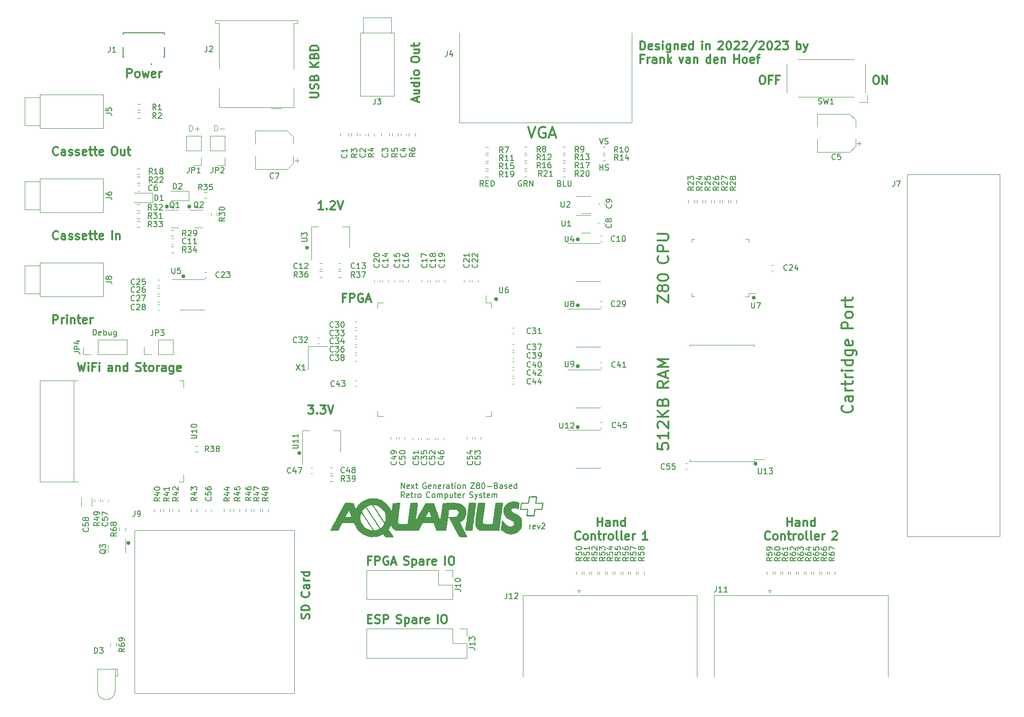
<source format=gto>
%TF.GenerationSoftware,KiCad,Pcbnew,(7.0.0)*%
%TF.CreationDate,2023-06-13T16:35:20-07:00*%
%TF.ProjectId,aquarius-plus,61717561-7269-4757-932d-706c75732e6b,rev?*%
%TF.SameCoordinates,Original*%
%TF.FileFunction,Legend,Top*%
%TF.FilePolarity,Positive*%
%FSLAX46Y46*%
G04 Gerber Fmt 4.6, Leading zero omitted, Abs format (unit mm)*
G04 Created by KiCad (PCBNEW (7.0.0)) date 2023-06-13 16:35:20*
%MOMM*%
%LPD*%
G01*
G04 APERTURE LIST*
%ADD10C,0.375000*%
%ADD11C,0.300000*%
%ADD12C,0.150000*%
%ADD13C,0.125000*%
%ADD14C,0.200000*%
%ADD15C,0.120000*%
%ADD16C,0.127000*%
G04 APERTURE END LIST*
D10*
X111329723Y-109879875D02*
G75*
G03*
X111329723Y-109879875I-187500J0D01*
G01*
X87750438Y-65930888D02*
G75*
G03*
X87750438Y-65930888I-187500J0D01*
G01*
X80905628Y-125890806D02*
G75*
G03*
X80905628Y-125890806I-187500J0D01*
G01*
X90686108Y-78380775D02*
G75*
G03*
X90686108Y-78380775I-187500J0D01*
G01*
X192583202Y-111771550D02*
G75*
G03*
X192583202Y-111771550I-187500J0D01*
G01*
X112701090Y-73282783D02*
G75*
G03*
X112701090Y-73282783I-187500J0D01*
G01*
X160937548Y-83550539D02*
G75*
G03*
X160937548Y-83550539I-187500J0D01*
G01*
X192271589Y-82185583D02*
G75*
G03*
X192271589Y-82185583I-187500J0D01*
G01*
X146391952Y-82448383D02*
G75*
G03*
X146391952Y-82448383I-187500J0D01*
G01*
X160937548Y-105247532D02*
G75*
G03*
X160937548Y-105247532I-187500J0D01*
G01*
X160937548Y-71813511D02*
G75*
G03*
X160937548Y-71813511I-187500J0D01*
G01*
X160937548Y-94392676D02*
G75*
G03*
X160937548Y-94392676I-187500J0D01*
G01*
X91752853Y-65944456D02*
G75*
G03*
X91752853Y-65944456I-187500J0D01*
G01*
D11*
X164242321Y-122910660D02*
X164242321Y-121410660D01*
X164242321Y-122124946D02*
X165099464Y-122124946D01*
X165099464Y-122910660D02*
X165099464Y-121410660D01*
X166456608Y-122910660D02*
X166456608Y-122124946D01*
X166456608Y-122124946D02*
X166385179Y-121982089D01*
X166385179Y-121982089D02*
X166242322Y-121910660D01*
X166242322Y-121910660D02*
X165956608Y-121910660D01*
X165956608Y-121910660D02*
X165813750Y-121982089D01*
X166456608Y-122839231D02*
X166313750Y-122910660D01*
X166313750Y-122910660D02*
X165956608Y-122910660D01*
X165956608Y-122910660D02*
X165813750Y-122839231D01*
X165813750Y-122839231D02*
X165742322Y-122696374D01*
X165742322Y-122696374D02*
X165742322Y-122553517D01*
X165742322Y-122553517D02*
X165813750Y-122410660D01*
X165813750Y-122410660D02*
X165956608Y-122339231D01*
X165956608Y-122339231D02*
X166313750Y-122339231D01*
X166313750Y-122339231D02*
X166456608Y-122267803D01*
X167170893Y-121910660D02*
X167170893Y-122910660D01*
X167170893Y-122053517D02*
X167242322Y-121982089D01*
X167242322Y-121982089D02*
X167385179Y-121910660D01*
X167385179Y-121910660D02*
X167599465Y-121910660D01*
X167599465Y-121910660D02*
X167742322Y-121982089D01*
X167742322Y-121982089D02*
X167813751Y-122124946D01*
X167813751Y-122124946D02*
X167813751Y-122910660D01*
X169170894Y-122910660D02*
X169170894Y-121410660D01*
X169170894Y-122839231D02*
X169028036Y-122910660D01*
X169028036Y-122910660D02*
X168742322Y-122910660D01*
X168742322Y-122910660D02*
X168599465Y-122839231D01*
X168599465Y-122839231D02*
X168528036Y-122767803D01*
X168528036Y-122767803D02*
X168456608Y-122624946D01*
X168456608Y-122624946D02*
X168456608Y-122196374D01*
X168456608Y-122196374D02*
X168528036Y-122053517D01*
X168528036Y-122053517D02*
X168599465Y-121982089D01*
X168599465Y-121982089D02*
X168742322Y-121910660D01*
X168742322Y-121910660D02*
X169028036Y-121910660D01*
X169028036Y-121910660D02*
X169170894Y-121982089D01*
X161185180Y-125197803D02*
X161113752Y-125269231D01*
X161113752Y-125269231D02*
X160899466Y-125340660D01*
X160899466Y-125340660D02*
X160756609Y-125340660D01*
X160756609Y-125340660D02*
X160542323Y-125269231D01*
X160542323Y-125269231D02*
X160399466Y-125126374D01*
X160399466Y-125126374D02*
X160328037Y-124983517D01*
X160328037Y-124983517D02*
X160256609Y-124697803D01*
X160256609Y-124697803D02*
X160256609Y-124483517D01*
X160256609Y-124483517D02*
X160328037Y-124197803D01*
X160328037Y-124197803D02*
X160399466Y-124054946D01*
X160399466Y-124054946D02*
X160542323Y-123912089D01*
X160542323Y-123912089D02*
X160756609Y-123840660D01*
X160756609Y-123840660D02*
X160899466Y-123840660D01*
X160899466Y-123840660D02*
X161113752Y-123912089D01*
X161113752Y-123912089D02*
X161185180Y-123983517D01*
X162042323Y-125340660D02*
X161899466Y-125269231D01*
X161899466Y-125269231D02*
X161828037Y-125197803D01*
X161828037Y-125197803D02*
X161756609Y-125054946D01*
X161756609Y-125054946D02*
X161756609Y-124626374D01*
X161756609Y-124626374D02*
X161828037Y-124483517D01*
X161828037Y-124483517D02*
X161899466Y-124412089D01*
X161899466Y-124412089D02*
X162042323Y-124340660D01*
X162042323Y-124340660D02*
X162256609Y-124340660D01*
X162256609Y-124340660D02*
X162399466Y-124412089D01*
X162399466Y-124412089D02*
X162470895Y-124483517D01*
X162470895Y-124483517D02*
X162542323Y-124626374D01*
X162542323Y-124626374D02*
X162542323Y-125054946D01*
X162542323Y-125054946D02*
X162470895Y-125197803D01*
X162470895Y-125197803D02*
X162399466Y-125269231D01*
X162399466Y-125269231D02*
X162256609Y-125340660D01*
X162256609Y-125340660D02*
X162042323Y-125340660D01*
X163185180Y-124340660D02*
X163185180Y-125340660D01*
X163185180Y-124483517D02*
X163256609Y-124412089D01*
X163256609Y-124412089D02*
X163399466Y-124340660D01*
X163399466Y-124340660D02*
X163613752Y-124340660D01*
X163613752Y-124340660D02*
X163756609Y-124412089D01*
X163756609Y-124412089D02*
X163828038Y-124554946D01*
X163828038Y-124554946D02*
X163828038Y-125340660D01*
X164328038Y-124340660D02*
X164899466Y-124340660D01*
X164542323Y-123840660D02*
X164542323Y-125126374D01*
X164542323Y-125126374D02*
X164613752Y-125269231D01*
X164613752Y-125269231D02*
X164756609Y-125340660D01*
X164756609Y-125340660D02*
X164899466Y-125340660D01*
X165399466Y-125340660D02*
X165399466Y-124340660D01*
X165399466Y-124626374D02*
X165470895Y-124483517D01*
X165470895Y-124483517D02*
X165542324Y-124412089D01*
X165542324Y-124412089D02*
X165685181Y-124340660D01*
X165685181Y-124340660D02*
X165828038Y-124340660D01*
X166542323Y-125340660D02*
X166399466Y-125269231D01*
X166399466Y-125269231D02*
X166328037Y-125197803D01*
X166328037Y-125197803D02*
X166256609Y-125054946D01*
X166256609Y-125054946D02*
X166256609Y-124626374D01*
X166256609Y-124626374D02*
X166328037Y-124483517D01*
X166328037Y-124483517D02*
X166399466Y-124412089D01*
X166399466Y-124412089D02*
X166542323Y-124340660D01*
X166542323Y-124340660D02*
X166756609Y-124340660D01*
X166756609Y-124340660D02*
X166899466Y-124412089D01*
X166899466Y-124412089D02*
X166970895Y-124483517D01*
X166970895Y-124483517D02*
X167042323Y-124626374D01*
X167042323Y-124626374D02*
X167042323Y-125054946D01*
X167042323Y-125054946D02*
X166970895Y-125197803D01*
X166970895Y-125197803D02*
X166899466Y-125269231D01*
X166899466Y-125269231D02*
X166756609Y-125340660D01*
X166756609Y-125340660D02*
X166542323Y-125340660D01*
X167899466Y-125340660D02*
X167756609Y-125269231D01*
X167756609Y-125269231D02*
X167685180Y-125126374D01*
X167685180Y-125126374D02*
X167685180Y-123840660D01*
X168685180Y-125340660D02*
X168542323Y-125269231D01*
X168542323Y-125269231D02*
X168470894Y-125126374D01*
X168470894Y-125126374D02*
X168470894Y-123840660D01*
X169828037Y-125269231D02*
X169685180Y-125340660D01*
X169685180Y-125340660D02*
X169399466Y-125340660D01*
X169399466Y-125340660D02*
X169256608Y-125269231D01*
X169256608Y-125269231D02*
X169185180Y-125126374D01*
X169185180Y-125126374D02*
X169185180Y-124554946D01*
X169185180Y-124554946D02*
X169256608Y-124412089D01*
X169256608Y-124412089D02*
X169399466Y-124340660D01*
X169399466Y-124340660D02*
X169685180Y-124340660D01*
X169685180Y-124340660D02*
X169828037Y-124412089D01*
X169828037Y-124412089D02*
X169899466Y-124554946D01*
X169899466Y-124554946D02*
X169899466Y-124697803D01*
X169899466Y-124697803D02*
X169185180Y-124840660D01*
X170542322Y-125340660D02*
X170542322Y-124340660D01*
X170542322Y-124626374D02*
X170613751Y-124483517D01*
X170613751Y-124483517D02*
X170685180Y-124412089D01*
X170685180Y-124412089D02*
X170828037Y-124340660D01*
X170828037Y-124340660D02*
X170970894Y-124340660D01*
X173156608Y-125340660D02*
X172299465Y-125340660D01*
X172728036Y-125340660D02*
X172728036Y-123840660D01*
X172728036Y-123840660D02*
X172585179Y-124054946D01*
X172585179Y-124054946D02*
X172442322Y-124197803D01*
X172442322Y-124197803D02*
X172299465Y-124269231D01*
D12*
X164617935Y-53773060D02*
X164951268Y-54773060D01*
X164951268Y-54773060D02*
X165284601Y-53773060D01*
X165570316Y-54725441D02*
X165713173Y-54773060D01*
X165713173Y-54773060D02*
X165951268Y-54773060D01*
X165951268Y-54773060D02*
X166046506Y-54725441D01*
X166046506Y-54725441D02*
X166094125Y-54677822D01*
X166094125Y-54677822D02*
X166141744Y-54582584D01*
X166141744Y-54582584D02*
X166141744Y-54487346D01*
X166141744Y-54487346D02*
X166094125Y-54392108D01*
X166094125Y-54392108D02*
X166046506Y-54344489D01*
X166046506Y-54344489D02*
X165951268Y-54296870D01*
X165951268Y-54296870D02*
X165760792Y-54249251D01*
X165760792Y-54249251D02*
X165665554Y-54201632D01*
X165665554Y-54201632D02*
X165617935Y-54154013D01*
X165617935Y-54154013D02*
X165570316Y-54058775D01*
X165570316Y-54058775D02*
X165570316Y-53963537D01*
X165570316Y-53963537D02*
X165617935Y-53868299D01*
X165617935Y-53868299D02*
X165665554Y-53820680D01*
X165665554Y-53820680D02*
X165760792Y-53773060D01*
X165760792Y-53773060D02*
X165998887Y-53773060D01*
X165998887Y-53773060D02*
X166141744Y-53820680D01*
X143953172Y-62316314D02*
X143619839Y-61840124D01*
X143381744Y-62316314D02*
X143381744Y-61316314D01*
X143381744Y-61316314D02*
X143762696Y-61316314D01*
X143762696Y-61316314D02*
X143857934Y-61363934D01*
X143857934Y-61363934D02*
X143905553Y-61411553D01*
X143905553Y-61411553D02*
X143953172Y-61506791D01*
X143953172Y-61506791D02*
X143953172Y-61649648D01*
X143953172Y-61649648D02*
X143905553Y-61744886D01*
X143905553Y-61744886D02*
X143857934Y-61792505D01*
X143857934Y-61792505D02*
X143762696Y-61840124D01*
X143762696Y-61840124D02*
X143381744Y-61840124D01*
X144381744Y-61792505D02*
X144715077Y-61792505D01*
X144857934Y-62316314D02*
X144381744Y-62316314D01*
X144381744Y-62316314D02*
X144381744Y-61316314D01*
X144381744Y-61316314D02*
X144857934Y-61316314D01*
X145286506Y-62316314D02*
X145286506Y-61316314D01*
X145286506Y-61316314D02*
X145524601Y-61316314D01*
X145524601Y-61316314D02*
X145667458Y-61363934D01*
X145667458Y-61363934D02*
X145762696Y-61459172D01*
X145762696Y-61459172D02*
X145810315Y-61554410D01*
X145810315Y-61554410D02*
X145857934Y-61744886D01*
X145857934Y-61744886D02*
X145857934Y-61887743D01*
X145857934Y-61887743D02*
X145810315Y-62078219D01*
X145810315Y-62078219D02*
X145762696Y-62173457D01*
X145762696Y-62173457D02*
X145667458Y-62268695D01*
X145667458Y-62268695D02*
X145524601Y-62316314D01*
X145524601Y-62316314D02*
X145286506Y-62316314D01*
D11*
X171907142Y-37986071D02*
X171907142Y-36486071D01*
X171907142Y-36486071D02*
X172264285Y-36486071D01*
X172264285Y-36486071D02*
X172478571Y-36557500D01*
X172478571Y-36557500D02*
X172621428Y-36700357D01*
X172621428Y-36700357D02*
X172692857Y-36843214D01*
X172692857Y-36843214D02*
X172764285Y-37128928D01*
X172764285Y-37128928D02*
X172764285Y-37343214D01*
X172764285Y-37343214D02*
X172692857Y-37628928D01*
X172692857Y-37628928D02*
X172621428Y-37771785D01*
X172621428Y-37771785D02*
X172478571Y-37914642D01*
X172478571Y-37914642D02*
X172264285Y-37986071D01*
X172264285Y-37986071D02*
X171907142Y-37986071D01*
X173978571Y-37914642D02*
X173835714Y-37986071D01*
X173835714Y-37986071D02*
X173550000Y-37986071D01*
X173550000Y-37986071D02*
X173407142Y-37914642D01*
X173407142Y-37914642D02*
X173335714Y-37771785D01*
X173335714Y-37771785D02*
X173335714Y-37200357D01*
X173335714Y-37200357D02*
X173407142Y-37057500D01*
X173407142Y-37057500D02*
X173550000Y-36986071D01*
X173550000Y-36986071D02*
X173835714Y-36986071D01*
X173835714Y-36986071D02*
X173978571Y-37057500D01*
X173978571Y-37057500D02*
X174050000Y-37200357D01*
X174050000Y-37200357D02*
X174050000Y-37343214D01*
X174050000Y-37343214D02*
X173335714Y-37486071D01*
X174621428Y-37914642D02*
X174764285Y-37986071D01*
X174764285Y-37986071D02*
X175049999Y-37986071D01*
X175049999Y-37986071D02*
X175192856Y-37914642D01*
X175192856Y-37914642D02*
X175264285Y-37771785D01*
X175264285Y-37771785D02*
X175264285Y-37700357D01*
X175264285Y-37700357D02*
X175192856Y-37557500D01*
X175192856Y-37557500D02*
X175049999Y-37486071D01*
X175049999Y-37486071D02*
X174835714Y-37486071D01*
X174835714Y-37486071D02*
X174692856Y-37414642D01*
X174692856Y-37414642D02*
X174621428Y-37271785D01*
X174621428Y-37271785D02*
X174621428Y-37200357D01*
X174621428Y-37200357D02*
X174692856Y-37057500D01*
X174692856Y-37057500D02*
X174835714Y-36986071D01*
X174835714Y-36986071D02*
X175049999Y-36986071D01*
X175049999Y-36986071D02*
X175192856Y-37057500D01*
X175907142Y-37986071D02*
X175907142Y-36986071D01*
X175907142Y-36486071D02*
X175835714Y-36557500D01*
X175835714Y-36557500D02*
X175907142Y-36628928D01*
X175907142Y-36628928D02*
X175978571Y-36557500D01*
X175978571Y-36557500D02*
X175907142Y-36486071D01*
X175907142Y-36486071D02*
X175907142Y-36628928D01*
X177264286Y-36986071D02*
X177264286Y-38200357D01*
X177264286Y-38200357D02*
X177192857Y-38343214D01*
X177192857Y-38343214D02*
X177121428Y-38414642D01*
X177121428Y-38414642D02*
X176978571Y-38486071D01*
X176978571Y-38486071D02*
X176764286Y-38486071D01*
X176764286Y-38486071D02*
X176621428Y-38414642D01*
X177264286Y-37914642D02*
X177121428Y-37986071D01*
X177121428Y-37986071D02*
X176835714Y-37986071D01*
X176835714Y-37986071D02*
X176692857Y-37914642D01*
X176692857Y-37914642D02*
X176621428Y-37843214D01*
X176621428Y-37843214D02*
X176550000Y-37700357D01*
X176550000Y-37700357D02*
X176550000Y-37271785D01*
X176550000Y-37271785D02*
X176621428Y-37128928D01*
X176621428Y-37128928D02*
X176692857Y-37057500D01*
X176692857Y-37057500D02*
X176835714Y-36986071D01*
X176835714Y-36986071D02*
X177121428Y-36986071D01*
X177121428Y-36986071D02*
X177264286Y-37057500D01*
X177978571Y-36986071D02*
X177978571Y-37986071D01*
X177978571Y-37128928D02*
X178050000Y-37057500D01*
X178050000Y-37057500D02*
X178192857Y-36986071D01*
X178192857Y-36986071D02*
X178407143Y-36986071D01*
X178407143Y-36986071D02*
X178550000Y-37057500D01*
X178550000Y-37057500D02*
X178621429Y-37200357D01*
X178621429Y-37200357D02*
X178621429Y-37986071D01*
X179907143Y-37914642D02*
X179764286Y-37986071D01*
X179764286Y-37986071D02*
X179478572Y-37986071D01*
X179478572Y-37986071D02*
X179335714Y-37914642D01*
X179335714Y-37914642D02*
X179264286Y-37771785D01*
X179264286Y-37771785D02*
X179264286Y-37200357D01*
X179264286Y-37200357D02*
X179335714Y-37057500D01*
X179335714Y-37057500D02*
X179478572Y-36986071D01*
X179478572Y-36986071D02*
X179764286Y-36986071D01*
X179764286Y-36986071D02*
X179907143Y-37057500D01*
X179907143Y-37057500D02*
X179978572Y-37200357D01*
X179978572Y-37200357D02*
X179978572Y-37343214D01*
X179978572Y-37343214D02*
X179264286Y-37486071D01*
X181264286Y-37986071D02*
X181264286Y-36486071D01*
X181264286Y-37914642D02*
X181121428Y-37986071D01*
X181121428Y-37986071D02*
X180835714Y-37986071D01*
X180835714Y-37986071D02*
X180692857Y-37914642D01*
X180692857Y-37914642D02*
X180621428Y-37843214D01*
X180621428Y-37843214D02*
X180550000Y-37700357D01*
X180550000Y-37700357D02*
X180550000Y-37271785D01*
X180550000Y-37271785D02*
X180621428Y-37128928D01*
X180621428Y-37128928D02*
X180692857Y-37057500D01*
X180692857Y-37057500D02*
X180835714Y-36986071D01*
X180835714Y-36986071D02*
X181121428Y-36986071D01*
X181121428Y-36986071D02*
X181264286Y-37057500D01*
X182878571Y-37986071D02*
X182878571Y-36986071D01*
X182878571Y-36486071D02*
X182807143Y-36557500D01*
X182807143Y-36557500D02*
X182878571Y-36628928D01*
X182878571Y-36628928D02*
X182950000Y-36557500D01*
X182950000Y-36557500D02*
X182878571Y-36486071D01*
X182878571Y-36486071D02*
X182878571Y-36628928D01*
X183592857Y-36986071D02*
X183592857Y-37986071D01*
X183592857Y-37128928D02*
X183664286Y-37057500D01*
X183664286Y-37057500D02*
X183807143Y-36986071D01*
X183807143Y-36986071D02*
X184021429Y-36986071D01*
X184021429Y-36986071D02*
X184164286Y-37057500D01*
X184164286Y-37057500D02*
X184235715Y-37200357D01*
X184235715Y-37200357D02*
X184235715Y-37986071D01*
X185778572Y-36628928D02*
X185850000Y-36557500D01*
X185850000Y-36557500D02*
X185992858Y-36486071D01*
X185992858Y-36486071D02*
X186350000Y-36486071D01*
X186350000Y-36486071D02*
X186492858Y-36557500D01*
X186492858Y-36557500D02*
X186564286Y-36628928D01*
X186564286Y-36628928D02*
X186635715Y-36771785D01*
X186635715Y-36771785D02*
X186635715Y-36914642D01*
X186635715Y-36914642D02*
X186564286Y-37128928D01*
X186564286Y-37128928D02*
X185707143Y-37986071D01*
X185707143Y-37986071D02*
X186635715Y-37986071D01*
X187564286Y-36486071D02*
X187707143Y-36486071D01*
X187707143Y-36486071D02*
X187850000Y-36557500D01*
X187850000Y-36557500D02*
X187921429Y-36628928D01*
X187921429Y-36628928D02*
X187992857Y-36771785D01*
X187992857Y-36771785D02*
X188064286Y-37057500D01*
X188064286Y-37057500D02*
X188064286Y-37414642D01*
X188064286Y-37414642D02*
X187992857Y-37700357D01*
X187992857Y-37700357D02*
X187921429Y-37843214D01*
X187921429Y-37843214D02*
X187850000Y-37914642D01*
X187850000Y-37914642D02*
X187707143Y-37986071D01*
X187707143Y-37986071D02*
X187564286Y-37986071D01*
X187564286Y-37986071D02*
X187421429Y-37914642D01*
X187421429Y-37914642D02*
X187350000Y-37843214D01*
X187350000Y-37843214D02*
X187278571Y-37700357D01*
X187278571Y-37700357D02*
X187207143Y-37414642D01*
X187207143Y-37414642D02*
X187207143Y-37057500D01*
X187207143Y-37057500D02*
X187278571Y-36771785D01*
X187278571Y-36771785D02*
X187350000Y-36628928D01*
X187350000Y-36628928D02*
X187421429Y-36557500D01*
X187421429Y-36557500D02*
X187564286Y-36486071D01*
X188635714Y-36628928D02*
X188707142Y-36557500D01*
X188707142Y-36557500D02*
X188850000Y-36486071D01*
X188850000Y-36486071D02*
X189207142Y-36486071D01*
X189207142Y-36486071D02*
X189350000Y-36557500D01*
X189350000Y-36557500D02*
X189421428Y-36628928D01*
X189421428Y-36628928D02*
X189492857Y-36771785D01*
X189492857Y-36771785D02*
X189492857Y-36914642D01*
X189492857Y-36914642D02*
X189421428Y-37128928D01*
X189421428Y-37128928D02*
X188564285Y-37986071D01*
X188564285Y-37986071D02*
X189492857Y-37986071D01*
X190064285Y-36628928D02*
X190135713Y-36557500D01*
X190135713Y-36557500D02*
X190278571Y-36486071D01*
X190278571Y-36486071D02*
X190635713Y-36486071D01*
X190635713Y-36486071D02*
X190778571Y-36557500D01*
X190778571Y-36557500D02*
X190849999Y-36628928D01*
X190849999Y-36628928D02*
X190921428Y-36771785D01*
X190921428Y-36771785D02*
X190921428Y-36914642D01*
X190921428Y-36914642D02*
X190849999Y-37128928D01*
X190849999Y-37128928D02*
X189992856Y-37986071D01*
X189992856Y-37986071D02*
X190921428Y-37986071D01*
X192635713Y-36414642D02*
X191349999Y-38343214D01*
X193064285Y-36628928D02*
X193135713Y-36557500D01*
X193135713Y-36557500D02*
X193278571Y-36486071D01*
X193278571Y-36486071D02*
X193635713Y-36486071D01*
X193635713Y-36486071D02*
X193778571Y-36557500D01*
X193778571Y-36557500D02*
X193849999Y-36628928D01*
X193849999Y-36628928D02*
X193921428Y-36771785D01*
X193921428Y-36771785D02*
X193921428Y-36914642D01*
X193921428Y-36914642D02*
X193849999Y-37128928D01*
X193849999Y-37128928D02*
X192992856Y-37986071D01*
X192992856Y-37986071D02*
X193921428Y-37986071D01*
X194849999Y-36486071D02*
X194992856Y-36486071D01*
X194992856Y-36486071D02*
X195135713Y-36557500D01*
X195135713Y-36557500D02*
X195207142Y-36628928D01*
X195207142Y-36628928D02*
X195278570Y-36771785D01*
X195278570Y-36771785D02*
X195349999Y-37057500D01*
X195349999Y-37057500D02*
X195349999Y-37414642D01*
X195349999Y-37414642D02*
X195278570Y-37700357D01*
X195278570Y-37700357D02*
X195207142Y-37843214D01*
X195207142Y-37843214D02*
X195135713Y-37914642D01*
X195135713Y-37914642D02*
X194992856Y-37986071D01*
X194992856Y-37986071D02*
X194849999Y-37986071D01*
X194849999Y-37986071D02*
X194707142Y-37914642D01*
X194707142Y-37914642D02*
X194635713Y-37843214D01*
X194635713Y-37843214D02*
X194564284Y-37700357D01*
X194564284Y-37700357D02*
X194492856Y-37414642D01*
X194492856Y-37414642D02*
X194492856Y-37057500D01*
X194492856Y-37057500D02*
X194564284Y-36771785D01*
X194564284Y-36771785D02*
X194635713Y-36628928D01*
X194635713Y-36628928D02*
X194707142Y-36557500D01*
X194707142Y-36557500D02*
X194849999Y-36486071D01*
X195921427Y-36628928D02*
X195992855Y-36557500D01*
X195992855Y-36557500D02*
X196135713Y-36486071D01*
X196135713Y-36486071D02*
X196492855Y-36486071D01*
X196492855Y-36486071D02*
X196635713Y-36557500D01*
X196635713Y-36557500D02*
X196707141Y-36628928D01*
X196707141Y-36628928D02*
X196778570Y-36771785D01*
X196778570Y-36771785D02*
X196778570Y-36914642D01*
X196778570Y-36914642D02*
X196707141Y-37128928D01*
X196707141Y-37128928D02*
X195849998Y-37986071D01*
X195849998Y-37986071D02*
X196778570Y-37986071D01*
X197278569Y-36486071D02*
X198207141Y-36486071D01*
X198207141Y-36486071D02*
X197707141Y-37057500D01*
X197707141Y-37057500D02*
X197921426Y-37057500D01*
X197921426Y-37057500D02*
X198064284Y-37128928D01*
X198064284Y-37128928D02*
X198135712Y-37200357D01*
X198135712Y-37200357D02*
X198207141Y-37343214D01*
X198207141Y-37343214D02*
X198207141Y-37700357D01*
X198207141Y-37700357D02*
X198135712Y-37843214D01*
X198135712Y-37843214D02*
X198064284Y-37914642D01*
X198064284Y-37914642D02*
X197921426Y-37986071D01*
X197921426Y-37986071D02*
X197492855Y-37986071D01*
X197492855Y-37986071D02*
X197349998Y-37914642D01*
X197349998Y-37914642D02*
X197278569Y-37843214D01*
X199749997Y-37986071D02*
X199749997Y-36486071D01*
X199749997Y-37057500D02*
X199892855Y-36986071D01*
X199892855Y-36986071D02*
X200178569Y-36986071D01*
X200178569Y-36986071D02*
X200321426Y-37057500D01*
X200321426Y-37057500D02*
X200392855Y-37128928D01*
X200392855Y-37128928D02*
X200464283Y-37271785D01*
X200464283Y-37271785D02*
X200464283Y-37700357D01*
X200464283Y-37700357D02*
X200392855Y-37843214D01*
X200392855Y-37843214D02*
X200321426Y-37914642D01*
X200321426Y-37914642D02*
X200178569Y-37986071D01*
X200178569Y-37986071D02*
X199892855Y-37986071D01*
X199892855Y-37986071D02*
X199749997Y-37914642D01*
X200964283Y-36986071D02*
X201321426Y-37986071D01*
X201678569Y-36986071D02*
X201321426Y-37986071D01*
X201321426Y-37986071D02*
X201178569Y-38343214D01*
X201178569Y-38343214D02*
X201107140Y-38414642D01*
X201107140Y-38414642D02*
X200964283Y-38486071D01*
X172407142Y-39630357D02*
X171907142Y-39630357D01*
X171907142Y-40416071D02*
X171907142Y-38916071D01*
X171907142Y-38916071D02*
X172621428Y-38916071D01*
X173192856Y-40416071D02*
X173192856Y-39416071D01*
X173192856Y-39701785D02*
X173264285Y-39558928D01*
X173264285Y-39558928D02*
X173335714Y-39487500D01*
X173335714Y-39487500D02*
X173478571Y-39416071D01*
X173478571Y-39416071D02*
X173621428Y-39416071D01*
X174764285Y-40416071D02*
X174764285Y-39630357D01*
X174764285Y-39630357D02*
X174692856Y-39487500D01*
X174692856Y-39487500D02*
X174549999Y-39416071D01*
X174549999Y-39416071D02*
X174264285Y-39416071D01*
X174264285Y-39416071D02*
X174121427Y-39487500D01*
X174764285Y-40344642D02*
X174621427Y-40416071D01*
X174621427Y-40416071D02*
X174264285Y-40416071D01*
X174264285Y-40416071D02*
X174121427Y-40344642D01*
X174121427Y-40344642D02*
X174049999Y-40201785D01*
X174049999Y-40201785D02*
X174049999Y-40058928D01*
X174049999Y-40058928D02*
X174121427Y-39916071D01*
X174121427Y-39916071D02*
X174264285Y-39844642D01*
X174264285Y-39844642D02*
X174621427Y-39844642D01*
X174621427Y-39844642D02*
X174764285Y-39773214D01*
X175478570Y-39416071D02*
X175478570Y-40416071D01*
X175478570Y-39558928D02*
X175549999Y-39487500D01*
X175549999Y-39487500D02*
X175692856Y-39416071D01*
X175692856Y-39416071D02*
X175907142Y-39416071D01*
X175907142Y-39416071D02*
X176049999Y-39487500D01*
X176049999Y-39487500D02*
X176121428Y-39630357D01*
X176121428Y-39630357D02*
X176121428Y-40416071D01*
X176835713Y-40416071D02*
X176835713Y-38916071D01*
X176978571Y-39844642D02*
X177407142Y-40416071D01*
X177407142Y-39416071D02*
X176835713Y-39987500D01*
X178807142Y-39416071D02*
X179164285Y-40416071D01*
X179164285Y-40416071D02*
X179521428Y-39416071D01*
X180735714Y-40416071D02*
X180735714Y-39630357D01*
X180735714Y-39630357D02*
X180664285Y-39487500D01*
X180664285Y-39487500D02*
X180521428Y-39416071D01*
X180521428Y-39416071D02*
X180235714Y-39416071D01*
X180235714Y-39416071D02*
X180092856Y-39487500D01*
X180735714Y-40344642D02*
X180592856Y-40416071D01*
X180592856Y-40416071D02*
X180235714Y-40416071D01*
X180235714Y-40416071D02*
X180092856Y-40344642D01*
X180092856Y-40344642D02*
X180021428Y-40201785D01*
X180021428Y-40201785D02*
X180021428Y-40058928D01*
X180021428Y-40058928D02*
X180092856Y-39916071D01*
X180092856Y-39916071D02*
X180235714Y-39844642D01*
X180235714Y-39844642D02*
X180592856Y-39844642D01*
X180592856Y-39844642D02*
X180735714Y-39773214D01*
X181449999Y-39416071D02*
X181449999Y-40416071D01*
X181449999Y-39558928D02*
X181521428Y-39487500D01*
X181521428Y-39487500D02*
X181664285Y-39416071D01*
X181664285Y-39416071D02*
X181878571Y-39416071D01*
X181878571Y-39416071D02*
X182021428Y-39487500D01*
X182021428Y-39487500D02*
X182092857Y-39630357D01*
X182092857Y-39630357D02*
X182092857Y-40416071D01*
X184350000Y-40416071D02*
X184350000Y-38916071D01*
X184350000Y-40344642D02*
X184207142Y-40416071D01*
X184207142Y-40416071D02*
X183921428Y-40416071D01*
X183921428Y-40416071D02*
X183778571Y-40344642D01*
X183778571Y-40344642D02*
X183707142Y-40273214D01*
X183707142Y-40273214D02*
X183635714Y-40130357D01*
X183635714Y-40130357D02*
X183635714Y-39701785D01*
X183635714Y-39701785D02*
X183707142Y-39558928D01*
X183707142Y-39558928D02*
X183778571Y-39487500D01*
X183778571Y-39487500D02*
X183921428Y-39416071D01*
X183921428Y-39416071D02*
X184207142Y-39416071D01*
X184207142Y-39416071D02*
X184350000Y-39487500D01*
X185635714Y-40344642D02*
X185492857Y-40416071D01*
X185492857Y-40416071D02*
X185207143Y-40416071D01*
X185207143Y-40416071D02*
X185064285Y-40344642D01*
X185064285Y-40344642D02*
X184992857Y-40201785D01*
X184992857Y-40201785D02*
X184992857Y-39630357D01*
X184992857Y-39630357D02*
X185064285Y-39487500D01*
X185064285Y-39487500D02*
X185207143Y-39416071D01*
X185207143Y-39416071D02*
X185492857Y-39416071D01*
X185492857Y-39416071D02*
X185635714Y-39487500D01*
X185635714Y-39487500D02*
X185707143Y-39630357D01*
X185707143Y-39630357D02*
X185707143Y-39773214D01*
X185707143Y-39773214D02*
X184992857Y-39916071D01*
X186349999Y-39416071D02*
X186349999Y-40416071D01*
X186349999Y-39558928D02*
X186421428Y-39487500D01*
X186421428Y-39487500D02*
X186564285Y-39416071D01*
X186564285Y-39416071D02*
X186778571Y-39416071D01*
X186778571Y-39416071D02*
X186921428Y-39487500D01*
X186921428Y-39487500D02*
X186992857Y-39630357D01*
X186992857Y-39630357D02*
X186992857Y-40416071D01*
X188607142Y-40416071D02*
X188607142Y-38916071D01*
X188607142Y-39630357D02*
X189464285Y-39630357D01*
X189464285Y-40416071D02*
X189464285Y-38916071D01*
X190392857Y-40416071D02*
X190250000Y-40344642D01*
X190250000Y-40344642D02*
X190178571Y-40273214D01*
X190178571Y-40273214D02*
X190107143Y-40130357D01*
X190107143Y-40130357D02*
X190107143Y-39701785D01*
X190107143Y-39701785D02*
X190178571Y-39558928D01*
X190178571Y-39558928D02*
X190250000Y-39487500D01*
X190250000Y-39487500D02*
X190392857Y-39416071D01*
X190392857Y-39416071D02*
X190607143Y-39416071D01*
X190607143Y-39416071D02*
X190750000Y-39487500D01*
X190750000Y-39487500D02*
X190821429Y-39558928D01*
X190821429Y-39558928D02*
X190892857Y-39701785D01*
X190892857Y-39701785D02*
X190892857Y-40130357D01*
X190892857Y-40130357D02*
X190821429Y-40273214D01*
X190821429Y-40273214D02*
X190750000Y-40344642D01*
X190750000Y-40344642D02*
X190607143Y-40416071D01*
X190607143Y-40416071D02*
X190392857Y-40416071D01*
X192107143Y-40344642D02*
X191964286Y-40416071D01*
X191964286Y-40416071D02*
X191678572Y-40416071D01*
X191678572Y-40416071D02*
X191535714Y-40344642D01*
X191535714Y-40344642D02*
X191464286Y-40201785D01*
X191464286Y-40201785D02*
X191464286Y-39630357D01*
X191464286Y-39630357D02*
X191535714Y-39487500D01*
X191535714Y-39487500D02*
X191678572Y-39416071D01*
X191678572Y-39416071D02*
X191964286Y-39416071D01*
X191964286Y-39416071D02*
X192107143Y-39487500D01*
X192107143Y-39487500D02*
X192178572Y-39630357D01*
X192178572Y-39630357D02*
X192178572Y-39773214D01*
X192178572Y-39773214D02*
X191464286Y-39916071D01*
X192607143Y-39416071D02*
X193178571Y-39416071D01*
X192821428Y-40416071D02*
X192821428Y-39130357D01*
X192821428Y-39130357D02*
X192892857Y-38987500D01*
X192892857Y-38987500D02*
X193035714Y-38916071D01*
X193035714Y-38916071D02*
X193178571Y-38916071D01*
X174915638Y-83061998D02*
X174915638Y-81728665D01*
X174915638Y-81728665D02*
X176915638Y-83061998D01*
X176915638Y-83061998D02*
X176915638Y-81728665D01*
X175772781Y-80681046D02*
X175677543Y-80871522D01*
X175677543Y-80871522D02*
X175582305Y-80966760D01*
X175582305Y-80966760D02*
X175391829Y-81061998D01*
X175391829Y-81061998D02*
X175296591Y-81061998D01*
X175296591Y-81061998D02*
X175106115Y-80966760D01*
X175106115Y-80966760D02*
X175010877Y-80871522D01*
X175010877Y-80871522D02*
X174915638Y-80681046D01*
X174915638Y-80681046D02*
X174915638Y-80300093D01*
X174915638Y-80300093D02*
X175010877Y-80109617D01*
X175010877Y-80109617D02*
X175106115Y-80014379D01*
X175106115Y-80014379D02*
X175296591Y-79919141D01*
X175296591Y-79919141D02*
X175391829Y-79919141D01*
X175391829Y-79919141D02*
X175582305Y-80014379D01*
X175582305Y-80014379D02*
X175677543Y-80109617D01*
X175677543Y-80109617D02*
X175772781Y-80300093D01*
X175772781Y-80300093D02*
X175772781Y-80681046D01*
X175772781Y-80681046D02*
X175868019Y-80871522D01*
X175868019Y-80871522D02*
X175963257Y-80966760D01*
X175963257Y-80966760D02*
X176153734Y-81061998D01*
X176153734Y-81061998D02*
X176534686Y-81061998D01*
X176534686Y-81061998D02*
X176725162Y-80966760D01*
X176725162Y-80966760D02*
X176820400Y-80871522D01*
X176820400Y-80871522D02*
X176915638Y-80681046D01*
X176915638Y-80681046D02*
X176915638Y-80300093D01*
X176915638Y-80300093D02*
X176820400Y-80109617D01*
X176820400Y-80109617D02*
X176725162Y-80014379D01*
X176725162Y-80014379D02*
X176534686Y-79919141D01*
X176534686Y-79919141D02*
X176153734Y-79919141D01*
X176153734Y-79919141D02*
X175963257Y-80014379D01*
X175963257Y-80014379D02*
X175868019Y-80109617D01*
X175868019Y-80109617D02*
X175772781Y-80300093D01*
X174915638Y-78681046D02*
X174915638Y-78490569D01*
X174915638Y-78490569D02*
X175010877Y-78300093D01*
X175010877Y-78300093D02*
X175106115Y-78204855D01*
X175106115Y-78204855D02*
X175296591Y-78109617D01*
X175296591Y-78109617D02*
X175677543Y-78014379D01*
X175677543Y-78014379D02*
X176153734Y-78014379D01*
X176153734Y-78014379D02*
X176534686Y-78109617D01*
X176534686Y-78109617D02*
X176725162Y-78204855D01*
X176725162Y-78204855D02*
X176820400Y-78300093D01*
X176820400Y-78300093D02*
X176915638Y-78490569D01*
X176915638Y-78490569D02*
X176915638Y-78681046D01*
X176915638Y-78681046D02*
X176820400Y-78871522D01*
X176820400Y-78871522D02*
X176725162Y-78966760D01*
X176725162Y-78966760D02*
X176534686Y-79061998D01*
X176534686Y-79061998D02*
X176153734Y-79157236D01*
X176153734Y-79157236D02*
X175677543Y-79157236D01*
X175677543Y-79157236D02*
X175296591Y-79061998D01*
X175296591Y-79061998D02*
X175106115Y-78966760D01*
X175106115Y-78966760D02*
X175010877Y-78871522D01*
X175010877Y-78871522D02*
X174915638Y-78681046D01*
X176725162Y-74814379D02*
X176820400Y-74909617D01*
X176820400Y-74909617D02*
X176915638Y-75195331D01*
X176915638Y-75195331D02*
X176915638Y-75385807D01*
X176915638Y-75385807D02*
X176820400Y-75671522D01*
X176820400Y-75671522D02*
X176629924Y-75861998D01*
X176629924Y-75861998D02*
X176439448Y-75957236D01*
X176439448Y-75957236D02*
X176058496Y-76052474D01*
X176058496Y-76052474D02*
X175772781Y-76052474D01*
X175772781Y-76052474D02*
X175391829Y-75957236D01*
X175391829Y-75957236D02*
X175201353Y-75861998D01*
X175201353Y-75861998D02*
X175010877Y-75671522D01*
X175010877Y-75671522D02*
X174915638Y-75385807D01*
X174915638Y-75385807D02*
X174915638Y-75195331D01*
X174915638Y-75195331D02*
X175010877Y-74909617D01*
X175010877Y-74909617D02*
X175106115Y-74814379D01*
X176915638Y-73957236D02*
X174915638Y-73957236D01*
X174915638Y-73957236D02*
X174915638Y-73195331D01*
X174915638Y-73195331D02*
X175010877Y-73004855D01*
X175010877Y-73004855D02*
X175106115Y-72909617D01*
X175106115Y-72909617D02*
X175296591Y-72814379D01*
X175296591Y-72814379D02*
X175582305Y-72814379D01*
X175582305Y-72814379D02*
X175772781Y-72909617D01*
X175772781Y-72909617D02*
X175868019Y-73004855D01*
X175868019Y-73004855D02*
X175963257Y-73195331D01*
X175963257Y-73195331D02*
X175963257Y-73957236D01*
X174915638Y-71957236D02*
X176534686Y-71957236D01*
X176534686Y-71957236D02*
X176725162Y-71861998D01*
X176725162Y-71861998D02*
X176820400Y-71766760D01*
X176820400Y-71766760D02*
X176915638Y-71576284D01*
X176915638Y-71576284D02*
X176915638Y-71195331D01*
X176915638Y-71195331D02*
X176820400Y-71004855D01*
X176820400Y-71004855D02*
X176725162Y-70909617D01*
X176725162Y-70909617D02*
X176534686Y-70814379D01*
X176534686Y-70814379D02*
X174915638Y-70814379D01*
X68184316Y-56657769D02*
X68112888Y-56729197D01*
X68112888Y-56729197D02*
X67898602Y-56800626D01*
X67898602Y-56800626D02*
X67755745Y-56800626D01*
X67755745Y-56800626D02*
X67541459Y-56729197D01*
X67541459Y-56729197D02*
X67398602Y-56586340D01*
X67398602Y-56586340D02*
X67327173Y-56443483D01*
X67327173Y-56443483D02*
X67255745Y-56157769D01*
X67255745Y-56157769D02*
X67255745Y-55943483D01*
X67255745Y-55943483D02*
X67327173Y-55657769D01*
X67327173Y-55657769D02*
X67398602Y-55514912D01*
X67398602Y-55514912D02*
X67541459Y-55372055D01*
X67541459Y-55372055D02*
X67755745Y-55300626D01*
X67755745Y-55300626D02*
X67898602Y-55300626D01*
X67898602Y-55300626D02*
X68112888Y-55372055D01*
X68112888Y-55372055D02*
X68184316Y-55443483D01*
X69470031Y-56800626D02*
X69470031Y-56014912D01*
X69470031Y-56014912D02*
X69398602Y-55872055D01*
X69398602Y-55872055D02*
X69255745Y-55800626D01*
X69255745Y-55800626D02*
X68970031Y-55800626D01*
X68970031Y-55800626D02*
X68827173Y-55872055D01*
X69470031Y-56729197D02*
X69327173Y-56800626D01*
X69327173Y-56800626D02*
X68970031Y-56800626D01*
X68970031Y-56800626D02*
X68827173Y-56729197D01*
X68827173Y-56729197D02*
X68755745Y-56586340D01*
X68755745Y-56586340D02*
X68755745Y-56443483D01*
X68755745Y-56443483D02*
X68827173Y-56300626D01*
X68827173Y-56300626D02*
X68970031Y-56229197D01*
X68970031Y-56229197D02*
X69327173Y-56229197D01*
X69327173Y-56229197D02*
X69470031Y-56157769D01*
X70112888Y-56729197D02*
X70255745Y-56800626D01*
X70255745Y-56800626D02*
X70541459Y-56800626D01*
X70541459Y-56800626D02*
X70684316Y-56729197D01*
X70684316Y-56729197D02*
X70755745Y-56586340D01*
X70755745Y-56586340D02*
X70755745Y-56514912D01*
X70755745Y-56514912D02*
X70684316Y-56372055D01*
X70684316Y-56372055D02*
X70541459Y-56300626D01*
X70541459Y-56300626D02*
X70327174Y-56300626D01*
X70327174Y-56300626D02*
X70184316Y-56229197D01*
X70184316Y-56229197D02*
X70112888Y-56086340D01*
X70112888Y-56086340D02*
X70112888Y-56014912D01*
X70112888Y-56014912D02*
X70184316Y-55872055D01*
X70184316Y-55872055D02*
X70327174Y-55800626D01*
X70327174Y-55800626D02*
X70541459Y-55800626D01*
X70541459Y-55800626D02*
X70684316Y-55872055D01*
X71327174Y-56729197D02*
X71470031Y-56800626D01*
X71470031Y-56800626D02*
X71755745Y-56800626D01*
X71755745Y-56800626D02*
X71898602Y-56729197D01*
X71898602Y-56729197D02*
X71970031Y-56586340D01*
X71970031Y-56586340D02*
X71970031Y-56514912D01*
X71970031Y-56514912D02*
X71898602Y-56372055D01*
X71898602Y-56372055D02*
X71755745Y-56300626D01*
X71755745Y-56300626D02*
X71541460Y-56300626D01*
X71541460Y-56300626D02*
X71398602Y-56229197D01*
X71398602Y-56229197D02*
X71327174Y-56086340D01*
X71327174Y-56086340D02*
X71327174Y-56014912D01*
X71327174Y-56014912D02*
X71398602Y-55872055D01*
X71398602Y-55872055D02*
X71541460Y-55800626D01*
X71541460Y-55800626D02*
X71755745Y-55800626D01*
X71755745Y-55800626D02*
X71898602Y-55872055D01*
X73184317Y-56729197D02*
X73041460Y-56800626D01*
X73041460Y-56800626D02*
X72755746Y-56800626D01*
X72755746Y-56800626D02*
X72612888Y-56729197D01*
X72612888Y-56729197D02*
X72541460Y-56586340D01*
X72541460Y-56586340D02*
X72541460Y-56014912D01*
X72541460Y-56014912D02*
X72612888Y-55872055D01*
X72612888Y-55872055D02*
X72755746Y-55800626D01*
X72755746Y-55800626D02*
X73041460Y-55800626D01*
X73041460Y-55800626D02*
X73184317Y-55872055D01*
X73184317Y-55872055D02*
X73255746Y-56014912D01*
X73255746Y-56014912D02*
X73255746Y-56157769D01*
X73255746Y-56157769D02*
X72541460Y-56300626D01*
X73684317Y-55800626D02*
X74255745Y-55800626D01*
X73898602Y-55300626D02*
X73898602Y-56586340D01*
X73898602Y-56586340D02*
X73970031Y-56729197D01*
X73970031Y-56729197D02*
X74112888Y-56800626D01*
X74112888Y-56800626D02*
X74255745Y-56800626D01*
X74541460Y-55800626D02*
X75112888Y-55800626D01*
X74755745Y-55300626D02*
X74755745Y-56586340D01*
X74755745Y-56586340D02*
X74827174Y-56729197D01*
X74827174Y-56729197D02*
X74970031Y-56800626D01*
X74970031Y-56800626D02*
X75112888Y-56800626D01*
X76184317Y-56729197D02*
X76041460Y-56800626D01*
X76041460Y-56800626D02*
X75755746Y-56800626D01*
X75755746Y-56800626D02*
X75612888Y-56729197D01*
X75612888Y-56729197D02*
X75541460Y-56586340D01*
X75541460Y-56586340D02*
X75541460Y-56014912D01*
X75541460Y-56014912D02*
X75612888Y-55872055D01*
X75612888Y-55872055D02*
X75755746Y-55800626D01*
X75755746Y-55800626D02*
X76041460Y-55800626D01*
X76041460Y-55800626D02*
X76184317Y-55872055D01*
X76184317Y-55872055D02*
X76255746Y-56014912D01*
X76255746Y-56014912D02*
X76255746Y-56157769D01*
X76255746Y-56157769D02*
X75541460Y-56300626D01*
X78084317Y-55300626D02*
X78370031Y-55300626D01*
X78370031Y-55300626D02*
X78512888Y-55372055D01*
X78512888Y-55372055D02*
X78655745Y-55514912D01*
X78655745Y-55514912D02*
X78727174Y-55800626D01*
X78727174Y-55800626D02*
X78727174Y-56300626D01*
X78727174Y-56300626D02*
X78655745Y-56586340D01*
X78655745Y-56586340D02*
X78512888Y-56729197D01*
X78512888Y-56729197D02*
X78370031Y-56800626D01*
X78370031Y-56800626D02*
X78084317Y-56800626D01*
X78084317Y-56800626D02*
X77941460Y-56729197D01*
X77941460Y-56729197D02*
X77798602Y-56586340D01*
X77798602Y-56586340D02*
X77727174Y-56300626D01*
X77727174Y-56300626D02*
X77727174Y-55800626D01*
X77727174Y-55800626D02*
X77798602Y-55514912D01*
X77798602Y-55514912D02*
X77941460Y-55372055D01*
X77941460Y-55372055D02*
X78084317Y-55300626D01*
X80012889Y-55800626D02*
X80012889Y-56800626D01*
X79370031Y-55800626D02*
X79370031Y-56586340D01*
X79370031Y-56586340D02*
X79441460Y-56729197D01*
X79441460Y-56729197D02*
X79584317Y-56800626D01*
X79584317Y-56800626D02*
X79798603Y-56800626D01*
X79798603Y-56800626D02*
X79941460Y-56729197D01*
X79941460Y-56729197D02*
X80012889Y-56657769D01*
X80512889Y-55800626D02*
X81084317Y-55800626D01*
X80727174Y-55300626D02*
X80727174Y-56586340D01*
X80727174Y-56586340D02*
X80798603Y-56729197D01*
X80798603Y-56729197D02*
X80941460Y-56800626D01*
X80941460Y-56800626D02*
X81084317Y-56800626D01*
X112914629Y-139385411D02*
X112986058Y-139171126D01*
X112986058Y-139171126D02*
X112986058Y-138813983D01*
X112986058Y-138813983D02*
X112914629Y-138671126D01*
X112914629Y-138671126D02*
X112843201Y-138599697D01*
X112843201Y-138599697D02*
X112700344Y-138528268D01*
X112700344Y-138528268D02*
X112557487Y-138528268D01*
X112557487Y-138528268D02*
X112414629Y-138599697D01*
X112414629Y-138599697D02*
X112343201Y-138671126D01*
X112343201Y-138671126D02*
X112271772Y-138813983D01*
X112271772Y-138813983D02*
X112200344Y-139099697D01*
X112200344Y-139099697D02*
X112128915Y-139242554D01*
X112128915Y-139242554D02*
X112057487Y-139313983D01*
X112057487Y-139313983D02*
X111914629Y-139385411D01*
X111914629Y-139385411D02*
X111771772Y-139385411D01*
X111771772Y-139385411D02*
X111628915Y-139313983D01*
X111628915Y-139313983D02*
X111557487Y-139242554D01*
X111557487Y-139242554D02*
X111486058Y-139099697D01*
X111486058Y-139099697D02*
X111486058Y-138742554D01*
X111486058Y-138742554D02*
X111557487Y-138528268D01*
X112986058Y-137885412D02*
X111486058Y-137885412D01*
X111486058Y-137885412D02*
X111486058Y-137528269D01*
X111486058Y-137528269D02*
X111557487Y-137313983D01*
X111557487Y-137313983D02*
X111700344Y-137171126D01*
X111700344Y-137171126D02*
X111843201Y-137099697D01*
X111843201Y-137099697D02*
X112128915Y-137028269D01*
X112128915Y-137028269D02*
X112343201Y-137028269D01*
X112343201Y-137028269D02*
X112628915Y-137099697D01*
X112628915Y-137099697D02*
X112771772Y-137171126D01*
X112771772Y-137171126D02*
X112914629Y-137313983D01*
X112914629Y-137313983D02*
X112986058Y-137528269D01*
X112986058Y-137528269D02*
X112986058Y-137885412D01*
X112843201Y-134628269D02*
X112914629Y-134699697D01*
X112914629Y-134699697D02*
X112986058Y-134913983D01*
X112986058Y-134913983D02*
X112986058Y-135056840D01*
X112986058Y-135056840D02*
X112914629Y-135271126D01*
X112914629Y-135271126D02*
X112771772Y-135413983D01*
X112771772Y-135413983D02*
X112628915Y-135485412D01*
X112628915Y-135485412D02*
X112343201Y-135556840D01*
X112343201Y-135556840D02*
X112128915Y-135556840D01*
X112128915Y-135556840D02*
X111843201Y-135485412D01*
X111843201Y-135485412D02*
X111700344Y-135413983D01*
X111700344Y-135413983D02*
X111557487Y-135271126D01*
X111557487Y-135271126D02*
X111486058Y-135056840D01*
X111486058Y-135056840D02*
X111486058Y-134913983D01*
X111486058Y-134913983D02*
X111557487Y-134699697D01*
X111557487Y-134699697D02*
X111628915Y-134628269D01*
X112986058Y-133342555D02*
X112200344Y-133342555D01*
X112200344Y-133342555D02*
X112057487Y-133413983D01*
X112057487Y-133413983D02*
X111986058Y-133556840D01*
X111986058Y-133556840D02*
X111986058Y-133842555D01*
X111986058Y-133842555D02*
X112057487Y-133985412D01*
X112914629Y-133342555D02*
X112986058Y-133485412D01*
X112986058Y-133485412D02*
X112986058Y-133842555D01*
X112986058Y-133842555D02*
X112914629Y-133985412D01*
X112914629Y-133985412D02*
X112771772Y-134056840D01*
X112771772Y-134056840D02*
X112628915Y-134056840D01*
X112628915Y-134056840D02*
X112486058Y-133985412D01*
X112486058Y-133985412D02*
X112414629Y-133842555D01*
X112414629Y-133842555D02*
X112414629Y-133485412D01*
X112414629Y-133485412D02*
X112343201Y-133342555D01*
X112986058Y-132628269D02*
X111986058Y-132628269D01*
X112271772Y-132628269D02*
X112128915Y-132556840D01*
X112128915Y-132556840D02*
X112057487Y-132485412D01*
X112057487Y-132485412D02*
X111986058Y-132342554D01*
X111986058Y-132342554D02*
X111986058Y-132199697D01*
X112986058Y-131056841D02*
X111486058Y-131056841D01*
X112914629Y-131056841D02*
X112986058Y-131199698D01*
X112986058Y-131199698D02*
X112986058Y-131485412D01*
X112986058Y-131485412D02*
X112914629Y-131628269D01*
X112914629Y-131628269D02*
X112843201Y-131699698D01*
X112843201Y-131699698D02*
X112700344Y-131771126D01*
X112700344Y-131771126D02*
X112271772Y-131771126D01*
X112271772Y-131771126D02*
X112128915Y-131699698D01*
X112128915Y-131699698D02*
X112057487Y-131628269D01*
X112057487Y-131628269D02*
X111986058Y-131485412D01*
X111986058Y-131485412D02*
X111986058Y-131199698D01*
X111986058Y-131199698D02*
X112057487Y-131056841D01*
D12*
X74452381Y-88867380D02*
X74452381Y-87867380D01*
X74452381Y-87867380D02*
X74690476Y-87867380D01*
X74690476Y-87867380D02*
X74833333Y-87915000D01*
X74833333Y-87915000D02*
X74928571Y-88010238D01*
X74928571Y-88010238D02*
X74976190Y-88105476D01*
X74976190Y-88105476D02*
X75023809Y-88295952D01*
X75023809Y-88295952D02*
X75023809Y-88438809D01*
X75023809Y-88438809D02*
X74976190Y-88629285D01*
X74976190Y-88629285D02*
X74928571Y-88724523D01*
X74928571Y-88724523D02*
X74833333Y-88819761D01*
X74833333Y-88819761D02*
X74690476Y-88867380D01*
X74690476Y-88867380D02*
X74452381Y-88867380D01*
X75833333Y-88819761D02*
X75738095Y-88867380D01*
X75738095Y-88867380D02*
X75547619Y-88867380D01*
X75547619Y-88867380D02*
X75452381Y-88819761D01*
X75452381Y-88819761D02*
X75404762Y-88724523D01*
X75404762Y-88724523D02*
X75404762Y-88343571D01*
X75404762Y-88343571D02*
X75452381Y-88248333D01*
X75452381Y-88248333D02*
X75547619Y-88200714D01*
X75547619Y-88200714D02*
X75738095Y-88200714D01*
X75738095Y-88200714D02*
X75833333Y-88248333D01*
X75833333Y-88248333D02*
X75880952Y-88343571D01*
X75880952Y-88343571D02*
X75880952Y-88438809D01*
X75880952Y-88438809D02*
X75404762Y-88534047D01*
X76309524Y-88867380D02*
X76309524Y-87867380D01*
X76309524Y-88248333D02*
X76404762Y-88200714D01*
X76404762Y-88200714D02*
X76595238Y-88200714D01*
X76595238Y-88200714D02*
X76690476Y-88248333D01*
X76690476Y-88248333D02*
X76738095Y-88295952D01*
X76738095Y-88295952D02*
X76785714Y-88391190D01*
X76785714Y-88391190D02*
X76785714Y-88676904D01*
X76785714Y-88676904D02*
X76738095Y-88772142D01*
X76738095Y-88772142D02*
X76690476Y-88819761D01*
X76690476Y-88819761D02*
X76595238Y-88867380D01*
X76595238Y-88867380D02*
X76404762Y-88867380D01*
X76404762Y-88867380D02*
X76309524Y-88819761D01*
X77642857Y-88200714D02*
X77642857Y-88867380D01*
X77214286Y-88200714D02*
X77214286Y-88724523D01*
X77214286Y-88724523D02*
X77261905Y-88819761D01*
X77261905Y-88819761D02*
X77357143Y-88867380D01*
X77357143Y-88867380D02*
X77500000Y-88867380D01*
X77500000Y-88867380D02*
X77595238Y-88819761D01*
X77595238Y-88819761D02*
X77642857Y-88772142D01*
X78547619Y-88200714D02*
X78547619Y-89010238D01*
X78547619Y-89010238D02*
X78500000Y-89105476D01*
X78500000Y-89105476D02*
X78452381Y-89153095D01*
X78452381Y-89153095D02*
X78357143Y-89200714D01*
X78357143Y-89200714D02*
X78214286Y-89200714D01*
X78214286Y-89200714D02*
X78119048Y-89153095D01*
X78547619Y-88819761D02*
X78452381Y-88867380D01*
X78452381Y-88867380D02*
X78261905Y-88867380D01*
X78261905Y-88867380D02*
X78166667Y-88819761D01*
X78166667Y-88819761D02*
X78119048Y-88772142D01*
X78119048Y-88772142D02*
X78071429Y-88676904D01*
X78071429Y-88676904D02*
X78071429Y-88391190D01*
X78071429Y-88391190D02*
X78119048Y-88295952D01*
X78119048Y-88295952D02*
X78166667Y-88248333D01*
X78166667Y-88248333D02*
X78261905Y-88200714D01*
X78261905Y-88200714D02*
X78452381Y-88200714D01*
X78452381Y-88200714D02*
X78547619Y-88248333D01*
D11*
X123871301Y-128993740D02*
X123371301Y-128993740D01*
X123371301Y-129779454D02*
X123371301Y-128279454D01*
X123371301Y-128279454D02*
X124085587Y-128279454D01*
X124657015Y-129779454D02*
X124657015Y-128279454D01*
X124657015Y-128279454D02*
X125228444Y-128279454D01*
X125228444Y-128279454D02*
X125371301Y-128350883D01*
X125371301Y-128350883D02*
X125442730Y-128422311D01*
X125442730Y-128422311D02*
X125514158Y-128565168D01*
X125514158Y-128565168D02*
X125514158Y-128779454D01*
X125514158Y-128779454D02*
X125442730Y-128922311D01*
X125442730Y-128922311D02*
X125371301Y-128993740D01*
X125371301Y-128993740D02*
X125228444Y-129065168D01*
X125228444Y-129065168D02*
X124657015Y-129065168D01*
X126942730Y-128350883D02*
X126799873Y-128279454D01*
X126799873Y-128279454D02*
X126585587Y-128279454D01*
X126585587Y-128279454D02*
X126371301Y-128350883D01*
X126371301Y-128350883D02*
X126228444Y-128493740D01*
X126228444Y-128493740D02*
X126157015Y-128636597D01*
X126157015Y-128636597D02*
X126085587Y-128922311D01*
X126085587Y-128922311D02*
X126085587Y-129136597D01*
X126085587Y-129136597D02*
X126157015Y-129422311D01*
X126157015Y-129422311D02*
X126228444Y-129565168D01*
X126228444Y-129565168D02*
X126371301Y-129708025D01*
X126371301Y-129708025D02*
X126585587Y-129779454D01*
X126585587Y-129779454D02*
X126728444Y-129779454D01*
X126728444Y-129779454D02*
X126942730Y-129708025D01*
X126942730Y-129708025D02*
X127014158Y-129636597D01*
X127014158Y-129636597D02*
X127014158Y-129136597D01*
X127014158Y-129136597D02*
X126728444Y-129136597D01*
X127585587Y-129350883D02*
X128299873Y-129350883D01*
X127442730Y-129779454D02*
X127942730Y-128279454D01*
X127942730Y-128279454D02*
X128442730Y-129779454D01*
X129771301Y-129708025D02*
X129985587Y-129779454D01*
X129985587Y-129779454D02*
X130342729Y-129779454D01*
X130342729Y-129779454D02*
X130485587Y-129708025D01*
X130485587Y-129708025D02*
X130557015Y-129636597D01*
X130557015Y-129636597D02*
X130628444Y-129493740D01*
X130628444Y-129493740D02*
X130628444Y-129350883D01*
X130628444Y-129350883D02*
X130557015Y-129208025D01*
X130557015Y-129208025D02*
X130485587Y-129136597D01*
X130485587Y-129136597D02*
X130342729Y-129065168D01*
X130342729Y-129065168D02*
X130057015Y-128993740D01*
X130057015Y-128993740D02*
X129914158Y-128922311D01*
X129914158Y-128922311D02*
X129842729Y-128850883D01*
X129842729Y-128850883D02*
X129771301Y-128708025D01*
X129771301Y-128708025D02*
X129771301Y-128565168D01*
X129771301Y-128565168D02*
X129842729Y-128422311D01*
X129842729Y-128422311D02*
X129914158Y-128350883D01*
X129914158Y-128350883D02*
X130057015Y-128279454D01*
X130057015Y-128279454D02*
X130414158Y-128279454D01*
X130414158Y-128279454D02*
X130628444Y-128350883D01*
X131271300Y-128779454D02*
X131271300Y-130279454D01*
X131271300Y-128850883D02*
X131414158Y-128779454D01*
X131414158Y-128779454D02*
X131699872Y-128779454D01*
X131699872Y-128779454D02*
X131842729Y-128850883D01*
X131842729Y-128850883D02*
X131914158Y-128922311D01*
X131914158Y-128922311D02*
X131985586Y-129065168D01*
X131985586Y-129065168D02*
X131985586Y-129493740D01*
X131985586Y-129493740D02*
X131914158Y-129636597D01*
X131914158Y-129636597D02*
X131842729Y-129708025D01*
X131842729Y-129708025D02*
X131699872Y-129779454D01*
X131699872Y-129779454D02*
X131414158Y-129779454D01*
X131414158Y-129779454D02*
X131271300Y-129708025D01*
X133271301Y-129779454D02*
X133271301Y-128993740D01*
X133271301Y-128993740D02*
X133199872Y-128850883D01*
X133199872Y-128850883D02*
X133057015Y-128779454D01*
X133057015Y-128779454D02*
X132771301Y-128779454D01*
X132771301Y-128779454D02*
X132628443Y-128850883D01*
X133271301Y-129708025D02*
X133128443Y-129779454D01*
X133128443Y-129779454D02*
X132771301Y-129779454D01*
X132771301Y-129779454D02*
X132628443Y-129708025D01*
X132628443Y-129708025D02*
X132557015Y-129565168D01*
X132557015Y-129565168D02*
X132557015Y-129422311D01*
X132557015Y-129422311D02*
X132628443Y-129279454D01*
X132628443Y-129279454D02*
X132771301Y-129208025D01*
X132771301Y-129208025D02*
X133128443Y-129208025D01*
X133128443Y-129208025D02*
X133271301Y-129136597D01*
X133985586Y-129779454D02*
X133985586Y-128779454D01*
X133985586Y-129065168D02*
X134057015Y-128922311D01*
X134057015Y-128922311D02*
X134128444Y-128850883D01*
X134128444Y-128850883D02*
X134271301Y-128779454D01*
X134271301Y-128779454D02*
X134414158Y-128779454D01*
X135485586Y-129708025D02*
X135342729Y-129779454D01*
X135342729Y-129779454D02*
X135057015Y-129779454D01*
X135057015Y-129779454D02*
X134914157Y-129708025D01*
X134914157Y-129708025D02*
X134842729Y-129565168D01*
X134842729Y-129565168D02*
X134842729Y-128993740D01*
X134842729Y-128993740D02*
X134914157Y-128850883D01*
X134914157Y-128850883D02*
X135057015Y-128779454D01*
X135057015Y-128779454D02*
X135342729Y-128779454D01*
X135342729Y-128779454D02*
X135485586Y-128850883D01*
X135485586Y-128850883D02*
X135557015Y-128993740D01*
X135557015Y-128993740D02*
X135557015Y-129136597D01*
X135557015Y-129136597D02*
X134842729Y-129279454D01*
X137099871Y-129779454D02*
X137099871Y-128279454D01*
X138099872Y-128279454D02*
X138385586Y-128279454D01*
X138385586Y-128279454D02*
X138528443Y-128350883D01*
X138528443Y-128350883D02*
X138671300Y-128493740D01*
X138671300Y-128493740D02*
X138742729Y-128779454D01*
X138742729Y-128779454D02*
X138742729Y-129279454D01*
X138742729Y-129279454D02*
X138671300Y-129565168D01*
X138671300Y-129565168D02*
X138528443Y-129708025D01*
X138528443Y-129708025D02*
X138385586Y-129779454D01*
X138385586Y-129779454D02*
X138099872Y-129779454D01*
X138099872Y-129779454D02*
X137957015Y-129708025D01*
X137957015Y-129708025D02*
X137814157Y-129565168D01*
X137814157Y-129565168D02*
X137742729Y-129279454D01*
X137742729Y-129279454D02*
X137742729Y-128779454D01*
X137742729Y-128779454D02*
X137814157Y-128493740D01*
X137814157Y-128493740D02*
X137957015Y-128350883D01*
X137957015Y-128350883D02*
X138099872Y-128279454D01*
X198035591Y-122910660D02*
X198035591Y-121410660D01*
X198035591Y-122124946D02*
X198892734Y-122124946D01*
X198892734Y-122910660D02*
X198892734Y-121410660D01*
X200249878Y-122910660D02*
X200249878Y-122124946D01*
X200249878Y-122124946D02*
X200178449Y-121982089D01*
X200178449Y-121982089D02*
X200035592Y-121910660D01*
X200035592Y-121910660D02*
X199749878Y-121910660D01*
X199749878Y-121910660D02*
X199607020Y-121982089D01*
X200249878Y-122839231D02*
X200107020Y-122910660D01*
X200107020Y-122910660D02*
X199749878Y-122910660D01*
X199749878Y-122910660D02*
X199607020Y-122839231D01*
X199607020Y-122839231D02*
X199535592Y-122696374D01*
X199535592Y-122696374D02*
X199535592Y-122553517D01*
X199535592Y-122553517D02*
X199607020Y-122410660D01*
X199607020Y-122410660D02*
X199749878Y-122339231D01*
X199749878Y-122339231D02*
X200107020Y-122339231D01*
X200107020Y-122339231D02*
X200249878Y-122267803D01*
X200964163Y-121910660D02*
X200964163Y-122910660D01*
X200964163Y-122053517D02*
X201035592Y-121982089D01*
X201035592Y-121982089D02*
X201178449Y-121910660D01*
X201178449Y-121910660D02*
X201392735Y-121910660D01*
X201392735Y-121910660D02*
X201535592Y-121982089D01*
X201535592Y-121982089D02*
X201607021Y-122124946D01*
X201607021Y-122124946D02*
X201607021Y-122910660D01*
X202964164Y-122910660D02*
X202964164Y-121410660D01*
X202964164Y-122839231D02*
X202821306Y-122910660D01*
X202821306Y-122910660D02*
X202535592Y-122910660D01*
X202535592Y-122910660D02*
X202392735Y-122839231D01*
X202392735Y-122839231D02*
X202321306Y-122767803D01*
X202321306Y-122767803D02*
X202249878Y-122624946D01*
X202249878Y-122624946D02*
X202249878Y-122196374D01*
X202249878Y-122196374D02*
X202321306Y-122053517D01*
X202321306Y-122053517D02*
X202392735Y-121982089D01*
X202392735Y-121982089D02*
X202535592Y-121910660D01*
X202535592Y-121910660D02*
X202821306Y-121910660D01*
X202821306Y-121910660D02*
X202964164Y-121982089D01*
X194978450Y-125197803D02*
X194907022Y-125269231D01*
X194907022Y-125269231D02*
X194692736Y-125340660D01*
X194692736Y-125340660D02*
X194549879Y-125340660D01*
X194549879Y-125340660D02*
X194335593Y-125269231D01*
X194335593Y-125269231D02*
X194192736Y-125126374D01*
X194192736Y-125126374D02*
X194121307Y-124983517D01*
X194121307Y-124983517D02*
X194049879Y-124697803D01*
X194049879Y-124697803D02*
X194049879Y-124483517D01*
X194049879Y-124483517D02*
X194121307Y-124197803D01*
X194121307Y-124197803D02*
X194192736Y-124054946D01*
X194192736Y-124054946D02*
X194335593Y-123912089D01*
X194335593Y-123912089D02*
X194549879Y-123840660D01*
X194549879Y-123840660D02*
X194692736Y-123840660D01*
X194692736Y-123840660D02*
X194907022Y-123912089D01*
X194907022Y-123912089D02*
X194978450Y-123983517D01*
X195835593Y-125340660D02*
X195692736Y-125269231D01*
X195692736Y-125269231D02*
X195621307Y-125197803D01*
X195621307Y-125197803D02*
X195549879Y-125054946D01*
X195549879Y-125054946D02*
X195549879Y-124626374D01*
X195549879Y-124626374D02*
X195621307Y-124483517D01*
X195621307Y-124483517D02*
X195692736Y-124412089D01*
X195692736Y-124412089D02*
X195835593Y-124340660D01*
X195835593Y-124340660D02*
X196049879Y-124340660D01*
X196049879Y-124340660D02*
X196192736Y-124412089D01*
X196192736Y-124412089D02*
X196264165Y-124483517D01*
X196264165Y-124483517D02*
X196335593Y-124626374D01*
X196335593Y-124626374D02*
X196335593Y-125054946D01*
X196335593Y-125054946D02*
X196264165Y-125197803D01*
X196264165Y-125197803D02*
X196192736Y-125269231D01*
X196192736Y-125269231D02*
X196049879Y-125340660D01*
X196049879Y-125340660D02*
X195835593Y-125340660D01*
X196978450Y-124340660D02*
X196978450Y-125340660D01*
X196978450Y-124483517D02*
X197049879Y-124412089D01*
X197049879Y-124412089D02*
X197192736Y-124340660D01*
X197192736Y-124340660D02*
X197407022Y-124340660D01*
X197407022Y-124340660D02*
X197549879Y-124412089D01*
X197549879Y-124412089D02*
X197621308Y-124554946D01*
X197621308Y-124554946D02*
X197621308Y-125340660D01*
X198121308Y-124340660D02*
X198692736Y-124340660D01*
X198335593Y-123840660D02*
X198335593Y-125126374D01*
X198335593Y-125126374D02*
X198407022Y-125269231D01*
X198407022Y-125269231D02*
X198549879Y-125340660D01*
X198549879Y-125340660D02*
X198692736Y-125340660D01*
X199192736Y-125340660D02*
X199192736Y-124340660D01*
X199192736Y-124626374D02*
X199264165Y-124483517D01*
X199264165Y-124483517D02*
X199335594Y-124412089D01*
X199335594Y-124412089D02*
X199478451Y-124340660D01*
X199478451Y-124340660D02*
X199621308Y-124340660D01*
X200335593Y-125340660D02*
X200192736Y-125269231D01*
X200192736Y-125269231D02*
X200121307Y-125197803D01*
X200121307Y-125197803D02*
X200049879Y-125054946D01*
X200049879Y-125054946D02*
X200049879Y-124626374D01*
X200049879Y-124626374D02*
X200121307Y-124483517D01*
X200121307Y-124483517D02*
X200192736Y-124412089D01*
X200192736Y-124412089D02*
X200335593Y-124340660D01*
X200335593Y-124340660D02*
X200549879Y-124340660D01*
X200549879Y-124340660D02*
X200692736Y-124412089D01*
X200692736Y-124412089D02*
X200764165Y-124483517D01*
X200764165Y-124483517D02*
X200835593Y-124626374D01*
X200835593Y-124626374D02*
X200835593Y-125054946D01*
X200835593Y-125054946D02*
X200764165Y-125197803D01*
X200764165Y-125197803D02*
X200692736Y-125269231D01*
X200692736Y-125269231D02*
X200549879Y-125340660D01*
X200549879Y-125340660D02*
X200335593Y-125340660D01*
X201692736Y-125340660D02*
X201549879Y-125269231D01*
X201549879Y-125269231D02*
X201478450Y-125126374D01*
X201478450Y-125126374D02*
X201478450Y-123840660D01*
X202478450Y-125340660D02*
X202335593Y-125269231D01*
X202335593Y-125269231D02*
X202264164Y-125126374D01*
X202264164Y-125126374D02*
X202264164Y-123840660D01*
X203621307Y-125269231D02*
X203478450Y-125340660D01*
X203478450Y-125340660D02*
X203192736Y-125340660D01*
X203192736Y-125340660D02*
X203049878Y-125269231D01*
X203049878Y-125269231D02*
X202978450Y-125126374D01*
X202978450Y-125126374D02*
X202978450Y-124554946D01*
X202978450Y-124554946D02*
X203049878Y-124412089D01*
X203049878Y-124412089D02*
X203192736Y-124340660D01*
X203192736Y-124340660D02*
X203478450Y-124340660D01*
X203478450Y-124340660D02*
X203621307Y-124412089D01*
X203621307Y-124412089D02*
X203692736Y-124554946D01*
X203692736Y-124554946D02*
X203692736Y-124697803D01*
X203692736Y-124697803D02*
X202978450Y-124840660D01*
X204335592Y-125340660D02*
X204335592Y-124340660D01*
X204335592Y-124626374D02*
X204407021Y-124483517D01*
X204407021Y-124483517D02*
X204478450Y-124412089D01*
X204478450Y-124412089D02*
X204621307Y-124340660D01*
X204621307Y-124340660D02*
X204764164Y-124340660D01*
X206092735Y-123983517D02*
X206164163Y-123912089D01*
X206164163Y-123912089D02*
X206307021Y-123840660D01*
X206307021Y-123840660D02*
X206664163Y-123840660D01*
X206664163Y-123840660D02*
X206807021Y-123912089D01*
X206807021Y-123912089D02*
X206878449Y-123983517D01*
X206878449Y-123983517D02*
X206949878Y-124126374D01*
X206949878Y-124126374D02*
X206949878Y-124269231D01*
X206949878Y-124269231D02*
X206878449Y-124483517D01*
X206878449Y-124483517D02*
X206021306Y-125340660D01*
X206021306Y-125340660D02*
X206949878Y-125340660D01*
X71714285Y-93801071D02*
X72071428Y-95301071D01*
X72071428Y-95301071D02*
X72357142Y-94229642D01*
X72357142Y-94229642D02*
X72642857Y-95301071D01*
X72642857Y-95301071D02*
X73000000Y-93801071D01*
X73571428Y-95301071D02*
X73571428Y-94301071D01*
X73571428Y-93801071D02*
X73500000Y-93872500D01*
X73500000Y-93872500D02*
X73571428Y-93943928D01*
X73571428Y-93943928D02*
X73642857Y-93872500D01*
X73642857Y-93872500D02*
X73571428Y-93801071D01*
X73571428Y-93801071D02*
X73571428Y-93943928D01*
X74785714Y-94515357D02*
X74285714Y-94515357D01*
X74285714Y-95301071D02*
X74285714Y-93801071D01*
X74285714Y-93801071D02*
X75000000Y-93801071D01*
X75571428Y-95301071D02*
X75571428Y-94301071D01*
X75571428Y-93801071D02*
X75500000Y-93872500D01*
X75500000Y-93872500D02*
X75571428Y-93943928D01*
X75571428Y-93943928D02*
X75642857Y-93872500D01*
X75642857Y-93872500D02*
X75571428Y-93801071D01*
X75571428Y-93801071D02*
X75571428Y-93943928D01*
X77828572Y-95301071D02*
X77828572Y-94515357D01*
X77828572Y-94515357D02*
X77757143Y-94372500D01*
X77757143Y-94372500D02*
X77614286Y-94301071D01*
X77614286Y-94301071D02*
X77328572Y-94301071D01*
X77328572Y-94301071D02*
X77185714Y-94372500D01*
X77828572Y-95229642D02*
X77685714Y-95301071D01*
X77685714Y-95301071D02*
X77328572Y-95301071D01*
X77328572Y-95301071D02*
X77185714Y-95229642D01*
X77185714Y-95229642D02*
X77114286Y-95086785D01*
X77114286Y-95086785D02*
X77114286Y-94943928D01*
X77114286Y-94943928D02*
X77185714Y-94801071D01*
X77185714Y-94801071D02*
X77328572Y-94729642D01*
X77328572Y-94729642D02*
X77685714Y-94729642D01*
X77685714Y-94729642D02*
X77828572Y-94658214D01*
X78542857Y-94301071D02*
X78542857Y-95301071D01*
X78542857Y-94443928D02*
X78614286Y-94372500D01*
X78614286Y-94372500D02*
X78757143Y-94301071D01*
X78757143Y-94301071D02*
X78971429Y-94301071D01*
X78971429Y-94301071D02*
X79114286Y-94372500D01*
X79114286Y-94372500D02*
X79185715Y-94515357D01*
X79185715Y-94515357D02*
X79185715Y-95301071D01*
X80542858Y-95301071D02*
X80542858Y-93801071D01*
X80542858Y-95229642D02*
X80400000Y-95301071D01*
X80400000Y-95301071D02*
X80114286Y-95301071D01*
X80114286Y-95301071D02*
X79971429Y-95229642D01*
X79971429Y-95229642D02*
X79900000Y-95158214D01*
X79900000Y-95158214D02*
X79828572Y-95015357D01*
X79828572Y-95015357D02*
X79828572Y-94586785D01*
X79828572Y-94586785D02*
X79900000Y-94443928D01*
X79900000Y-94443928D02*
X79971429Y-94372500D01*
X79971429Y-94372500D02*
X80114286Y-94301071D01*
X80114286Y-94301071D02*
X80400000Y-94301071D01*
X80400000Y-94301071D02*
X80542858Y-94372500D01*
X82085715Y-95229642D02*
X82300001Y-95301071D01*
X82300001Y-95301071D02*
X82657143Y-95301071D01*
X82657143Y-95301071D02*
X82800001Y-95229642D01*
X82800001Y-95229642D02*
X82871429Y-95158214D01*
X82871429Y-95158214D02*
X82942858Y-95015357D01*
X82942858Y-95015357D02*
X82942858Y-94872500D01*
X82942858Y-94872500D02*
X82871429Y-94729642D01*
X82871429Y-94729642D02*
X82800001Y-94658214D01*
X82800001Y-94658214D02*
X82657143Y-94586785D01*
X82657143Y-94586785D02*
X82371429Y-94515357D01*
X82371429Y-94515357D02*
X82228572Y-94443928D01*
X82228572Y-94443928D02*
X82157143Y-94372500D01*
X82157143Y-94372500D02*
X82085715Y-94229642D01*
X82085715Y-94229642D02*
X82085715Y-94086785D01*
X82085715Y-94086785D02*
X82157143Y-93943928D01*
X82157143Y-93943928D02*
X82228572Y-93872500D01*
X82228572Y-93872500D02*
X82371429Y-93801071D01*
X82371429Y-93801071D02*
X82728572Y-93801071D01*
X82728572Y-93801071D02*
X82942858Y-93872500D01*
X83371429Y-94301071D02*
X83942857Y-94301071D01*
X83585714Y-93801071D02*
X83585714Y-95086785D01*
X83585714Y-95086785D02*
X83657143Y-95229642D01*
X83657143Y-95229642D02*
X83800000Y-95301071D01*
X83800000Y-95301071D02*
X83942857Y-95301071D01*
X84657143Y-95301071D02*
X84514286Y-95229642D01*
X84514286Y-95229642D02*
X84442857Y-95158214D01*
X84442857Y-95158214D02*
X84371429Y-95015357D01*
X84371429Y-95015357D02*
X84371429Y-94586785D01*
X84371429Y-94586785D02*
X84442857Y-94443928D01*
X84442857Y-94443928D02*
X84514286Y-94372500D01*
X84514286Y-94372500D02*
X84657143Y-94301071D01*
X84657143Y-94301071D02*
X84871429Y-94301071D01*
X84871429Y-94301071D02*
X85014286Y-94372500D01*
X85014286Y-94372500D02*
X85085715Y-94443928D01*
X85085715Y-94443928D02*
X85157143Y-94586785D01*
X85157143Y-94586785D02*
X85157143Y-95015357D01*
X85157143Y-95015357D02*
X85085715Y-95158214D01*
X85085715Y-95158214D02*
X85014286Y-95229642D01*
X85014286Y-95229642D02*
X84871429Y-95301071D01*
X84871429Y-95301071D02*
X84657143Y-95301071D01*
X85800000Y-95301071D02*
X85800000Y-94301071D01*
X85800000Y-94586785D02*
X85871429Y-94443928D01*
X85871429Y-94443928D02*
X85942858Y-94372500D01*
X85942858Y-94372500D02*
X86085715Y-94301071D01*
X86085715Y-94301071D02*
X86228572Y-94301071D01*
X87371429Y-95301071D02*
X87371429Y-94515357D01*
X87371429Y-94515357D02*
X87300000Y-94372500D01*
X87300000Y-94372500D02*
X87157143Y-94301071D01*
X87157143Y-94301071D02*
X86871429Y-94301071D01*
X86871429Y-94301071D02*
X86728571Y-94372500D01*
X87371429Y-95229642D02*
X87228571Y-95301071D01*
X87228571Y-95301071D02*
X86871429Y-95301071D01*
X86871429Y-95301071D02*
X86728571Y-95229642D01*
X86728571Y-95229642D02*
X86657143Y-95086785D01*
X86657143Y-95086785D02*
X86657143Y-94943928D01*
X86657143Y-94943928D02*
X86728571Y-94801071D01*
X86728571Y-94801071D02*
X86871429Y-94729642D01*
X86871429Y-94729642D02*
X87228571Y-94729642D01*
X87228571Y-94729642D02*
X87371429Y-94658214D01*
X88728572Y-94301071D02*
X88728572Y-95515357D01*
X88728572Y-95515357D02*
X88657143Y-95658214D01*
X88657143Y-95658214D02*
X88585714Y-95729642D01*
X88585714Y-95729642D02*
X88442857Y-95801071D01*
X88442857Y-95801071D02*
X88228572Y-95801071D01*
X88228572Y-95801071D02*
X88085714Y-95729642D01*
X88728572Y-95229642D02*
X88585714Y-95301071D01*
X88585714Y-95301071D02*
X88300000Y-95301071D01*
X88300000Y-95301071D02*
X88157143Y-95229642D01*
X88157143Y-95229642D02*
X88085714Y-95158214D01*
X88085714Y-95158214D02*
X88014286Y-95015357D01*
X88014286Y-95015357D02*
X88014286Y-94586785D01*
X88014286Y-94586785D02*
X88085714Y-94443928D01*
X88085714Y-94443928D02*
X88157143Y-94372500D01*
X88157143Y-94372500D02*
X88300000Y-94301071D01*
X88300000Y-94301071D02*
X88585714Y-94301071D01*
X88585714Y-94301071D02*
X88728572Y-94372500D01*
X90014286Y-95229642D02*
X89871429Y-95301071D01*
X89871429Y-95301071D02*
X89585715Y-95301071D01*
X89585715Y-95301071D02*
X89442857Y-95229642D01*
X89442857Y-95229642D02*
X89371429Y-95086785D01*
X89371429Y-95086785D02*
X89371429Y-94515357D01*
X89371429Y-94515357D02*
X89442857Y-94372500D01*
X89442857Y-94372500D02*
X89585715Y-94301071D01*
X89585715Y-94301071D02*
X89871429Y-94301071D01*
X89871429Y-94301071D02*
X90014286Y-94372500D01*
X90014286Y-94372500D02*
X90085715Y-94515357D01*
X90085715Y-94515357D02*
X90085715Y-94658214D01*
X90085715Y-94658214D02*
X89371429Y-94801071D01*
X213723512Y-42632421D02*
X214009226Y-42632421D01*
X214009226Y-42632421D02*
X214152083Y-42703850D01*
X214152083Y-42703850D02*
X214294940Y-42846707D01*
X214294940Y-42846707D02*
X214366369Y-43132421D01*
X214366369Y-43132421D02*
X214366369Y-43632421D01*
X214366369Y-43632421D02*
X214294940Y-43918135D01*
X214294940Y-43918135D02*
X214152083Y-44060992D01*
X214152083Y-44060992D02*
X214009226Y-44132421D01*
X214009226Y-44132421D02*
X213723512Y-44132421D01*
X213723512Y-44132421D02*
X213580655Y-44060992D01*
X213580655Y-44060992D02*
X213437797Y-43918135D01*
X213437797Y-43918135D02*
X213366369Y-43632421D01*
X213366369Y-43632421D02*
X213366369Y-43132421D01*
X213366369Y-43132421D02*
X213437797Y-42846707D01*
X213437797Y-42846707D02*
X213580655Y-42703850D01*
X213580655Y-42703850D02*
X213723512Y-42632421D01*
X215009226Y-44132421D02*
X215009226Y-42632421D01*
X215009226Y-42632421D02*
X215866369Y-44132421D01*
X215866369Y-44132421D02*
X215866369Y-42632421D01*
X68184316Y-71657769D02*
X68112888Y-71729197D01*
X68112888Y-71729197D02*
X67898602Y-71800626D01*
X67898602Y-71800626D02*
X67755745Y-71800626D01*
X67755745Y-71800626D02*
X67541459Y-71729197D01*
X67541459Y-71729197D02*
X67398602Y-71586340D01*
X67398602Y-71586340D02*
X67327173Y-71443483D01*
X67327173Y-71443483D02*
X67255745Y-71157769D01*
X67255745Y-71157769D02*
X67255745Y-70943483D01*
X67255745Y-70943483D02*
X67327173Y-70657769D01*
X67327173Y-70657769D02*
X67398602Y-70514912D01*
X67398602Y-70514912D02*
X67541459Y-70372055D01*
X67541459Y-70372055D02*
X67755745Y-70300626D01*
X67755745Y-70300626D02*
X67898602Y-70300626D01*
X67898602Y-70300626D02*
X68112888Y-70372055D01*
X68112888Y-70372055D02*
X68184316Y-70443483D01*
X69470031Y-71800626D02*
X69470031Y-71014912D01*
X69470031Y-71014912D02*
X69398602Y-70872055D01*
X69398602Y-70872055D02*
X69255745Y-70800626D01*
X69255745Y-70800626D02*
X68970031Y-70800626D01*
X68970031Y-70800626D02*
X68827173Y-70872055D01*
X69470031Y-71729197D02*
X69327173Y-71800626D01*
X69327173Y-71800626D02*
X68970031Y-71800626D01*
X68970031Y-71800626D02*
X68827173Y-71729197D01*
X68827173Y-71729197D02*
X68755745Y-71586340D01*
X68755745Y-71586340D02*
X68755745Y-71443483D01*
X68755745Y-71443483D02*
X68827173Y-71300626D01*
X68827173Y-71300626D02*
X68970031Y-71229197D01*
X68970031Y-71229197D02*
X69327173Y-71229197D01*
X69327173Y-71229197D02*
X69470031Y-71157769D01*
X70112888Y-71729197D02*
X70255745Y-71800626D01*
X70255745Y-71800626D02*
X70541459Y-71800626D01*
X70541459Y-71800626D02*
X70684316Y-71729197D01*
X70684316Y-71729197D02*
X70755745Y-71586340D01*
X70755745Y-71586340D02*
X70755745Y-71514912D01*
X70755745Y-71514912D02*
X70684316Y-71372055D01*
X70684316Y-71372055D02*
X70541459Y-71300626D01*
X70541459Y-71300626D02*
X70327174Y-71300626D01*
X70327174Y-71300626D02*
X70184316Y-71229197D01*
X70184316Y-71229197D02*
X70112888Y-71086340D01*
X70112888Y-71086340D02*
X70112888Y-71014912D01*
X70112888Y-71014912D02*
X70184316Y-70872055D01*
X70184316Y-70872055D02*
X70327174Y-70800626D01*
X70327174Y-70800626D02*
X70541459Y-70800626D01*
X70541459Y-70800626D02*
X70684316Y-70872055D01*
X71327174Y-71729197D02*
X71470031Y-71800626D01*
X71470031Y-71800626D02*
X71755745Y-71800626D01*
X71755745Y-71800626D02*
X71898602Y-71729197D01*
X71898602Y-71729197D02*
X71970031Y-71586340D01*
X71970031Y-71586340D02*
X71970031Y-71514912D01*
X71970031Y-71514912D02*
X71898602Y-71372055D01*
X71898602Y-71372055D02*
X71755745Y-71300626D01*
X71755745Y-71300626D02*
X71541460Y-71300626D01*
X71541460Y-71300626D02*
X71398602Y-71229197D01*
X71398602Y-71229197D02*
X71327174Y-71086340D01*
X71327174Y-71086340D02*
X71327174Y-71014912D01*
X71327174Y-71014912D02*
X71398602Y-70872055D01*
X71398602Y-70872055D02*
X71541460Y-70800626D01*
X71541460Y-70800626D02*
X71755745Y-70800626D01*
X71755745Y-70800626D02*
X71898602Y-70872055D01*
X73184317Y-71729197D02*
X73041460Y-71800626D01*
X73041460Y-71800626D02*
X72755746Y-71800626D01*
X72755746Y-71800626D02*
X72612888Y-71729197D01*
X72612888Y-71729197D02*
X72541460Y-71586340D01*
X72541460Y-71586340D02*
X72541460Y-71014912D01*
X72541460Y-71014912D02*
X72612888Y-70872055D01*
X72612888Y-70872055D02*
X72755746Y-70800626D01*
X72755746Y-70800626D02*
X73041460Y-70800626D01*
X73041460Y-70800626D02*
X73184317Y-70872055D01*
X73184317Y-70872055D02*
X73255746Y-71014912D01*
X73255746Y-71014912D02*
X73255746Y-71157769D01*
X73255746Y-71157769D02*
X72541460Y-71300626D01*
X73684317Y-70800626D02*
X74255745Y-70800626D01*
X73898602Y-70300626D02*
X73898602Y-71586340D01*
X73898602Y-71586340D02*
X73970031Y-71729197D01*
X73970031Y-71729197D02*
X74112888Y-71800626D01*
X74112888Y-71800626D02*
X74255745Y-71800626D01*
X74541460Y-70800626D02*
X75112888Y-70800626D01*
X74755745Y-70300626D02*
X74755745Y-71586340D01*
X74755745Y-71586340D02*
X74827174Y-71729197D01*
X74827174Y-71729197D02*
X74970031Y-71800626D01*
X74970031Y-71800626D02*
X75112888Y-71800626D01*
X76184317Y-71729197D02*
X76041460Y-71800626D01*
X76041460Y-71800626D02*
X75755746Y-71800626D01*
X75755746Y-71800626D02*
X75612888Y-71729197D01*
X75612888Y-71729197D02*
X75541460Y-71586340D01*
X75541460Y-71586340D02*
X75541460Y-71014912D01*
X75541460Y-71014912D02*
X75612888Y-70872055D01*
X75612888Y-70872055D02*
X75755746Y-70800626D01*
X75755746Y-70800626D02*
X76041460Y-70800626D01*
X76041460Y-70800626D02*
X76184317Y-70872055D01*
X76184317Y-70872055D02*
X76255746Y-71014912D01*
X76255746Y-71014912D02*
X76255746Y-71157769D01*
X76255746Y-71157769D02*
X75541460Y-71300626D01*
X77798602Y-71800626D02*
X77798602Y-70300626D01*
X78512888Y-70800626D02*
X78512888Y-71800626D01*
X78512888Y-70943483D02*
X78584317Y-70872055D01*
X78584317Y-70872055D02*
X78727174Y-70800626D01*
X78727174Y-70800626D02*
X78941460Y-70800626D01*
X78941460Y-70800626D02*
X79084317Y-70872055D01*
X79084317Y-70872055D02*
X79155746Y-71014912D01*
X79155746Y-71014912D02*
X79155746Y-71800626D01*
X115407581Y-66451084D02*
X114550438Y-66451084D01*
X114979009Y-66451084D02*
X114979009Y-64951084D01*
X114979009Y-64951084D02*
X114836152Y-65165370D01*
X114836152Y-65165370D02*
X114693295Y-65308227D01*
X114693295Y-65308227D02*
X114550438Y-65379655D01*
X116050437Y-66308227D02*
X116121866Y-66379655D01*
X116121866Y-66379655D02*
X116050437Y-66451084D01*
X116050437Y-66451084D02*
X115979009Y-66379655D01*
X115979009Y-66379655D02*
X116050437Y-66308227D01*
X116050437Y-66308227D02*
X116050437Y-66451084D01*
X116693295Y-65093941D02*
X116764723Y-65022513D01*
X116764723Y-65022513D02*
X116907581Y-64951084D01*
X116907581Y-64951084D02*
X117264723Y-64951084D01*
X117264723Y-64951084D02*
X117407581Y-65022513D01*
X117407581Y-65022513D02*
X117479009Y-65093941D01*
X117479009Y-65093941D02*
X117550438Y-65236798D01*
X117550438Y-65236798D02*
X117550438Y-65379655D01*
X117550438Y-65379655D02*
X117479009Y-65593941D01*
X117479009Y-65593941D02*
X116621866Y-66451084D01*
X116621866Y-66451084D02*
X117550438Y-66451084D01*
X117979009Y-64951084D02*
X118479009Y-66451084D01*
X118479009Y-66451084D02*
X118979009Y-64951084D01*
D13*
X91584471Y-52481599D02*
X91584471Y-51481599D01*
X91584471Y-51481599D02*
X91822566Y-51481599D01*
X91822566Y-51481599D02*
X91965423Y-51529219D01*
X91965423Y-51529219D02*
X92060661Y-51624457D01*
X92060661Y-51624457D02*
X92108280Y-51719695D01*
X92108280Y-51719695D02*
X92155899Y-51910171D01*
X92155899Y-51910171D02*
X92155899Y-52053028D01*
X92155899Y-52053028D02*
X92108280Y-52243504D01*
X92108280Y-52243504D02*
X92060661Y-52338742D01*
X92060661Y-52338742D02*
X91965423Y-52433980D01*
X91965423Y-52433980D02*
X91822566Y-52481599D01*
X91822566Y-52481599D02*
X91584471Y-52481599D01*
X92584471Y-52100647D02*
X93346376Y-52100647D01*
X92965423Y-52481599D02*
X92965423Y-51719695D01*
D11*
X112735714Y-101351071D02*
X113664286Y-101351071D01*
X113664286Y-101351071D02*
X113164286Y-101922500D01*
X113164286Y-101922500D02*
X113378571Y-101922500D01*
X113378571Y-101922500D02*
X113521429Y-101993928D01*
X113521429Y-101993928D02*
X113592857Y-102065357D01*
X113592857Y-102065357D02*
X113664286Y-102208214D01*
X113664286Y-102208214D02*
X113664286Y-102565357D01*
X113664286Y-102565357D02*
X113592857Y-102708214D01*
X113592857Y-102708214D02*
X113521429Y-102779642D01*
X113521429Y-102779642D02*
X113378571Y-102851071D01*
X113378571Y-102851071D02*
X112950000Y-102851071D01*
X112950000Y-102851071D02*
X112807143Y-102779642D01*
X112807143Y-102779642D02*
X112735714Y-102708214D01*
X114307142Y-102708214D02*
X114378571Y-102779642D01*
X114378571Y-102779642D02*
X114307142Y-102851071D01*
X114307142Y-102851071D02*
X114235714Y-102779642D01*
X114235714Y-102779642D02*
X114307142Y-102708214D01*
X114307142Y-102708214D02*
X114307142Y-102851071D01*
X114878571Y-101351071D02*
X115807143Y-101351071D01*
X115807143Y-101351071D02*
X115307143Y-101922500D01*
X115307143Y-101922500D02*
X115521428Y-101922500D01*
X115521428Y-101922500D02*
X115664286Y-101993928D01*
X115664286Y-101993928D02*
X115735714Y-102065357D01*
X115735714Y-102065357D02*
X115807143Y-102208214D01*
X115807143Y-102208214D02*
X115807143Y-102565357D01*
X115807143Y-102565357D02*
X115735714Y-102708214D01*
X115735714Y-102708214D02*
X115664286Y-102779642D01*
X115664286Y-102779642D02*
X115521428Y-102851071D01*
X115521428Y-102851071D02*
X115092857Y-102851071D01*
X115092857Y-102851071D02*
X114950000Y-102779642D01*
X114950000Y-102779642D02*
X114878571Y-102708214D01*
X116235714Y-101351071D02*
X116735714Y-102851071D01*
X116735714Y-102851071D02*
X117235714Y-101351071D01*
X132122500Y-47214285D02*
X132122500Y-46500000D01*
X132551071Y-47357142D02*
X131051071Y-46857142D01*
X131051071Y-46857142D02*
X132551071Y-46357142D01*
X131551071Y-45214286D02*
X132551071Y-45214286D01*
X131551071Y-45857143D02*
X132336785Y-45857143D01*
X132336785Y-45857143D02*
X132479642Y-45785714D01*
X132479642Y-45785714D02*
X132551071Y-45642857D01*
X132551071Y-45642857D02*
X132551071Y-45428571D01*
X132551071Y-45428571D02*
X132479642Y-45285714D01*
X132479642Y-45285714D02*
X132408214Y-45214286D01*
X132551071Y-43857143D02*
X131051071Y-43857143D01*
X132479642Y-43857143D02*
X132551071Y-44000000D01*
X132551071Y-44000000D02*
X132551071Y-44285714D01*
X132551071Y-44285714D02*
X132479642Y-44428571D01*
X132479642Y-44428571D02*
X132408214Y-44500000D01*
X132408214Y-44500000D02*
X132265357Y-44571428D01*
X132265357Y-44571428D02*
X131836785Y-44571428D01*
X131836785Y-44571428D02*
X131693928Y-44500000D01*
X131693928Y-44500000D02*
X131622500Y-44428571D01*
X131622500Y-44428571D02*
X131551071Y-44285714D01*
X131551071Y-44285714D02*
X131551071Y-44000000D01*
X131551071Y-44000000D02*
X131622500Y-43857143D01*
X132551071Y-43142857D02*
X131551071Y-43142857D01*
X131051071Y-43142857D02*
X131122500Y-43214285D01*
X131122500Y-43214285D02*
X131193928Y-43142857D01*
X131193928Y-43142857D02*
X131122500Y-43071428D01*
X131122500Y-43071428D02*
X131051071Y-43142857D01*
X131051071Y-43142857D02*
X131193928Y-43142857D01*
X132551071Y-42214285D02*
X132479642Y-42357142D01*
X132479642Y-42357142D02*
X132408214Y-42428571D01*
X132408214Y-42428571D02*
X132265357Y-42499999D01*
X132265357Y-42499999D02*
X131836785Y-42499999D01*
X131836785Y-42499999D02*
X131693928Y-42428571D01*
X131693928Y-42428571D02*
X131622500Y-42357142D01*
X131622500Y-42357142D02*
X131551071Y-42214285D01*
X131551071Y-42214285D02*
X131551071Y-41999999D01*
X131551071Y-41999999D02*
X131622500Y-41857142D01*
X131622500Y-41857142D02*
X131693928Y-41785714D01*
X131693928Y-41785714D02*
X131836785Y-41714285D01*
X131836785Y-41714285D02*
X132265357Y-41714285D01*
X132265357Y-41714285D02*
X132408214Y-41785714D01*
X132408214Y-41785714D02*
X132479642Y-41857142D01*
X132479642Y-41857142D02*
X132551071Y-41999999D01*
X132551071Y-41999999D02*
X132551071Y-42214285D01*
X131051071Y-39885713D02*
X131051071Y-39599999D01*
X131051071Y-39599999D02*
X131122500Y-39457142D01*
X131122500Y-39457142D02*
X131265357Y-39314285D01*
X131265357Y-39314285D02*
X131551071Y-39242856D01*
X131551071Y-39242856D02*
X132051071Y-39242856D01*
X132051071Y-39242856D02*
X132336785Y-39314285D01*
X132336785Y-39314285D02*
X132479642Y-39457142D01*
X132479642Y-39457142D02*
X132551071Y-39599999D01*
X132551071Y-39599999D02*
X132551071Y-39885713D01*
X132551071Y-39885713D02*
X132479642Y-40028571D01*
X132479642Y-40028571D02*
X132336785Y-40171428D01*
X132336785Y-40171428D02*
X132051071Y-40242856D01*
X132051071Y-40242856D02*
X131551071Y-40242856D01*
X131551071Y-40242856D02*
X131265357Y-40171428D01*
X131265357Y-40171428D02*
X131122500Y-40028571D01*
X131122500Y-40028571D02*
X131051071Y-39885713D01*
X131551071Y-37957142D02*
X132551071Y-37957142D01*
X131551071Y-38599999D02*
X132336785Y-38599999D01*
X132336785Y-38599999D02*
X132479642Y-38528570D01*
X132479642Y-38528570D02*
X132551071Y-38385713D01*
X132551071Y-38385713D02*
X132551071Y-38171427D01*
X132551071Y-38171427D02*
X132479642Y-38028570D01*
X132479642Y-38028570D02*
X132408214Y-37957142D01*
X131551071Y-37457141D02*
X131551071Y-36885713D01*
X131051071Y-37242856D02*
X132336785Y-37242856D01*
X132336785Y-37242856D02*
X132479642Y-37171427D01*
X132479642Y-37171427D02*
X132551071Y-37028570D01*
X132551071Y-37028570D02*
X132551071Y-36885713D01*
D12*
X164665554Y-59480986D02*
X164665554Y-58480986D01*
X164665554Y-58957177D02*
X165236982Y-58957177D01*
X165236982Y-59480986D02*
X165236982Y-58480986D01*
X165665554Y-59433367D02*
X165808411Y-59480986D01*
X165808411Y-59480986D02*
X166046506Y-59480986D01*
X166046506Y-59480986D02*
X166141744Y-59433367D01*
X166141744Y-59433367D02*
X166189363Y-59385748D01*
X166189363Y-59385748D02*
X166236982Y-59290510D01*
X166236982Y-59290510D02*
X166236982Y-59195272D01*
X166236982Y-59195272D02*
X166189363Y-59100034D01*
X166189363Y-59100034D02*
X166141744Y-59052415D01*
X166141744Y-59052415D02*
X166046506Y-59004796D01*
X166046506Y-59004796D02*
X165856030Y-58957177D01*
X165856030Y-58957177D02*
X165760792Y-58909558D01*
X165760792Y-58909558D02*
X165713173Y-58861939D01*
X165713173Y-58861939D02*
X165665554Y-58766701D01*
X165665554Y-58766701D02*
X165665554Y-58671463D01*
X165665554Y-58671463D02*
X165713173Y-58576225D01*
X165713173Y-58576225D02*
X165760792Y-58528606D01*
X165760792Y-58528606D02*
X165856030Y-58480986D01*
X165856030Y-58480986D02*
X166094125Y-58480986D01*
X166094125Y-58480986D02*
X166236982Y-58528606D01*
D11*
X119365576Y-82166748D02*
X118865576Y-82166748D01*
X118865576Y-82952462D02*
X118865576Y-81452462D01*
X118865576Y-81452462D02*
X119579862Y-81452462D01*
X120151290Y-82952462D02*
X120151290Y-81452462D01*
X120151290Y-81452462D02*
X120722719Y-81452462D01*
X120722719Y-81452462D02*
X120865576Y-81523891D01*
X120865576Y-81523891D02*
X120937005Y-81595319D01*
X120937005Y-81595319D02*
X121008433Y-81738176D01*
X121008433Y-81738176D02*
X121008433Y-81952462D01*
X121008433Y-81952462D02*
X120937005Y-82095319D01*
X120937005Y-82095319D02*
X120865576Y-82166748D01*
X120865576Y-82166748D02*
X120722719Y-82238176D01*
X120722719Y-82238176D02*
X120151290Y-82238176D01*
X122437005Y-81523891D02*
X122294148Y-81452462D01*
X122294148Y-81452462D02*
X122079862Y-81452462D01*
X122079862Y-81452462D02*
X121865576Y-81523891D01*
X121865576Y-81523891D02*
X121722719Y-81666748D01*
X121722719Y-81666748D02*
X121651290Y-81809605D01*
X121651290Y-81809605D02*
X121579862Y-82095319D01*
X121579862Y-82095319D02*
X121579862Y-82309605D01*
X121579862Y-82309605D02*
X121651290Y-82595319D01*
X121651290Y-82595319D02*
X121722719Y-82738176D01*
X121722719Y-82738176D02*
X121865576Y-82881033D01*
X121865576Y-82881033D02*
X122079862Y-82952462D01*
X122079862Y-82952462D02*
X122222719Y-82952462D01*
X122222719Y-82952462D02*
X122437005Y-82881033D01*
X122437005Y-82881033D02*
X122508433Y-82809605D01*
X122508433Y-82809605D02*
X122508433Y-82309605D01*
X122508433Y-82309605D02*
X122222719Y-82309605D01*
X123079862Y-82523891D02*
X123794148Y-82523891D01*
X122937005Y-82952462D02*
X123437005Y-81452462D01*
X123437005Y-81452462D02*
X123937005Y-82952462D01*
D12*
X150713913Y-61363934D02*
X150618675Y-61316314D01*
X150618675Y-61316314D02*
X150475818Y-61316314D01*
X150475818Y-61316314D02*
X150332961Y-61363934D01*
X150332961Y-61363934D02*
X150237723Y-61459172D01*
X150237723Y-61459172D02*
X150190104Y-61554410D01*
X150190104Y-61554410D02*
X150142485Y-61744886D01*
X150142485Y-61744886D02*
X150142485Y-61887743D01*
X150142485Y-61887743D02*
X150190104Y-62078219D01*
X150190104Y-62078219D02*
X150237723Y-62173457D01*
X150237723Y-62173457D02*
X150332961Y-62268695D01*
X150332961Y-62268695D02*
X150475818Y-62316314D01*
X150475818Y-62316314D02*
X150571056Y-62316314D01*
X150571056Y-62316314D02*
X150713913Y-62268695D01*
X150713913Y-62268695D02*
X150761532Y-62221076D01*
X150761532Y-62221076D02*
X150761532Y-61887743D01*
X150761532Y-61887743D02*
X150571056Y-61887743D01*
X151761532Y-62316314D02*
X151428199Y-61840124D01*
X151190104Y-62316314D02*
X151190104Y-61316314D01*
X151190104Y-61316314D02*
X151571056Y-61316314D01*
X151571056Y-61316314D02*
X151666294Y-61363934D01*
X151666294Y-61363934D02*
X151713913Y-61411553D01*
X151713913Y-61411553D02*
X151761532Y-61506791D01*
X151761532Y-61506791D02*
X151761532Y-61649648D01*
X151761532Y-61649648D02*
X151713913Y-61744886D01*
X151713913Y-61744886D02*
X151666294Y-61792505D01*
X151666294Y-61792505D02*
X151571056Y-61840124D01*
X151571056Y-61840124D02*
X151190104Y-61840124D01*
X152190104Y-62316314D02*
X152190104Y-61316314D01*
X152190104Y-61316314D02*
X152761532Y-62316314D01*
X152761532Y-62316314D02*
X152761532Y-61316314D01*
D11*
X209544285Y-101433333D02*
X209639523Y-101528571D01*
X209639523Y-101528571D02*
X209734761Y-101814285D01*
X209734761Y-101814285D02*
X209734761Y-102004761D01*
X209734761Y-102004761D02*
X209639523Y-102290476D01*
X209639523Y-102290476D02*
X209449047Y-102480952D01*
X209449047Y-102480952D02*
X209258571Y-102576190D01*
X209258571Y-102576190D02*
X208877619Y-102671428D01*
X208877619Y-102671428D02*
X208591904Y-102671428D01*
X208591904Y-102671428D02*
X208210952Y-102576190D01*
X208210952Y-102576190D02*
X208020476Y-102480952D01*
X208020476Y-102480952D02*
X207830000Y-102290476D01*
X207830000Y-102290476D02*
X207734761Y-102004761D01*
X207734761Y-102004761D02*
X207734761Y-101814285D01*
X207734761Y-101814285D02*
X207830000Y-101528571D01*
X207830000Y-101528571D02*
X207925238Y-101433333D01*
X209734761Y-99719047D02*
X208687142Y-99719047D01*
X208687142Y-99719047D02*
X208496666Y-99814285D01*
X208496666Y-99814285D02*
X208401428Y-100004761D01*
X208401428Y-100004761D02*
X208401428Y-100385714D01*
X208401428Y-100385714D02*
X208496666Y-100576190D01*
X209639523Y-99719047D02*
X209734761Y-99909523D01*
X209734761Y-99909523D02*
X209734761Y-100385714D01*
X209734761Y-100385714D02*
X209639523Y-100576190D01*
X209639523Y-100576190D02*
X209449047Y-100671428D01*
X209449047Y-100671428D02*
X209258571Y-100671428D01*
X209258571Y-100671428D02*
X209068095Y-100576190D01*
X209068095Y-100576190D02*
X208972857Y-100385714D01*
X208972857Y-100385714D02*
X208972857Y-99909523D01*
X208972857Y-99909523D02*
X208877619Y-99719047D01*
X209734761Y-98766666D02*
X208401428Y-98766666D01*
X208782380Y-98766666D02*
X208591904Y-98671428D01*
X208591904Y-98671428D02*
X208496666Y-98576190D01*
X208496666Y-98576190D02*
X208401428Y-98385714D01*
X208401428Y-98385714D02*
X208401428Y-98195237D01*
X208401428Y-97814285D02*
X208401428Y-97052381D01*
X207734761Y-97528571D02*
X209449047Y-97528571D01*
X209449047Y-97528571D02*
X209639523Y-97433333D01*
X209639523Y-97433333D02*
X209734761Y-97242857D01*
X209734761Y-97242857D02*
X209734761Y-97052381D01*
X209734761Y-96385714D02*
X208401428Y-96385714D01*
X208782380Y-96385714D02*
X208591904Y-96290476D01*
X208591904Y-96290476D02*
X208496666Y-96195238D01*
X208496666Y-96195238D02*
X208401428Y-96004762D01*
X208401428Y-96004762D02*
X208401428Y-95814285D01*
X209734761Y-95147619D02*
X208401428Y-95147619D01*
X207734761Y-95147619D02*
X207830000Y-95242857D01*
X207830000Y-95242857D02*
X207925238Y-95147619D01*
X207925238Y-95147619D02*
X207830000Y-95052381D01*
X207830000Y-95052381D02*
X207734761Y-95147619D01*
X207734761Y-95147619D02*
X207925238Y-95147619D01*
X209734761Y-93338095D02*
X207734761Y-93338095D01*
X209639523Y-93338095D02*
X209734761Y-93528571D01*
X209734761Y-93528571D02*
X209734761Y-93909524D01*
X209734761Y-93909524D02*
X209639523Y-94100000D01*
X209639523Y-94100000D02*
X209544285Y-94195238D01*
X209544285Y-94195238D02*
X209353809Y-94290476D01*
X209353809Y-94290476D02*
X208782380Y-94290476D01*
X208782380Y-94290476D02*
X208591904Y-94195238D01*
X208591904Y-94195238D02*
X208496666Y-94100000D01*
X208496666Y-94100000D02*
X208401428Y-93909524D01*
X208401428Y-93909524D02*
X208401428Y-93528571D01*
X208401428Y-93528571D02*
X208496666Y-93338095D01*
X208401428Y-91528571D02*
X210020476Y-91528571D01*
X210020476Y-91528571D02*
X210210952Y-91623809D01*
X210210952Y-91623809D02*
X210306190Y-91719047D01*
X210306190Y-91719047D02*
X210401428Y-91909524D01*
X210401428Y-91909524D02*
X210401428Y-92195238D01*
X210401428Y-92195238D02*
X210306190Y-92385714D01*
X209639523Y-91528571D02*
X209734761Y-91719047D01*
X209734761Y-91719047D02*
X209734761Y-92100000D01*
X209734761Y-92100000D02*
X209639523Y-92290476D01*
X209639523Y-92290476D02*
X209544285Y-92385714D01*
X209544285Y-92385714D02*
X209353809Y-92480952D01*
X209353809Y-92480952D02*
X208782380Y-92480952D01*
X208782380Y-92480952D02*
X208591904Y-92385714D01*
X208591904Y-92385714D02*
X208496666Y-92290476D01*
X208496666Y-92290476D02*
X208401428Y-92100000D01*
X208401428Y-92100000D02*
X208401428Y-91719047D01*
X208401428Y-91719047D02*
X208496666Y-91528571D01*
X209639523Y-89814285D02*
X209734761Y-90004761D01*
X209734761Y-90004761D02*
X209734761Y-90385714D01*
X209734761Y-90385714D02*
X209639523Y-90576190D01*
X209639523Y-90576190D02*
X209449047Y-90671428D01*
X209449047Y-90671428D02*
X208687142Y-90671428D01*
X208687142Y-90671428D02*
X208496666Y-90576190D01*
X208496666Y-90576190D02*
X208401428Y-90385714D01*
X208401428Y-90385714D02*
X208401428Y-90004761D01*
X208401428Y-90004761D02*
X208496666Y-89814285D01*
X208496666Y-89814285D02*
X208687142Y-89719047D01*
X208687142Y-89719047D02*
X208877619Y-89719047D01*
X208877619Y-89719047D02*
X209068095Y-90671428D01*
X209734761Y-87661904D02*
X207734761Y-87661904D01*
X207734761Y-87661904D02*
X207734761Y-86899999D01*
X207734761Y-86899999D02*
X207830000Y-86709523D01*
X207830000Y-86709523D02*
X207925238Y-86614285D01*
X207925238Y-86614285D02*
X208115714Y-86519047D01*
X208115714Y-86519047D02*
X208401428Y-86519047D01*
X208401428Y-86519047D02*
X208591904Y-86614285D01*
X208591904Y-86614285D02*
X208687142Y-86709523D01*
X208687142Y-86709523D02*
X208782380Y-86899999D01*
X208782380Y-86899999D02*
X208782380Y-87661904D01*
X209734761Y-85376190D02*
X209639523Y-85566666D01*
X209639523Y-85566666D02*
X209544285Y-85661904D01*
X209544285Y-85661904D02*
X209353809Y-85757142D01*
X209353809Y-85757142D02*
X208782380Y-85757142D01*
X208782380Y-85757142D02*
X208591904Y-85661904D01*
X208591904Y-85661904D02*
X208496666Y-85566666D01*
X208496666Y-85566666D02*
X208401428Y-85376190D01*
X208401428Y-85376190D02*
X208401428Y-85090475D01*
X208401428Y-85090475D02*
X208496666Y-84899999D01*
X208496666Y-84899999D02*
X208591904Y-84804761D01*
X208591904Y-84804761D02*
X208782380Y-84709523D01*
X208782380Y-84709523D02*
X209353809Y-84709523D01*
X209353809Y-84709523D02*
X209544285Y-84804761D01*
X209544285Y-84804761D02*
X209639523Y-84899999D01*
X209639523Y-84899999D02*
X209734761Y-85090475D01*
X209734761Y-85090475D02*
X209734761Y-85376190D01*
X209734761Y-83852380D02*
X208401428Y-83852380D01*
X208782380Y-83852380D02*
X208591904Y-83757142D01*
X208591904Y-83757142D02*
X208496666Y-83661904D01*
X208496666Y-83661904D02*
X208401428Y-83471428D01*
X208401428Y-83471428D02*
X208401428Y-83280951D01*
X208401428Y-82899999D02*
X208401428Y-82138095D01*
X207734761Y-82614285D02*
X209449047Y-82614285D01*
X209449047Y-82614285D02*
X209639523Y-82519047D01*
X209639523Y-82519047D02*
X209734761Y-82328571D01*
X209734761Y-82328571D02*
X209734761Y-82138095D01*
D13*
X96041398Y-52461248D02*
X96041398Y-51461248D01*
X96041398Y-51461248D02*
X96279493Y-51461248D01*
X96279493Y-51461248D02*
X96422350Y-51508868D01*
X96422350Y-51508868D02*
X96517588Y-51604106D01*
X96517588Y-51604106D02*
X96565207Y-51699344D01*
X96565207Y-51699344D02*
X96612826Y-51889820D01*
X96612826Y-51889820D02*
X96612826Y-52032677D01*
X96612826Y-52032677D02*
X96565207Y-52223153D01*
X96565207Y-52223153D02*
X96517588Y-52318391D01*
X96517588Y-52318391D02*
X96422350Y-52413629D01*
X96422350Y-52413629D02*
X96279493Y-52461248D01*
X96279493Y-52461248D02*
X96041398Y-52461248D01*
X97041398Y-52080296D02*
X97803303Y-52080296D01*
D12*
X157519450Y-61792505D02*
X157662307Y-61840124D01*
X157662307Y-61840124D02*
X157709926Y-61887743D01*
X157709926Y-61887743D02*
X157757545Y-61982981D01*
X157757545Y-61982981D02*
X157757545Y-62125838D01*
X157757545Y-62125838D02*
X157709926Y-62221076D01*
X157709926Y-62221076D02*
X157662307Y-62268695D01*
X157662307Y-62268695D02*
X157567069Y-62316314D01*
X157567069Y-62316314D02*
X157186117Y-62316314D01*
X157186117Y-62316314D02*
X157186117Y-61316314D01*
X157186117Y-61316314D02*
X157519450Y-61316314D01*
X157519450Y-61316314D02*
X157614688Y-61363934D01*
X157614688Y-61363934D02*
X157662307Y-61411553D01*
X157662307Y-61411553D02*
X157709926Y-61506791D01*
X157709926Y-61506791D02*
X157709926Y-61602029D01*
X157709926Y-61602029D02*
X157662307Y-61697267D01*
X157662307Y-61697267D02*
X157614688Y-61744886D01*
X157614688Y-61744886D02*
X157519450Y-61792505D01*
X157519450Y-61792505D02*
X157186117Y-61792505D01*
X158662307Y-62316314D02*
X158186117Y-62316314D01*
X158186117Y-62316314D02*
X158186117Y-61316314D01*
X158995641Y-61316314D02*
X158995641Y-62125838D01*
X158995641Y-62125838D02*
X159043260Y-62221076D01*
X159043260Y-62221076D02*
X159090879Y-62268695D01*
X159090879Y-62268695D02*
X159186117Y-62316314D01*
X159186117Y-62316314D02*
X159376593Y-62316314D01*
X159376593Y-62316314D02*
X159471831Y-62268695D01*
X159471831Y-62268695D02*
X159519450Y-62221076D01*
X159519450Y-62221076D02*
X159567069Y-62125838D01*
X159567069Y-62125838D02*
X159567069Y-61316314D01*
D11*
X193487873Y-42632421D02*
X193773587Y-42632421D01*
X193773587Y-42632421D02*
X193916444Y-42703850D01*
X193916444Y-42703850D02*
X194059301Y-42846707D01*
X194059301Y-42846707D02*
X194130730Y-43132421D01*
X194130730Y-43132421D02*
X194130730Y-43632421D01*
X194130730Y-43632421D02*
X194059301Y-43918135D01*
X194059301Y-43918135D02*
X193916444Y-44060992D01*
X193916444Y-44060992D02*
X193773587Y-44132421D01*
X193773587Y-44132421D02*
X193487873Y-44132421D01*
X193487873Y-44132421D02*
X193345016Y-44060992D01*
X193345016Y-44060992D02*
X193202158Y-43918135D01*
X193202158Y-43918135D02*
X193130730Y-43632421D01*
X193130730Y-43632421D02*
X193130730Y-43132421D01*
X193130730Y-43132421D02*
X193202158Y-42846707D01*
X193202158Y-42846707D02*
X193345016Y-42703850D01*
X193345016Y-42703850D02*
X193487873Y-42632421D01*
X195273587Y-43346707D02*
X194773587Y-43346707D01*
X194773587Y-44132421D02*
X194773587Y-42632421D01*
X194773587Y-42632421D02*
X195487873Y-42632421D01*
X196559301Y-43346707D02*
X196059301Y-43346707D01*
X196059301Y-44132421D02*
X196059301Y-42632421D01*
X196059301Y-42632421D02*
X196773587Y-42632421D01*
D12*
X152153786Y-123395171D02*
X152153786Y-122728505D01*
X152153786Y-122918981D02*
X152201405Y-122823743D01*
X152201405Y-122823743D02*
X152249024Y-122776124D01*
X152249024Y-122776124D02*
X152344262Y-122728505D01*
X152344262Y-122728505D02*
X152439500Y-122728505D01*
X153153786Y-123347552D02*
X153058548Y-123395171D01*
X153058548Y-123395171D02*
X152868072Y-123395171D01*
X152868072Y-123395171D02*
X152772834Y-123347552D01*
X152772834Y-123347552D02*
X152725215Y-123252314D01*
X152725215Y-123252314D02*
X152725215Y-122871362D01*
X152725215Y-122871362D02*
X152772834Y-122776124D01*
X152772834Y-122776124D02*
X152868072Y-122728505D01*
X152868072Y-122728505D02*
X153058548Y-122728505D01*
X153058548Y-122728505D02*
X153153786Y-122776124D01*
X153153786Y-122776124D02*
X153201405Y-122871362D01*
X153201405Y-122871362D02*
X153201405Y-122966600D01*
X153201405Y-122966600D02*
X152725215Y-123061838D01*
X153534739Y-122728505D02*
X153772834Y-123395171D01*
X153772834Y-123395171D02*
X154010929Y-122728505D01*
X154344263Y-122490410D02*
X154391882Y-122442791D01*
X154391882Y-122442791D02*
X154487120Y-122395171D01*
X154487120Y-122395171D02*
X154725215Y-122395171D01*
X154725215Y-122395171D02*
X154820453Y-122442791D01*
X154820453Y-122442791D02*
X154868072Y-122490410D01*
X154868072Y-122490410D02*
X154915691Y-122585648D01*
X154915691Y-122585648D02*
X154915691Y-122680886D01*
X154915691Y-122680886D02*
X154868072Y-122823743D01*
X154868072Y-122823743D02*
X154296644Y-123395171D01*
X154296644Y-123395171D02*
X154915691Y-123395171D01*
D11*
X174915638Y-108178565D02*
X174915638Y-109130946D01*
X174915638Y-109130946D02*
X175868019Y-109226184D01*
X175868019Y-109226184D02*
X175772781Y-109130946D01*
X175772781Y-109130946D02*
X175677543Y-108940470D01*
X175677543Y-108940470D02*
X175677543Y-108464279D01*
X175677543Y-108464279D02*
X175772781Y-108273803D01*
X175772781Y-108273803D02*
X175868019Y-108178565D01*
X175868019Y-108178565D02*
X176058496Y-108083327D01*
X176058496Y-108083327D02*
X176534686Y-108083327D01*
X176534686Y-108083327D02*
X176725162Y-108178565D01*
X176725162Y-108178565D02*
X176820400Y-108273803D01*
X176820400Y-108273803D02*
X176915638Y-108464279D01*
X176915638Y-108464279D02*
X176915638Y-108940470D01*
X176915638Y-108940470D02*
X176820400Y-109130946D01*
X176820400Y-109130946D02*
X176725162Y-109226184D01*
X176915638Y-106178565D02*
X176915638Y-107321422D01*
X176915638Y-106749994D02*
X174915638Y-106749994D01*
X174915638Y-106749994D02*
X175201353Y-106940470D01*
X175201353Y-106940470D02*
X175391829Y-107130946D01*
X175391829Y-107130946D02*
X175487067Y-107321422D01*
X175106115Y-105416660D02*
X175010877Y-105321422D01*
X175010877Y-105321422D02*
X174915638Y-105130946D01*
X174915638Y-105130946D02*
X174915638Y-104654755D01*
X174915638Y-104654755D02*
X175010877Y-104464279D01*
X175010877Y-104464279D02*
X175106115Y-104369041D01*
X175106115Y-104369041D02*
X175296591Y-104273803D01*
X175296591Y-104273803D02*
X175487067Y-104273803D01*
X175487067Y-104273803D02*
X175772781Y-104369041D01*
X175772781Y-104369041D02*
X176915638Y-105511898D01*
X176915638Y-105511898D02*
X176915638Y-104273803D01*
X176915638Y-103416660D02*
X174915638Y-103416660D01*
X176915638Y-102273803D02*
X175772781Y-103130946D01*
X174915638Y-102273803D02*
X176058496Y-103416660D01*
X175868019Y-100749993D02*
X175963257Y-100464279D01*
X175963257Y-100464279D02*
X176058496Y-100369041D01*
X176058496Y-100369041D02*
X176248972Y-100273803D01*
X176248972Y-100273803D02*
X176534686Y-100273803D01*
X176534686Y-100273803D02*
X176725162Y-100369041D01*
X176725162Y-100369041D02*
X176820400Y-100464279D01*
X176820400Y-100464279D02*
X176915638Y-100654755D01*
X176915638Y-100654755D02*
X176915638Y-101416660D01*
X176915638Y-101416660D02*
X174915638Y-101416660D01*
X174915638Y-101416660D02*
X174915638Y-100749993D01*
X174915638Y-100749993D02*
X175010877Y-100559517D01*
X175010877Y-100559517D02*
X175106115Y-100464279D01*
X175106115Y-100464279D02*
X175296591Y-100369041D01*
X175296591Y-100369041D02*
X175487067Y-100369041D01*
X175487067Y-100369041D02*
X175677543Y-100464279D01*
X175677543Y-100464279D02*
X175772781Y-100559517D01*
X175772781Y-100559517D02*
X175868019Y-100749993D01*
X175868019Y-100749993D02*
X175868019Y-101416660D01*
X176915638Y-97073803D02*
X175963257Y-97740470D01*
X176915638Y-98216660D02*
X174915638Y-98216660D01*
X174915638Y-98216660D02*
X174915638Y-97454755D01*
X174915638Y-97454755D02*
X175010877Y-97264279D01*
X175010877Y-97264279D02*
X175106115Y-97169041D01*
X175106115Y-97169041D02*
X175296591Y-97073803D01*
X175296591Y-97073803D02*
X175582305Y-97073803D01*
X175582305Y-97073803D02*
X175772781Y-97169041D01*
X175772781Y-97169041D02*
X175868019Y-97264279D01*
X175868019Y-97264279D02*
X175963257Y-97454755D01*
X175963257Y-97454755D02*
X175963257Y-98216660D01*
X176344210Y-96311898D02*
X176344210Y-95359517D01*
X176915638Y-96502374D02*
X174915638Y-95835708D01*
X174915638Y-95835708D02*
X176915638Y-95169041D01*
X176915638Y-94502374D02*
X174915638Y-94502374D01*
X174915638Y-94502374D02*
X176344210Y-93835707D01*
X176344210Y-93835707D02*
X174915638Y-93169041D01*
X174915638Y-93169041D02*
X176915638Y-93169041D01*
X80490461Y-42913894D02*
X80490461Y-41413894D01*
X80490461Y-41413894D02*
X81061890Y-41413894D01*
X81061890Y-41413894D02*
X81204747Y-41485323D01*
X81204747Y-41485323D02*
X81276176Y-41556751D01*
X81276176Y-41556751D02*
X81347604Y-41699608D01*
X81347604Y-41699608D02*
X81347604Y-41913894D01*
X81347604Y-41913894D02*
X81276176Y-42056751D01*
X81276176Y-42056751D02*
X81204747Y-42128180D01*
X81204747Y-42128180D02*
X81061890Y-42199608D01*
X81061890Y-42199608D02*
X80490461Y-42199608D01*
X82204747Y-42913894D02*
X82061890Y-42842465D01*
X82061890Y-42842465D02*
X81990461Y-42771037D01*
X81990461Y-42771037D02*
X81919033Y-42628180D01*
X81919033Y-42628180D02*
X81919033Y-42199608D01*
X81919033Y-42199608D02*
X81990461Y-42056751D01*
X81990461Y-42056751D02*
X82061890Y-41985323D01*
X82061890Y-41985323D02*
X82204747Y-41913894D01*
X82204747Y-41913894D02*
X82419033Y-41913894D01*
X82419033Y-41913894D02*
X82561890Y-41985323D01*
X82561890Y-41985323D02*
X82633319Y-42056751D01*
X82633319Y-42056751D02*
X82704747Y-42199608D01*
X82704747Y-42199608D02*
X82704747Y-42628180D01*
X82704747Y-42628180D02*
X82633319Y-42771037D01*
X82633319Y-42771037D02*
X82561890Y-42842465D01*
X82561890Y-42842465D02*
X82419033Y-42913894D01*
X82419033Y-42913894D02*
X82204747Y-42913894D01*
X83204747Y-41913894D02*
X83490462Y-42913894D01*
X83490462Y-42913894D02*
X83776176Y-42199608D01*
X83776176Y-42199608D02*
X84061890Y-42913894D01*
X84061890Y-42913894D02*
X84347604Y-41913894D01*
X85490462Y-42842465D02*
X85347605Y-42913894D01*
X85347605Y-42913894D02*
X85061891Y-42913894D01*
X85061891Y-42913894D02*
X84919033Y-42842465D01*
X84919033Y-42842465D02*
X84847605Y-42699608D01*
X84847605Y-42699608D02*
X84847605Y-42128180D01*
X84847605Y-42128180D02*
X84919033Y-41985323D01*
X84919033Y-41985323D02*
X85061891Y-41913894D01*
X85061891Y-41913894D02*
X85347605Y-41913894D01*
X85347605Y-41913894D02*
X85490462Y-41985323D01*
X85490462Y-41985323D02*
X85561891Y-42128180D01*
X85561891Y-42128180D02*
X85561891Y-42271037D01*
X85561891Y-42271037D02*
X84847605Y-42413894D01*
X86204747Y-42913894D02*
X86204747Y-41913894D01*
X86204747Y-42199608D02*
X86276176Y-42056751D01*
X86276176Y-42056751D02*
X86347605Y-41985323D01*
X86347605Y-41985323D02*
X86490462Y-41913894D01*
X86490462Y-41913894D02*
X86633319Y-41913894D01*
X123371301Y-139411044D02*
X123871301Y-139411044D01*
X124085587Y-140196758D02*
X123371301Y-140196758D01*
X123371301Y-140196758D02*
X123371301Y-138696758D01*
X123371301Y-138696758D02*
X124085587Y-138696758D01*
X124657016Y-140125329D02*
X124871302Y-140196758D01*
X124871302Y-140196758D02*
X125228444Y-140196758D01*
X125228444Y-140196758D02*
X125371302Y-140125329D01*
X125371302Y-140125329D02*
X125442730Y-140053901D01*
X125442730Y-140053901D02*
X125514159Y-139911044D01*
X125514159Y-139911044D02*
X125514159Y-139768187D01*
X125514159Y-139768187D02*
X125442730Y-139625329D01*
X125442730Y-139625329D02*
X125371302Y-139553901D01*
X125371302Y-139553901D02*
X125228444Y-139482472D01*
X125228444Y-139482472D02*
X124942730Y-139411044D01*
X124942730Y-139411044D02*
X124799873Y-139339615D01*
X124799873Y-139339615D02*
X124728444Y-139268187D01*
X124728444Y-139268187D02*
X124657016Y-139125329D01*
X124657016Y-139125329D02*
X124657016Y-138982472D01*
X124657016Y-138982472D02*
X124728444Y-138839615D01*
X124728444Y-138839615D02*
X124799873Y-138768187D01*
X124799873Y-138768187D02*
X124942730Y-138696758D01*
X124942730Y-138696758D02*
X125299873Y-138696758D01*
X125299873Y-138696758D02*
X125514159Y-138768187D01*
X126157015Y-140196758D02*
X126157015Y-138696758D01*
X126157015Y-138696758D02*
X126728444Y-138696758D01*
X126728444Y-138696758D02*
X126871301Y-138768187D01*
X126871301Y-138768187D02*
X126942730Y-138839615D01*
X126942730Y-138839615D02*
X127014158Y-138982472D01*
X127014158Y-138982472D02*
X127014158Y-139196758D01*
X127014158Y-139196758D02*
X126942730Y-139339615D01*
X126942730Y-139339615D02*
X126871301Y-139411044D01*
X126871301Y-139411044D02*
X126728444Y-139482472D01*
X126728444Y-139482472D02*
X126157015Y-139482472D01*
X128485587Y-140125329D02*
X128699873Y-140196758D01*
X128699873Y-140196758D02*
X129057015Y-140196758D01*
X129057015Y-140196758D02*
X129199873Y-140125329D01*
X129199873Y-140125329D02*
X129271301Y-140053901D01*
X129271301Y-140053901D02*
X129342730Y-139911044D01*
X129342730Y-139911044D02*
X129342730Y-139768187D01*
X129342730Y-139768187D02*
X129271301Y-139625329D01*
X129271301Y-139625329D02*
X129199873Y-139553901D01*
X129199873Y-139553901D02*
X129057015Y-139482472D01*
X129057015Y-139482472D02*
X128771301Y-139411044D01*
X128771301Y-139411044D02*
X128628444Y-139339615D01*
X128628444Y-139339615D02*
X128557015Y-139268187D01*
X128557015Y-139268187D02*
X128485587Y-139125329D01*
X128485587Y-139125329D02*
X128485587Y-138982472D01*
X128485587Y-138982472D02*
X128557015Y-138839615D01*
X128557015Y-138839615D02*
X128628444Y-138768187D01*
X128628444Y-138768187D02*
X128771301Y-138696758D01*
X128771301Y-138696758D02*
X129128444Y-138696758D01*
X129128444Y-138696758D02*
X129342730Y-138768187D01*
X129985586Y-139196758D02*
X129985586Y-140696758D01*
X129985586Y-139268187D02*
X130128444Y-139196758D01*
X130128444Y-139196758D02*
X130414158Y-139196758D01*
X130414158Y-139196758D02*
X130557015Y-139268187D01*
X130557015Y-139268187D02*
X130628444Y-139339615D01*
X130628444Y-139339615D02*
X130699872Y-139482472D01*
X130699872Y-139482472D02*
X130699872Y-139911044D01*
X130699872Y-139911044D02*
X130628444Y-140053901D01*
X130628444Y-140053901D02*
X130557015Y-140125329D01*
X130557015Y-140125329D02*
X130414158Y-140196758D01*
X130414158Y-140196758D02*
X130128444Y-140196758D01*
X130128444Y-140196758D02*
X129985586Y-140125329D01*
X131985587Y-140196758D02*
X131985587Y-139411044D01*
X131985587Y-139411044D02*
X131914158Y-139268187D01*
X131914158Y-139268187D02*
X131771301Y-139196758D01*
X131771301Y-139196758D02*
X131485587Y-139196758D01*
X131485587Y-139196758D02*
X131342729Y-139268187D01*
X131985587Y-140125329D02*
X131842729Y-140196758D01*
X131842729Y-140196758D02*
X131485587Y-140196758D01*
X131485587Y-140196758D02*
X131342729Y-140125329D01*
X131342729Y-140125329D02*
X131271301Y-139982472D01*
X131271301Y-139982472D02*
X131271301Y-139839615D01*
X131271301Y-139839615D02*
X131342729Y-139696758D01*
X131342729Y-139696758D02*
X131485587Y-139625329D01*
X131485587Y-139625329D02*
X131842729Y-139625329D01*
X131842729Y-139625329D02*
X131985587Y-139553901D01*
X132699872Y-140196758D02*
X132699872Y-139196758D01*
X132699872Y-139482472D02*
X132771301Y-139339615D01*
X132771301Y-139339615D02*
X132842730Y-139268187D01*
X132842730Y-139268187D02*
X132985587Y-139196758D01*
X132985587Y-139196758D02*
X133128444Y-139196758D01*
X134199872Y-140125329D02*
X134057015Y-140196758D01*
X134057015Y-140196758D02*
X133771301Y-140196758D01*
X133771301Y-140196758D02*
X133628443Y-140125329D01*
X133628443Y-140125329D02*
X133557015Y-139982472D01*
X133557015Y-139982472D02*
X133557015Y-139411044D01*
X133557015Y-139411044D02*
X133628443Y-139268187D01*
X133628443Y-139268187D02*
X133771301Y-139196758D01*
X133771301Y-139196758D02*
X134057015Y-139196758D01*
X134057015Y-139196758D02*
X134199872Y-139268187D01*
X134199872Y-139268187D02*
X134271301Y-139411044D01*
X134271301Y-139411044D02*
X134271301Y-139553901D01*
X134271301Y-139553901D02*
X133557015Y-139696758D01*
X135814157Y-140196758D02*
X135814157Y-138696758D01*
X136814158Y-138696758D02*
X137099872Y-138696758D01*
X137099872Y-138696758D02*
X137242729Y-138768187D01*
X137242729Y-138768187D02*
X137385586Y-138911044D01*
X137385586Y-138911044D02*
X137457015Y-139196758D01*
X137457015Y-139196758D02*
X137457015Y-139696758D01*
X137457015Y-139696758D02*
X137385586Y-139982472D01*
X137385586Y-139982472D02*
X137242729Y-140125329D01*
X137242729Y-140125329D02*
X137099872Y-140196758D01*
X137099872Y-140196758D02*
X136814158Y-140196758D01*
X136814158Y-140196758D02*
X136671301Y-140125329D01*
X136671301Y-140125329D02*
X136528443Y-139982472D01*
X136528443Y-139982472D02*
X136457015Y-139696758D01*
X136457015Y-139696758D02*
X136457015Y-139196758D01*
X136457015Y-139196758D02*
X136528443Y-138911044D01*
X136528443Y-138911044D02*
X136671301Y-138768187D01*
X136671301Y-138768187D02*
X136814158Y-138696758D01*
D14*
X129296977Y-116197418D02*
X129296977Y-115197418D01*
X129296977Y-115197418D02*
X129868405Y-116197418D01*
X129868405Y-116197418D02*
X129868405Y-115197418D01*
X130725548Y-116149799D02*
X130630310Y-116197418D01*
X130630310Y-116197418D02*
X130439834Y-116197418D01*
X130439834Y-116197418D02*
X130344596Y-116149799D01*
X130344596Y-116149799D02*
X130296977Y-116054561D01*
X130296977Y-116054561D02*
X130296977Y-115673609D01*
X130296977Y-115673609D02*
X130344596Y-115578371D01*
X130344596Y-115578371D02*
X130439834Y-115530752D01*
X130439834Y-115530752D02*
X130630310Y-115530752D01*
X130630310Y-115530752D02*
X130725548Y-115578371D01*
X130725548Y-115578371D02*
X130773167Y-115673609D01*
X130773167Y-115673609D02*
X130773167Y-115768847D01*
X130773167Y-115768847D02*
X130296977Y-115864085D01*
X131106501Y-116197418D02*
X131630310Y-115530752D01*
X131106501Y-115530752D02*
X131630310Y-116197418D01*
X131868406Y-115530752D02*
X132249358Y-115530752D01*
X132011263Y-115197418D02*
X132011263Y-116054561D01*
X132011263Y-116054561D02*
X132058882Y-116149799D01*
X132058882Y-116149799D02*
X132154120Y-116197418D01*
X132154120Y-116197418D02*
X132249358Y-116197418D01*
X133706501Y-115245038D02*
X133611263Y-115197418D01*
X133611263Y-115197418D02*
X133468406Y-115197418D01*
X133468406Y-115197418D02*
X133325549Y-115245038D01*
X133325549Y-115245038D02*
X133230311Y-115340276D01*
X133230311Y-115340276D02*
X133182692Y-115435514D01*
X133182692Y-115435514D02*
X133135073Y-115625990D01*
X133135073Y-115625990D02*
X133135073Y-115768847D01*
X133135073Y-115768847D02*
X133182692Y-115959323D01*
X133182692Y-115959323D02*
X133230311Y-116054561D01*
X133230311Y-116054561D02*
X133325549Y-116149799D01*
X133325549Y-116149799D02*
X133468406Y-116197418D01*
X133468406Y-116197418D02*
X133563644Y-116197418D01*
X133563644Y-116197418D02*
X133706501Y-116149799D01*
X133706501Y-116149799D02*
X133754120Y-116102180D01*
X133754120Y-116102180D02*
X133754120Y-115768847D01*
X133754120Y-115768847D02*
X133563644Y-115768847D01*
X134563644Y-116149799D02*
X134468406Y-116197418D01*
X134468406Y-116197418D02*
X134277930Y-116197418D01*
X134277930Y-116197418D02*
X134182692Y-116149799D01*
X134182692Y-116149799D02*
X134135073Y-116054561D01*
X134135073Y-116054561D02*
X134135073Y-115673609D01*
X134135073Y-115673609D02*
X134182692Y-115578371D01*
X134182692Y-115578371D02*
X134277930Y-115530752D01*
X134277930Y-115530752D02*
X134468406Y-115530752D01*
X134468406Y-115530752D02*
X134563644Y-115578371D01*
X134563644Y-115578371D02*
X134611263Y-115673609D01*
X134611263Y-115673609D02*
X134611263Y-115768847D01*
X134611263Y-115768847D02*
X134135073Y-115864085D01*
X135039835Y-115530752D02*
X135039835Y-116197418D01*
X135039835Y-115625990D02*
X135087454Y-115578371D01*
X135087454Y-115578371D02*
X135182692Y-115530752D01*
X135182692Y-115530752D02*
X135325549Y-115530752D01*
X135325549Y-115530752D02*
X135420787Y-115578371D01*
X135420787Y-115578371D02*
X135468406Y-115673609D01*
X135468406Y-115673609D02*
X135468406Y-116197418D01*
X136325549Y-116149799D02*
X136230311Y-116197418D01*
X136230311Y-116197418D02*
X136039835Y-116197418D01*
X136039835Y-116197418D02*
X135944597Y-116149799D01*
X135944597Y-116149799D02*
X135896978Y-116054561D01*
X135896978Y-116054561D02*
X135896978Y-115673609D01*
X135896978Y-115673609D02*
X135944597Y-115578371D01*
X135944597Y-115578371D02*
X136039835Y-115530752D01*
X136039835Y-115530752D02*
X136230311Y-115530752D01*
X136230311Y-115530752D02*
X136325549Y-115578371D01*
X136325549Y-115578371D02*
X136373168Y-115673609D01*
X136373168Y-115673609D02*
X136373168Y-115768847D01*
X136373168Y-115768847D02*
X135896978Y-115864085D01*
X136801740Y-116197418D02*
X136801740Y-115530752D01*
X136801740Y-115721228D02*
X136849359Y-115625990D01*
X136849359Y-115625990D02*
X136896978Y-115578371D01*
X136896978Y-115578371D02*
X136992216Y-115530752D01*
X136992216Y-115530752D02*
X137087454Y-115530752D01*
X137849359Y-116197418D02*
X137849359Y-115673609D01*
X137849359Y-115673609D02*
X137801740Y-115578371D01*
X137801740Y-115578371D02*
X137706502Y-115530752D01*
X137706502Y-115530752D02*
X137516026Y-115530752D01*
X137516026Y-115530752D02*
X137420788Y-115578371D01*
X137849359Y-116149799D02*
X137754121Y-116197418D01*
X137754121Y-116197418D02*
X137516026Y-116197418D01*
X137516026Y-116197418D02*
X137420788Y-116149799D01*
X137420788Y-116149799D02*
X137373169Y-116054561D01*
X137373169Y-116054561D02*
X137373169Y-115959323D01*
X137373169Y-115959323D02*
X137420788Y-115864085D01*
X137420788Y-115864085D02*
X137516026Y-115816466D01*
X137516026Y-115816466D02*
X137754121Y-115816466D01*
X137754121Y-115816466D02*
X137849359Y-115768847D01*
X138182693Y-115530752D02*
X138563645Y-115530752D01*
X138325550Y-115197418D02*
X138325550Y-116054561D01*
X138325550Y-116054561D02*
X138373169Y-116149799D01*
X138373169Y-116149799D02*
X138468407Y-116197418D01*
X138468407Y-116197418D02*
X138563645Y-116197418D01*
X138896979Y-116197418D02*
X138896979Y-115530752D01*
X138896979Y-115197418D02*
X138849360Y-115245038D01*
X138849360Y-115245038D02*
X138896979Y-115292657D01*
X138896979Y-115292657D02*
X138944598Y-115245038D01*
X138944598Y-115245038D02*
X138896979Y-115197418D01*
X138896979Y-115197418D02*
X138896979Y-115292657D01*
X139516026Y-116197418D02*
X139420788Y-116149799D01*
X139420788Y-116149799D02*
X139373169Y-116102180D01*
X139373169Y-116102180D02*
X139325550Y-116006942D01*
X139325550Y-116006942D02*
X139325550Y-115721228D01*
X139325550Y-115721228D02*
X139373169Y-115625990D01*
X139373169Y-115625990D02*
X139420788Y-115578371D01*
X139420788Y-115578371D02*
X139516026Y-115530752D01*
X139516026Y-115530752D02*
X139658883Y-115530752D01*
X139658883Y-115530752D02*
X139754121Y-115578371D01*
X139754121Y-115578371D02*
X139801740Y-115625990D01*
X139801740Y-115625990D02*
X139849359Y-115721228D01*
X139849359Y-115721228D02*
X139849359Y-116006942D01*
X139849359Y-116006942D02*
X139801740Y-116102180D01*
X139801740Y-116102180D02*
X139754121Y-116149799D01*
X139754121Y-116149799D02*
X139658883Y-116197418D01*
X139658883Y-116197418D02*
X139516026Y-116197418D01*
X140277931Y-115530752D02*
X140277931Y-116197418D01*
X140277931Y-115625990D02*
X140325550Y-115578371D01*
X140325550Y-115578371D02*
X140420788Y-115530752D01*
X140420788Y-115530752D02*
X140563645Y-115530752D01*
X140563645Y-115530752D02*
X140658883Y-115578371D01*
X140658883Y-115578371D02*
X140706502Y-115673609D01*
X140706502Y-115673609D02*
X140706502Y-116197418D01*
X141687455Y-115197418D02*
X142354121Y-115197418D01*
X142354121Y-115197418D02*
X141687455Y-116197418D01*
X141687455Y-116197418D02*
X142354121Y-116197418D01*
X142877931Y-115625990D02*
X142782693Y-115578371D01*
X142782693Y-115578371D02*
X142735074Y-115530752D01*
X142735074Y-115530752D02*
X142687455Y-115435514D01*
X142687455Y-115435514D02*
X142687455Y-115387895D01*
X142687455Y-115387895D02*
X142735074Y-115292657D01*
X142735074Y-115292657D02*
X142782693Y-115245038D01*
X142782693Y-115245038D02*
X142877931Y-115197418D01*
X142877931Y-115197418D02*
X143068407Y-115197418D01*
X143068407Y-115197418D02*
X143163645Y-115245038D01*
X143163645Y-115245038D02*
X143211264Y-115292657D01*
X143211264Y-115292657D02*
X143258883Y-115387895D01*
X143258883Y-115387895D02*
X143258883Y-115435514D01*
X143258883Y-115435514D02*
X143211264Y-115530752D01*
X143211264Y-115530752D02*
X143163645Y-115578371D01*
X143163645Y-115578371D02*
X143068407Y-115625990D01*
X143068407Y-115625990D02*
X142877931Y-115625990D01*
X142877931Y-115625990D02*
X142782693Y-115673609D01*
X142782693Y-115673609D02*
X142735074Y-115721228D01*
X142735074Y-115721228D02*
X142687455Y-115816466D01*
X142687455Y-115816466D02*
X142687455Y-116006942D01*
X142687455Y-116006942D02*
X142735074Y-116102180D01*
X142735074Y-116102180D02*
X142782693Y-116149799D01*
X142782693Y-116149799D02*
X142877931Y-116197418D01*
X142877931Y-116197418D02*
X143068407Y-116197418D01*
X143068407Y-116197418D02*
X143163645Y-116149799D01*
X143163645Y-116149799D02*
X143211264Y-116102180D01*
X143211264Y-116102180D02*
X143258883Y-116006942D01*
X143258883Y-116006942D02*
X143258883Y-115816466D01*
X143258883Y-115816466D02*
X143211264Y-115721228D01*
X143211264Y-115721228D02*
X143163645Y-115673609D01*
X143163645Y-115673609D02*
X143068407Y-115625990D01*
X143877931Y-115197418D02*
X143973169Y-115197418D01*
X143973169Y-115197418D02*
X144068407Y-115245038D01*
X144068407Y-115245038D02*
X144116026Y-115292657D01*
X144116026Y-115292657D02*
X144163645Y-115387895D01*
X144163645Y-115387895D02*
X144211264Y-115578371D01*
X144211264Y-115578371D02*
X144211264Y-115816466D01*
X144211264Y-115816466D02*
X144163645Y-116006942D01*
X144163645Y-116006942D02*
X144116026Y-116102180D01*
X144116026Y-116102180D02*
X144068407Y-116149799D01*
X144068407Y-116149799D02*
X143973169Y-116197418D01*
X143973169Y-116197418D02*
X143877931Y-116197418D01*
X143877931Y-116197418D02*
X143782693Y-116149799D01*
X143782693Y-116149799D02*
X143735074Y-116102180D01*
X143735074Y-116102180D02*
X143687455Y-116006942D01*
X143687455Y-116006942D02*
X143639836Y-115816466D01*
X143639836Y-115816466D02*
X143639836Y-115578371D01*
X143639836Y-115578371D02*
X143687455Y-115387895D01*
X143687455Y-115387895D02*
X143735074Y-115292657D01*
X143735074Y-115292657D02*
X143782693Y-115245038D01*
X143782693Y-115245038D02*
X143877931Y-115197418D01*
X144639836Y-115816466D02*
X145401741Y-115816466D01*
X146211264Y-115673609D02*
X146354121Y-115721228D01*
X146354121Y-115721228D02*
X146401740Y-115768847D01*
X146401740Y-115768847D02*
X146449359Y-115864085D01*
X146449359Y-115864085D02*
X146449359Y-116006942D01*
X146449359Y-116006942D02*
X146401740Y-116102180D01*
X146401740Y-116102180D02*
X146354121Y-116149799D01*
X146354121Y-116149799D02*
X146258883Y-116197418D01*
X146258883Y-116197418D02*
X145877931Y-116197418D01*
X145877931Y-116197418D02*
X145877931Y-115197418D01*
X145877931Y-115197418D02*
X146211264Y-115197418D01*
X146211264Y-115197418D02*
X146306502Y-115245038D01*
X146306502Y-115245038D02*
X146354121Y-115292657D01*
X146354121Y-115292657D02*
X146401740Y-115387895D01*
X146401740Y-115387895D02*
X146401740Y-115483133D01*
X146401740Y-115483133D02*
X146354121Y-115578371D01*
X146354121Y-115578371D02*
X146306502Y-115625990D01*
X146306502Y-115625990D02*
X146211264Y-115673609D01*
X146211264Y-115673609D02*
X145877931Y-115673609D01*
X147306502Y-116197418D02*
X147306502Y-115673609D01*
X147306502Y-115673609D02*
X147258883Y-115578371D01*
X147258883Y-115578371D02*
X147163645Y-115530752D01*
X147163645Y-115530752D02*
X146973169Y-115530752D01*
X146973169Y-115530752D02*
X146877931Y-115578371D01*
X147306502Y-116149799D02*
X147211264Y-116197418D01*
X147211264Y-116197418D02*
X146973169Y-116197418D01*
X146973169Y-116197418D02*
X146877931Y-116149799D01*
X146877931Y-116149799D02*
X146830312Y-116054561D01*
X146830312Y-116054561D02*
X146830312Y-115959323D01*
X146830312Y-115959323D02*
X146877931Y-115864085D01*
X146877931Y-115864085D02*
X146973169Y-115816466D01*
X146973169Y-115816466D02*
X147211264Y-115816466D01*
X147211264Y-115816466D02*
X147306502Y-115768847D01*
X147735074Y-116149799D02*
X147830312Y-116197418D01*
X147830312Y-116197418D02*
X148020788Y-116197418D01*
X148020788Y-116197418D02*
X148116026Y-116149799D01*
X148116026Y-116149799D02*
X148163645Y-116054561D01*
X148163645Y-116054561D02*
X148163645Y-116006942D01*
X148163645Y-116006942D02*
X148116026Y-115911704D01*
X148116026Y-115911704D02*
X148020788Y-115864085D01*
X148020788Y-115864085D02*
X147877931Y-115864085D01*
X147877931Y-115864085D02*
X147782693Y-115816466D01*
X147782693Y-115816466D02*
X147735074Y-115721228D01*
X147735074Y-115721228D02*
X147735074Y-115673609D01*
X147735074Y-115673609D02*
X147782693Y-115578371D01*
X147782693Y-115578371D02*
X147877931Y-115530752D01*
X147877931Y-115530752D02*
X148020788Y-115530752D01*
X148020788Y-115530752D02*
X148116026Y-115578371D01*
X148973169Y-116149799D02*
X148877931Y-116197418D01*
X148877931Y-116197418D02*
X148687455Y-116197418D01*
X148687455Y-116197418D02*
X148592217Y-116149799D01*
X148592217Y-116149799D02*
X148544598Y-116054561D01*
X148544598Y-116054561D02*
X148544598Y-115673609D01*
X148544598Y-115673609D02*
X148592217Y-115578371D01*
X148592217Y-115578371D02*
X148687455Y-115530752D01*
X148687455Y-115530752D02*
X148877931Y-115530752D01*
X148877931Y-115530752D02*
X148973169Y-115578371D01*
X148973169Y-115578371D02*
X149020788Y-115673609D01*
X149020788Y-115673609D02*
X149020788Y-115768847D01*
X149020788Y-115768847D02*
X148544598Y-115864085D01*
X149877931Y-116197418D02*
X149877931Y-115197418D01*
X149877931Y-116149799D02*
X149782693Y-116197418D01*
X149782693Y-116197418D02*
X149592217Y-116197418D01*
X149592217Y-116197418D02*
X149496979Y-116149799D01*
X149496979Y-116149799D02*
X149449360Y-116102180D01*
X149449360Y-116102180D02*
X149401741Y-116006942D01*
X149401741Y-116006942D02*
X149401741Y-115721228D01*
X149401741Y-115721228D02*
X149449360Y-115625990D01*
X149449360Y-115625990D02*
X149496979Y-115578371D01*
X149496979Y-115578371D02*
X149592217Y-115530752D01*
X149592217Y-115530752D02*
X149782693Y-115530752D01*
X149782693Y-115530752D02*
X149877931Y-115578371D01*
X129868405Y-117817418D02*
X129535072Y-117341228D01*
X129296977Y-117817418D02*
X129296977Y-116817418D01*
X129296977Y-116817418D02*
X129677929Y-116817418D01*
X129677929Y-116817418D02*
X129773167Y-116865038D01*
X129773167Y-116865038D02*
X129820786Y-116912657D01*
X129820786Y-116912657D02*
X129868405Y-117007895D01*
X129868405Y-117007895D02*
X129868405Y-117150752D01*
X129868405Y-117150752D02*
X129820786Y-117245990D01*
X129820786Y-117245990D02*
X129773167Y-117293609D01*
X129773167Y-117293609D02*
X129677929Y-117341228D01*
X129677929Y-117341228D02*
X129296977Y-117341228D01*
X130677929Y-117769799D02*
X130582691Y-117817418D01*
X130582691Y-117817418D02*
X130392215Y-117817418D01*
X130392215Y-117817418D02*
X130296977Y-117769799D01*
X130296977Y-117769799D02*
X130249358Y-117674561D01*
X130249358Y-117674561D02*
X130249358Y-117293609D01*
X130249358Y-117293609D02*
X130296977Y-117198371D01*
X130296977Y-117198371D02*
X130392215Y-117150752D01*
X130392215Y-117150752D02*
X130582691Y-117150752D01*
X130582691Y-117150752D02*
X130677929Y-117198371D01*
X130677929Y-117198371D02*
X130725548Y-117293609D01*
X130725548Y-117293609D02*
X130725548Y-117388847D01*
X130725548Y-117388847D02*
X130249358Y-117484085D01*
X131011263Y-117150752D02*
X131392215Y-117150752D01*
X131154120Y-116817418D02*
X131154120Y-117674561D01*
X131154120Y-117674561D02*
X131201739Y-117769799D01*
X131201739Y-117769799D02*
X131296977Y-117817418D01*
X131296977Y-117817418D02*
X131392215Y-117817418D01*
X131725549Y-117817418D02*
X131725549Y-117150752D01*
X131725549Y-117341228D02*
X131773168Y-117245990D01*
X131773168Y-117245990D02*
X131820787Y-117198371D01*
X131820787Y-117198371D02*
X131916025Y-117150752D01*
X131916025Y-117150752D02*
X132011263Y-117150752D01*
X132487454Y-117817418D02*
X132392216Y-117769799D01*
X132392216Y-117769799D02*
X132344597Y-117722180D01*
X132344597Y-117722180D02*
X132296978Y-117626942D01*
X132296978Y-117626942D02*
X132296978Y-117341228D01*
X132296978Y-117341228D02*
X132344597Y-117245990D01*
X132344597Y-117245990D02*
X132392216Y-117198371D01*
X132392216Y-117198371D02*
X132487454Y-117150752D01*
X132487454Y-117150752D02*
X132630311Y-117150752D01*
X132630311Y-117150752D02*
X132725549Y-117198371D01*
X132725549Y-117198371D02*
X132773168Y-117245990D01*
X132773168Y-117245990D02*
X132820787Y-117341228D01*
X132820787Y-117341228D02*
X132820787Y-117626942D01*
X132820787Y-117626942D02*
X132773168Y-117722180D01*
X132773168Y-117722180D02*
X132725549Y-117769799D01*
X132725549Y-117769799D02*
X132630311Y-117817418D01*
X132630311Y-117817418D02*
X132487454Y-117817418D01*
X134420787Y-117722180D02*
X134373168Y-117769799D01*
X134373168Y-117769799D02*
X134230311Y-117817418D01*
X134230311Y-117817418D02*
X134135073Y-117817418D01*
X134135073Y-117817418D02*
X133992216Y-117769799D01*
X133992216Y-117769799D02*
X133896978Y-117674561D01*
X133896978Y-117674561D02*
X133849359Y-117579323D01*
X133849359Y-117579323D02*
X133801740Y-117388847D01*
X133801740Y-117388847D02*
X133801740Y-117245990D01*
X133801740Y-117245990D02*
X133849359Y-117055514D01*
X133849359Y-117055514D02*
X133896978Y-116960276D01*
X133896978Y-116960276D02*
X133992216Y-116865038D01*
X133992216Y-116865038D02*
X134135073Y-116817418D01*
X134135073Y-116817418D02*
X134230311Y-116817418D01*
X134230311Y-116817418D02*
X134373168Y-116865038D01*
X134373168Y-116865038D02*
X134420787Y-116912657D01*
X134992216Y-117817418D02*
X134896978Y-117769799D01*
X134896978Y-117769799D02*
X134849359Y-117722180D01*
X134849359Y-117722180D02*
X134801740Y-117626942D01*
X134801740Y-117626942D02*
X134801740Y-117341228D01*
X134801740Y-117341228D02*
X134849359Y-117245990D01*
X134849359Y-117245990D02*
X134896978Y-117198371D01*
X134896978Y-117198371D02*
X134992216Y-117150752D01*
X134992216Y-117150752D02*
X135135073Y-117150752D01*
X135135073Y-117150752D02*
X135230311Y-117198371D01*
X135230311Y-117198371D02*
X135277930Y-117245990D01*
X135277930Y-117245990D02*
X135325549Y-117341228D01*
X135325549Y-117341228D02*
X135325549Y-117626942D01*
X135325549Y-117626942D02*
X135277930Y-117722180D01*
X135277930Y-117722180D02*
X135230311Y-117769799D01*
X135230311Y-117769799D02*
X135135073Y-117817418D01*
X135135073Y-117817418D02*
X134992216Y-117817418D01*
X135754121Y-117817418D02*
X135754121Y-117150752D01*
X135754121Y-117245990D02*
X135801740Y-117198371D01*
X135801740Y-117198371D02*
X135896978Y-117150752D01*
X135896978Y-117150752D02*
X136039835Y-117150752D01*
X136039835Y-117150752D02*
X136135073Y-117198371D01*
X136135073Y-117198371D02*
X136182692Y-117293609D01*
X136182692Y-117293609D02*
X136182692Y-117817418D01*
X136182692Y-117293609D02*
X136230311Y-117198371D01*
X136230311Y-117198371D02*
X136325549Y-117150752D01*
X136325549Y-117150752D02*
X136468406Y-117150752D01*
X136468406Y-117150752D02*
X136563645Y-117198371D01*
X136563645Y-117198371D02*
X136611264Y-117293609D01*
X136611264Y-117293609D02*
X136611264Y-117817418D01*
X137087454Y-117150752D02*
X137087454Y-118150752D01*
X137087454Y-117198371D02*
X137182692Y-117150752D01*
X137182692Y-117150752D02*
X137373168Y-117150752D01*
X137373168Y-117150752D02*
X137468406Y-117198371D01*
X137468406Y-117198371D02*
X137516025Y-117245990D01*
X137516025Y-117245990D02*
X137563644Y-117341228D01*
X137563644Y-117341228D02*
X137563644Y-117626942D01*
X137563644Y-117626942D02*
X137516025Y-117722180D01*
X137516025Y-117722180D02*
X137468406Y-117769799D01*
X137468406Y-117769799D02*
X137373168Y-117817418D01*
X137373168Y-117817418D02*
X137182692Y-117817418D01*
X137182692Y-117817418D02*
X137087454Y-117769799D01*
X138420787Y-117150752D02*
X138420787Y-117817418D01*
X137992216Y-117150752D02*
X137992216Y-117674561D01*
X137992216Y-117674561D02*
X138039835Y-117769799D01*
X138039835Y-117769799D02*
X138135073Y-117817418D01*
X138135073Y-117817418D02*
X138277930Y-117817418D01*
X138277930Y-117817418D02*
X138373168Y-117769799D01*
X138373168Y-117769799D02*
X138420787Y-117722180D01*
X138754121Y-117150752D02*
X139135073Y-117150752D01*
X138896978Y-116817418D02*
X138896978Y-117674561D01*
X138896978Y-117674561D02*
X138944597Y-117769799D01*
X138944597Y-117769799D02*
X139039835Y-117817418D01*
X139039835Y-117817418D02*
X139135073Y-117817418D01*
X139849359Y-117769799D02*
X139754121Y-117817418D01*
X139754121Y-117817418D02*
X139563645Y-117817418D01*
X139563645Y-117817418D02*
X139468407Y-117769799D01*
X139468407Y-117769799D02*
X139420788Y-117674561D01*
X139420788Y-117674561D02*
X139420788Y-117293609D01*
X139420788Y-117293609D02*
X139468407Y-117198371D01*
X139468407Y-117198371D02*
X139563645Y-117150752D01*
X139563645Y-117150752D02*
X139754121Y-117150752D01*
X139754121Y-117150752D02*
X139849359Y-117198371D01*
X139849359Y-117198371D02*
X139896978Y-117293609D01*
X139896978Y-117293609D02*
X139896978Y-117388847D01*
X139896978Y-117388847D02*
X139420788Y-117484085D01*
X140325550Y-117817418D02*
X140325550Y-117150752D01*
X140325550Y-117341228D02*
X140373169Y-117245990D01*
X140373169Y-117245990D02*
X140420788Y-117198371D01*
X140420788Y-117198371D02*
X140516026Y-117150752D01*
X140516026Y-117150752D02*
X140611264Y-117150752D01*
X141496979Y-117769799D02*
X141639836Y-117817418D01*
X141639836Y-117817418D02*
X141877931Y-117817418D01*
X141877931Y-117817418D02*
X141973169Y-117769799D01*
X141973169Y-117769799D02*
X142020788Y-117722180D01*
X142020788Y-117722180D02*
X142068407Y-117626942D01*
X142068407Y-117626942D02*
X142068407Y-117531704D01*
X142068407Y-117531704D02*
X142020788Y-117436466D01*
X142020788Y-117436466D02*
X141973169Y-117388847D01*
X141973169Y-117388847D02*
X141877931Y-117341228D01*
X141877931Y-117341228D02*
X141687455Y-117293609D01*
X141687455Y-117293609D02*
X141592217Y-117245990D01*
X141592217Y-117245990D02*
X141544598Y-117198371D01*
X141544598Y-117198371D02*
X141496979Y-117103133D01*
X141496979Y-117103133D02*
X141496979Y-117007895D01*
X141496979Y-117007895D02*
X141544598Y-116912657D01*
X141544598Y-116912657D02*
X141592217Y-116865038D01*
X141592217Y-116865038D02*
X141687455Y-116817418D01*
X141687455Y-116817418D02*
X141925550Y-116817418D01*
X141925550Y-116817418D02*
X142068407Y-116865038D01*
X142401741Y-117150752D02*
X142639836Y-117817418D01*
X142877931Y-117150752D02*
X142639836Y-117817418D01*
X142639836Y-117817418D02*
X142544598Y-118055514D01*
X142544598Y-118055514D02*
X142496979Y-118103133D01*
X142496979Y-118103133D02*
X142401741Y-118150752D01*
X143211265Y-117769799D02*
X143306503Y-117817418D01*
X143306503Y-117817418D02*
X143496979Y-117817418D01*
X143496979Y-117817418D02*
X143592217Y-117769799D01*
X143592217Y-117769799D02*
X143639836Y-117674561D01*
X143639836Y-117674561D02*
X143639836Y-117626942D01*
X143639836Y-117626942D02*
X143592217Y-117531704D01*
X143592217Y-117531704D02*
X143496979Y-117484085D01*
X143496979Y-117484085D02*
X143354122Y-117484085D01*
X143354122Y-117484085D02*
X143258884Y-117436466D01*
X143258884Y-117436466D02*
X143211265Y-117341228D01*
X143211265Y-117341228D02*
X143211265Y-117293609D01*
X143211265Y-117293609D02*
X143258884Y-117198371D01*
X143258884Y-117198371D02*
X143354122Y-117150752D01*
X143354122Y-117150752D02*
X143496979Y-117150752D01*
X143496979Y-117150752D02*
X143592217Y-117198371D01*
X143925551Y-117150752D02*
X144306503Y-117150752D01*
X144068408Y-116817418D02*
X144068408Y-117674561D01*
X144068408Y-117674561D02*
X144116027Y-117769799D01*
X144116027Y-117769799D02*
X144211265Y-117817418D01*
X144211265Y-117817418D02*
X144306503Y-117817418D01*
X145020789Y-117769799D02*
X144925551Y-117817418D01*
X144925551Y-117817418D02*
X144735075Y-117817418D01*
X144735075Y-117817418D02*
X144639837Y-117769799D01*
X144639837Y-117769799D02*
X144592218Y-117674561D01*
X144592218Y-117674561D02*
X144592218Y-117293609D01*
X144592218Y-117293609D02*
X144639837Y-117198371D01*
X144639837Y-117198371D02*
X144735075Y-117150752D01*
X144735075Y-117150752D02*
X144925551Y-117150752D01*
X144925551Y-117150752D02*
X145020789Y-117198371D01*
X145020789Y-117198371D02*
X145068408Y-117293609D01*
X145068408Y-117293609D02*
X145068408Y-117388847D01*
X145068408Y-117388847D02*
X144592218Y-117484085D01*
X145496980Y-117817418D02*
X145496980Y-117150752D01*
X145496980Y-117245990D02*
X145544599Y-117198371D01*
X145544599Y-117198371D02*
X145639837Y-117150752D01*
X145639837Y-117150752D02*
X145782694Y-117150752D01*
X145782694Y-117150752D02*
X145877932Y-117198371D01*
X145877932Y-117198371D02*
X145925551Y-117293609D01*
X145925551Y-117293609D02*
X145925551Y-117817418D01*
X145925551Y-117293609D02*
X145973170Y-117198371D01*
X145973170Y-117198371D02*
X146068408Y-117150752D01*
X146068408Y-117150752D02*
X146211265Y-117150752D01*
X146211265Y-117150752D02*
X146306504Y-117198371D01*
X146306504Y-117198371D02*
X146354123Y-117293609D01*
X146354123Y-117293609D02*
X146354123Y-117817418D01*
D11*
X67327173Y-86800626D02*
X67327173Y-85300626D01*
X67327173Y-85300626D02*
X67898602Y-85300626D01*
X67898602Y-85300626D02*
X68041459Y-85372055D01*
X68041459Y-85372055D02*
X68112888Y-85443483D01*
X68112888Y-85443483D02*
X68184316Y-85586340D01*
X68184316Y-85586340D02*
X68184316Y-85800626D01*
X68184316Y-85800626D02*
X68112888Y-85943483D01*
X68112888Y-85943483D02*
X68041459Y-86014912D01*
X68041459Y-86014912D02*
X67898602Y-86086340D01*
X67898602Y-86086340D02*
X67327173Y-86086340D01*
X68827173Y-86800626D02*
X68827173Y-85800626D01*
X68827173Y-86086340D02*
X68898602Y-85943483D01*
X68898602Y-85943483D02*
X68970031Y-85872055D01*
X68970031Y-85872055D02*
X69112888Y-85800626D01*
X69112888Y-85800626D02*
X69255745Y-85800626D01*
X69755744Y-86800626D02*
X69755744Y-85800626D01*
X69755744Y-85300626D02*
X69684316Y-85372055D01*
X69684316Y-85372055D02*
X69755744Y-85443483D01*
X69755744Y-85443483D02*
X69827173Y-85372055D01*
X69827173Y-85372055D02*
X69755744Y-85300626D01*
X69755744Y-85300626D02*
X69755744Y-85443483D01*
X70470030Y-85800626D02*
X70470030Y-86800626D01*
X70470030Y-85943483D02*
X70541459Y-85872055D01*
X70541459Y-85872055D02*
X70684316Y-85800626D01*
X70684316Y-85800626D02*
X70898602Y-85800626D01*
X70898602Y-85800626D02*
X71041459Y-85872055D01*
X71041459Y-85872055D02*
X71112888Y-86014912D01*
X71112888Y-86014912D02*
X71112888Y-86800626D01*
X71612888Y-85800626D02*
X72184316Y-85800626D01*
X71827173Y-85300626D02*
X71827173Y-86586340D01*
X71827173Y-86586340D02*
X71898602Y-86729197D01*
X71898602Y-86729197D02*
X72041459Y-86800626D01*
X72041459Y-86800626D02*
X72184316Y-86800626D01*
X73255745Y-86729197D02*
X73112888Y-86800626D01*
X73112888Y-86800626D02*
X72827174Y-86800626D01*
X72827174Y-86800626D02*
X72684316Y-86729197D01*
X72684316Y-86729197D02*
X72612888Y-86586340D01*
X72612888Y-86586340D02*
X72612888Y-86014912D01*
X72612888Y-86014912D02*
X72684316Y-85872055D01*
X72684316Y-85872055D02*
X72827174Y-85800626D01*
X72827174Y-85800626D02*
X73112888Y-85800626D01*
X73112888Y-85800626D02*
X73255745Y-85872055D01*
X73255745Y-85872055D02*
X73327174Y-86014912D01*
X73327174Y-86014912D02*
X73327174Y-86157769D01*
X73327174Y-86157769D02*
X72612888Y-86300626D01*
X73970030Y-86800626D02*
X73970030Y-85800626D01*
X73970030Y-86086340D02*
X74041459Y-85943483D01*
X74041459Y-85943483D02*
X74112888Y-85872055D01*
X74112888Y-85872055D02*
X74255745Y-85800626D01*
X74255745Y-85800626D02*
X74398602Y-85800626D01*
X151876190Y-51734761D02*
X152542856Y-53734761D01*
X152542856Y-53734761D02*
X153209523Y-51734761D01*
X154923809Y-51830000D02*
X154733333Y-51734761D01*
X154733333Y-51734761D02*
X154447619Y-51734761D01*
X154447619Y-51734761D02*
X154161904Y-51830000D01*
X154161904Y-51830000D02*
X153971428Y-52020476D01*
X153971428Y-52020476D02*
X153876190Y-52210952D01*
X153876190Y-52210952D02*
X153780952Y-52591904D01*
X153780952Y-52591904D02*
X153780952Y-52877619D01*
X153780952Y-52877619D02*
X153876190Y-53258571D01*
X153876190Y-53258571D02*
X153971428Y-53449047D01*
X153971428Y-53449047D02*
X154161904Y-53639523D01*
X154161904Y-53639523D02*
X154447619Y-53734761D01*
X154447619Y-53734761D02*
X154638095Y-53734761D01*
X154638095Y-53734761D02*
X154923809Y-53639523D01*
X154923809Y-53639523D02*
X155019047Y-53544285D01*
X155019047Y-53544285D02*
X155019047Y-52877619D01*
X155019047Y-52877619D02*
X154638095Y-52877619D01*
X155780952Y-53163333D02*
X156733333Y-53163333D01*
X155590476Y-53734761D02*
X156257142Y-51734761D01*
X156257142Y-51734761D02*
X156923809Y-53734761D01*
X113066927Y-46492758D02*
X114281213Y-46492758D01*
X114281213Y-46492758D02*
X114424070Y-46421329D01*
X114424070Y-46421329D02*
X114495498Y-46349901D01*
X114495498Y-46349901D02*
X114566927Y-46207043D01*
X114566927Y-46207043D02*
X114566927Y-45921329D01*
X114566927Y-45921329D02*
X114495498Y-45778472D01*
X114495498Y-45778472D02*
X114424070Y-45707043D01*
X114424070Y-45707043D02*
X114281213Y-45635615D01*
X114281213Y-45635615D02*
X113066927Y-45635615D01*
X114495498Y-44992757D02*
X114566927Y-44778472D01*
X114566927Y-44778472D02*
X114566927Y-44421329D01*
X114566927Y-44421329D02*
X114495498Y-44278472D01*
X114495498Y-44278472D02*
X114424070Y-44207043D01*
X114424070Y-44207043D02*
X114281213Y-44135614D01*
X114281213Y-44135614D02*
X114138356Y-44135614D01*
X114138356Y-44135614D02*
X113995498Y-44207043D01*
X113995498Y-44207043D02*
X113924070Y-44278472D01*
X113924070Y-44278472D02*
X113852641Y-44421329D01*
X113852641Y-44421329D02*
X113781213Y-44707043D01*
X113781213Y-44707043D02*
X113709784Y-44849900D01*
X113709784Y-44849900D02*
X113638356Y-44921329D01*
X113638356Y-44921329D02*
X113495498Y-44992757D01*
X113495498Y-44992757D02*
X113352641Y-44992757D01*
X113352641Y-44992757D02*
X113209784Y-44921329D01*
X113209784Y-44921329D02*
X113138356Y-44849900D01*
X113138356Y-44849900D02*
X113066927Y-44707043D01*
X113066927Y-44707043D02*
X113066927Y-44349900D01*
X113066927Y-44349900D02*
X113138356Y-44135614D01*
X113781213Y-42992758D02*
X113852641Y-42778472D01*
X113852641Y-42778472D02*
X113924070Y-42707043D01*
X113924070Y-42707043D02*
X114066927Y-42635615D01*
X114066927Y-42635615D02*
X114281213Y-42635615D01*
X114281213Y-42635615D02*
X114424070Y-42707043D01*
X114424070Y-42707043D02*
X114495498Y-42778472D01*
X114495498Y-42778472D02*
X114566927Y-42921329D01*
X114566927Y-42921329D02*
X114566927Y-43492758D01*
X114566927Y-43492758D02*
X113066927Y-43492758D01*
X113066927Y-43492758D02*
X113066927Y-42992758D01*
X113066927Y-42992758D02*
X113138356Y-42849901D01*
X113138356Y-42849901D02*
X113209784Y-42778472D01*
X113209784Y-42778472D02*
X113352641Y-42707043D01*
X113352641Y-42707043D02*
X113495498Y-42707043D01*
X113495498Y-42707043D02*
X113638356Y-42778472D01*
X113638356Y-42778472D02*
X113709784Y-42849901D01*
X113709784Y-42849901D02*
X113781213Y-42992758D01*
X113781213Y-42992758D02*
X113781213Y-43492758D01*
X114566927Y-41092758D02*
X113066927Y-41092758D01*
X114566927Y-40235615D02*
X113709784Y-40878472D01*
X113066927Y-40235615D02*
X113924070Y-41092758D01*
X113781213Y-39092758D02*
X113852641Y-38878472D01*
X113852641Y-38878472D02*
X113924070Y-38807043D01*
X113924070Y-38807043D02*
X114066927Y-38735615D01*
X114066927Y-38735615D02*
X114281213Y-38735615D01*
X114281213Y-38735615D02*
X114424070Y-38807043D01*
X114424070Y-38807043D02*
X114495498Y-38878472D01*
X114495498Y-38878472D02*
X114566927Y-39021329D01*
X114566927Y-39021329D02*
X114566927Y-39592758D01*
X114566927Y-39592758D02*
X113066927Y-39592758D01*
X113066927Y-39592758D02*
X113066927Y-39092758D01*
X113066927Y-39092758D02*
X113138356Y-38949901D01*
X113138356Y-38949901D02*
X113209784Y-38878472D01*
X113209784Y-38878472D02*
X113352641Y-38807043D01*
X113352641Y-38807043D02*
X113495498Y-38807043D01*
X113495498Y-38807043D02*
X113638356Y-38878472D01*
X113638356Y-38878472D02*
X113709784Y-38949901D01*
X113709784Y-38949901D02*
X113781213Y-39092758D01*
X113781213Y-39092758D02*
X113781213Y-39592758D01*
X114566927Y-38092758D02*
X113066927Y-38092758D01*
X113066927Y-38092758D02*
X113066927Y-37735615D01*
X113066927Y-37735615D02*
X113138356Y-37521329D01*
X113138356Y-37521329D02*
X113281213Y-37378472D01*
X113281213Y-37378472D02*
X113424070Y-37307043D01*
X113424070Y-37307043D02*
X113709784Y-37235615D01*
X113709784Y-37235615D02*
X113924070Y-37235615D01*
X113924070Y-37235615D02*
X114209784Y-37307043D01*
X114209784Y-37307043D02*
X114352641Y-37378472D01*
X114352641Y-37378472D02*
X114495498Y-37521329D01*
X114495498Y-37521329D02*
X114566927Y-37735615D01*
X114566927Y-37735615D02*
X114566927Y-38092758D01*
D12*
%TO.C,C21*%
X141317387Y-76193862D02*
X141365006Y-76241481D01*
X141365006Y-76241481D02*
X141412625Y-76384338D01*
X141412625Y-76384338D02*
X141412625Y-76479576D01*
X141412625Y-76479576D02*
X141365006Y-76622433D01*
X141365006Y-76622433D02*
X141269768Y-76717671D01*
X141269768Y-76717671D02*
X141174530Y-76765290D01*
X141174530Y-76765290D02*
X140984054Y-76812909D01*
X140984054Y-76812909D02*
X140841197Y-76812909D01*
X140841197Y-76812909D02*
X140650721Y-76765290D01*
X140650721Y-76765290D02*
X140555483Y-76717671D01*
X140555483Y-76717671D02*
X140460245Y-76622433D01*
X140460245Y-76622433D02*
X140412625Y-76479576D01*
X140412625Y-76479576D02*
X140412625Y-76384338D01*
X140412625Y-76384338D02*
X140460245Y-76241481D01*
X140460245Y-76241481D02*
X140507864Y-76193862D01*
X140507864Y-75812909D02*
X140460245Y-75765290D01*
X140460245Y-75765290D02*
X140412625Y-75670052D01*
X140412625Y-75670052D02*
X140412625Y-75431957D01*
X140412625Y-75431957D02*
X140460245Y-75336719D01*
X140460245Y-75336719D02*
X140507864Y-75289100D01*
X140507864Y-75289100D02*
X140603102Y-75241481D01*
X140603102Y-75241481D02*
X140698340Y-75241481D01*
X140698340Y-75241481D02*
X140841197Y-75289100D01*
X140841197Y-75289100D02*
X141412625Y-75860528D01*
X141412625Y-75860528D02*
X141412625Y-75241481D01*
X141412625Y-74289100D02*
X141412625Y-74860528D01*
X141412625Y-74574814D02*
X140412625Y-74574814D01*
X140412625Y-74574814D02*
X140555483Y-74670052D01*
X140555483Y-74670052D02*
X140650721Y-74765290D01*
X140650721Y-74765290D02*
X140698340Y-74860528D01*
%TO.C,R66*%
X205080475Y-128491441D02*
X204604285Y-128824774D01*
X205080475Y-129062869D02*
X204080475Y-129062869D01*
X204080475Y-129062869D02*
X204080475Y-128681917D01*
X204080475Y-128681917D02*
X204128095Y-128586679D01*
X204128095Y-128586679D02*
X204175714Y-128539060D01*
X204175714Y-128539060D02*
X204270952Y-128491441D01*
X204270952Y-128491441D02*
X204413809Y-128491441D01*
X204413809Y-128491441D02*
X204509047Y-128539060D01*
X204509047Y-128539060D02*
X204556666Y-128586679D01*
X204556666Y-128586679D02*
X204604285Y-128681917D01*
X204604285Y-128681917D02*
X204604285Y-129062869D01*
X204080475Y-127634298D02*
X204080475Y-127824774D01*
X204080475Y-127824774D02*
X204128095Y-127920012D01*
X204128095Y-127920012D02*
X204175714Y-127967631D01*
X204175714Y-127967631D02*
X204318571Y-128062869D01*
X204318571Y-128062869D02*
X204509047Y-128110488D01*
X204509047Y-128110488D02*
X204889999Y-128110488D01*
X204889999Y-128110488D02*
X204985237Y-128062869D01*
X204985237Y-128062869D02*
X205032856Y-128015250D01*
X205032856Y-128015250D02*
X205080475Y-127920012D01*
X205080475Y-127920012D02*
X205080475Y-127729536D01*
X205080475Y-127729536D02*
X205032856Y-127634298D01*
X205032856Y-127634298D02*
X204985237Y-127586679D01*
X204985237Y-127586679D02*
X204889999Y-127539060D01*
X204889999Y-127539060D02*
X204651904Y-127539060D01*
X204651904Y-127539060D02*
X204556666Y-127586679D01*
X204556666Y-127586679D02*
X204509047Y-127634298D01*
X204509047Y-127634298D02*
X204461428Y-127729536D01*
X204461428Y-127729536D02*
X204461428Y-127920012D01*
X204461428Y-127920012D02*
X204509047Y-128015250D01*
X204509047Y-128015250D02*
X204556666Y-128062869D01*
X204556666Y-128062869D02*
X204651904Y-128110488D01*
X204080475Y-126681917D02*
X204080475Y-126872393D01*
X204080475Y-126872393D02*
X204128095Y-126967631D01*
X204128095Y-126967631D02*
X204175714Y-127015250D01*
X204175714Y-127015250D02*
X204318571Y-127110488D01*
X204318571Y-127110488D02*
X204509047Y-127158107D01*
X204509047Y-127158107D02*
X204889999Y-127158107D01*
X204889999Y-127158107D02*
X204985237Y-127110488D01*
X204985237Y-127110488D02*
X205032856Y-127062869D01*
X205032856Y-127062869D02*
X205080475Y-126967631D01*
X205080475Y-126967631D02*
X205080475Y-126777155D01*
X205080475Y-126777155D02*
X205032856Y-126681917D01*
X205032856Y-126681917D02*
X204985237Y-126634298D01*
X204985237Y-126634298D02*
X204889999Y-126586679D01*
X204889999Y-126586679D02*
X204651904Y-126586679D01*
X204651904Y-126586679D02*
X204556666Y-126634298D01*
X204556666Y-126634298D02*
X204509047Y-126681917D01*
X204509047Y-126681917D02*
X204461428Y-126777155D01*
X204461428Y-126777155D02*
X204461428Y-126967631D01*
X204461428Y-126967631D02*
X204509047Y-127062869D01*
X204509047Y-127062869D02*
X204556666Y-127110488D01*
X204556666Y-127110488D02*
X204651904Y-127158107D01*
%TO.C,J7*%
X217166666Y-61367380D02*
X217166666Y-62081666D01*
X217166666Y-62081666D02*
X217119047Y-62224523D01*
X217119047Y-62224523D02*
X217023809Y-62319761D01*
X217023809Y-62319761D02*
X216880952Y-62367380D01*
X216880952Y-62367380D02*
X216785714Y-62367380D01*
X217547619Y-61367380D02*
X218214285Y-61367380D01*
X218214285Y-61367380D02*
X217785714Y-62367380D01*
%TO.C,R24*%
X182864880Y-62455957D02*
X182388690Y-62789290D01*
X182864880Y-63027385D02*
X181864880Y-63027385D01*
X181864880Y-63027385D02*
X181864880Y-62646433D01*
X181864880Y-62646433D02*
X181912500Y-62551195D01*
X181912500Y-62551195D02*
X181960119Y-62503576D01*
X181960119Y-62503576D02*
X182055357Y-62455957D01*
X182055357Y-62455957D02*
X182198214Y-62455957D01*
X182198214Y-62455957D02*
X182293452Y-62503576D01*
X182293452Y-62503576D02*
X182341071Y-62551195D01*
X182341071Y-62551195D02*
X182388690Y-62646433D01*
X182388690Y-62646433D02*
X182388690Y-63027385D01*
X181960119Y-62075004D02*
X181912500Y-62027385D01*
X181912500Y-62027385D02*
X181864880Y-61932147D01*
X181864880Y-61932147D02*
X181864880Y-61694052D01*
X181864880Y-61694052D02*
X181912500Y-61598814D01*
X181912500Y-61598814D02*
X181960119Y-61551195D01*
X181960119Y-61551195D02*
X182055357Y-61503576D01*
X182055357Y-61503576D02*
X182150595Y-61503576D01*
X182150595Y-61503576D02*
X182293452Y-61551195D01*
X182293452Y-61551195D02*
X182864880Y-62122623D01*
X182864880Y-62122623D02*
X182864880Y-61503576D01*
X182198214Y-60646433D02*
X182864880Y-60646433D01*
X181817261Y-60884528D02*
X182531547Y-61122623D01*
X182531547Y-61122623D02*
X182531547Y-60503576D01*
%TO.C,R49*%
X75567380Y-122217857D02*
X75091190Y-122551190D01*
X75567380Y-122789285D02*
X74567380Y-122789285D01*
X74567380Y-122789285D02*
X74567380Y-122408333D01*
X74567380Y-122408333D02*
X74615000Y-122313095D01*
X74615000Y-122313095D02*
X74662619Y-122265476D01*
X74662619Y-122265476D02*
X74757857Y-122217857D01*
X74757857Y-122217857D02*
X74900714Y-122217857D01*
X74900714Y-122217857D02*
X74995952Y-122265476D01*
X74995952Y-122265476D02*
X75043571Y-122313095D01*
X75043571Y-122313095D02*
X75091190Y-122408333D01*
X75091190Y-122408333D02*
X75091190Y-122789285D01*
X74900714Y-121360714D02*
X75567380Y-121360714D01*
X74519761Y-121598809D02*
X75234047Y-121836904D01*
X75234047Y-121836904D02*
X75234047Y-121217857D01*
X75567380Y-120789285D02*
X75567380Y-120598809D01*
X75567380Y-120598809D02*
X75519761Y-120503571D01*
X75519761Y-120503571D02*
X75472142Y-120455952D01*
X75472142Y-120455952D02*
X75329285Y-120360714D01*
X75329285Y-120360714D02*
X75138809Y-120313095D01*
X75138809Y-120313095D02*
X74757857Y-120313095D01*
X74757857Y-120313095D02*
X74662619Y-120360714D01*
X74662619Y-120360714D02*
X74615000Y-120408333D01*
X74615000Y-120408333D02*
X74567380Y-120503571D01*
X74567380Y-120503571D02*
X74567380Y-120694047D01*
X74567380Y-120694047D02*
X74615000Y-120789285D01*
X74615000Y-120789285D02*
X74662619Y-120836904D01*
X74662619Y-120836904D02*
X74757857Y-120884523D01*
X74757857Y-120884523D02*
X74995952Y-120884523D01*
X74995952Y-120884523D02*
X75091190Y-120836904D01*
X75091190Y-120836904D02*
X75138809Y-120789285D01*
X75138809Y-120789285D02*
X75186428Y-120694047D01*
X75186428Y-120694047D02*
X75186428Y-120503571D01*
X75186428Y-120503571D02*
X75138809Y-120408333D01*
X75138809Y-120408333D02*
X75091190Y-120360714D01*
X75091190Y-120360714D02*
X74995952Y-120313095D01*
%TO.C,U5*%
X88449304Y-76879834D02*
X88449304Y-77689358D01*
X88449304Y-77689358D02*
X88496923Y-77784596D01*
X88496923Y-77784596D02*
X88544542Y-77832215D01*
X88544542Y-77832215D02*
X88639780Y-77879834D01*
X88639780Y-77879834D02*
X88830256Y-77879834D01*
X88830256Y-77879834D02*
X88925494Y-77832215D01*
X88925494Y-77832215D02*
X88973113Y-77784596D01*
X88973113Y-77784596D02*
X89020732Y-77689358D01*
X89020732Y-77689358D02*
X89020732Y-76879834D01*
X89973113Y-76879834D02*
X89496923Y-76879834D01*
X89496923Y-76879834D02*
X89449304Y-77356025D01*
X89449304Y-77356025D02*
X89496923Y-77308406D01*
X89496923Y-77308406D02*
X89592161Y-77260787D01*
X89592161Y-77260787D02*
X89830256Y-77260787D01*
X89830256Y-77260787D02*
X89925494Y-77308406D01*
X89925494Y-77308406D02*
X89973113Y-77356025D01*
X89973113Y-77356025D02*
X90020732Y-77451263D01*
X90020732Y-77451263D02*
X90020732Y-77689358D01*
X90020732Y-77689358D02*
X89973113Y-77784596D01*
X89973113Y-77784596D02*
X89925494Y-77832215D01*
X89925494Y-77832215D02*
X89830256Y-77879834D01*
X89830256Y-77879834D02*
X89592161Y-77879834D01*
X89592161Y-77879834D02*
X89496923Y-77832215D01*
X89496923Y-77832215D02*
X89449304Y-77784596D01*
%TO.C,U13*%
X192895763Y-112563519D02*
X192895763Y-113373043D01*
X192895763Y-113373043D02*
X192943382Y-113468281D01*
X192943382Y-113468281D02*
X192991001Y-113515900D01*
X192991001Y-113515900D02*
X193086239Y-113563519D01*
X193086239Y-113563519D02*
X193276715Y-113563519D01*
X193276715Y-113563519D02*
X193371953Y-113515900D01*
X193371953Y-113515900D02*
X193419572Y-113468281D01*
X193419572Y-113468281D02*
X193467191Y-113373043D01*
X193467191Y-113373043D02*
X193467191Y-112563519D01*
X194467191Y-113563519D02*
X193895763Y-113563519D01*
X194181477Y-113563519D02*
X194181477Y-112563519D01*
X194181477Y-112563519D02*
X194086239Y-112706377D01*
X194086239Y-112706377D02*
X193991001Y-112801615D01*
X193991001Y-112801615D02*
X193895763Y-112849234D01*
X194800525Y-112563519D02*
X195419572Y-112563519D01*
X195419572Y-112563519D02*
X195086239Y-112944472D01*
X195086239Y-112944472D02*
X195229096Y-112944472D01*
X195229096Y-112944472D02*
X195324334Y-112992091D01*
X195324334Y-112992091D02*
X195371953Y-113039710D01*
X195371953Y-113039710D02*
X195419572Y-113134948D01*
X195419572Y-113134948D02*
X195419572Y-113373043D01*
X195419572Y-113373043D02*
X195371953Y-113468281D01*
X195371953Y-113468281D02*
X195324334Y-113515900D01*
X195324334Y-113515900D02*
X195229096Y-113563519D01*
X195229096Y-113563519D02*
X194943382Y-113563519D01*
X194943382Y-113563519D02*
X194848144Y-113515900D01*
X194848144Y-113515900D02*
X194800525Y-113468281D01*
%TO.C,JP3*%
X85057767Y-87925583D02*
X85057767Y-88639869D01*
X85057767Y-88639869D02*
X85010148Y-88782726D01*
X85010148Y-88782726D02*
X84914910Y-88877964D01*
X84914910Y-88877964D02*
X84772053Y-88925583D01*
X84772053Y-88925583D02*
X84676815Y-88925583D01*
X85533958Y-88925583D02*
X85533958Y-87925583D01*
X85533958Y-87925583D02*
X85914910Y-87925583D01*
X85914910Y-87925583D02*
X86010148Y-87973203D01*
X86010148Y-87973203D02*
X86057767Y-88020822D01*
X86057767Y-88020822D02*
X86105386Y-88116060D01*
X86105386Y-88116060D02*
X86105386Y-88258917D01*
X86105386Y-88258917D02*
X86057767Y-88354155D01*
X86057767Y-88354155D02*
X86010148Y-88401774D01*
X86010148Y-88401774D02*
X85914910Y-88449393D01*
X85914910Y-88449393D02*
X85533958Y-88449393D01*
X86438720Y-87925583D02*
X87057767Y-87925583D01*
X87057767Y-87925583D02*
X86724434Y-88306536D01*
X86724434Y-88306536D02*
X86867291Y-88306536D01*
X86867291Y-88306536D02*
X86962529Y-88354155D01*
X86962529Y-88354155D02*
X87010148Y-88401774D01*
X87010148Y-88401774D02*
X87057767Y-88497012D01*
X87057767Y-88497012D02*
X87057767Y-88735107D01*
X87057767Y-88735107D02*
X87010148Y-88830345D01*
X87010148Y-88830345D02*
X86962529Y-88877964D01*
X86962529Y-88877964D02*
X86867291Y-88925583D01*
X86867291Y-88925583D02*
X86581577Y-88925583D01*
X86581577Y-88925583D02*
X86486339Y-88877964D01*
X86486339Y-88877964D02*
X86438720Y-88830345D01*
%TO.C,R47*%
X104030712Y-117782984D02*
X103554522Y-118116317D01*
X104030712Y-118354412D02*
X103030712Y-118354412D01*
X103030712Y-118354412D02*
X103030712Y-117973460D01*
X103030712Y-117973460D02*
X103078332Y-117878222D01*
X103078332Y-117878222D02*
X103125951Y-117830603D01*
X103125951Y-117830603D02*
X103221189Y-117782984D01*
X103221189Y-117782984D02*
X103364046Y-117782984D01*
X103364046Y-117782984D02*
X103459284Y-117830603D01*
X103459284Y-117830603D02*
X103506903Y-117878222D01*
X103506903Y-117878222D02*
X103554522Y-117973460D01*
X103554522Y-117973460D02*
X103554522Y-118354412D01*
X103364046Y-116925841D02*
X104030712Y-116925841D01*
X102983093Y-117163936D02*
X103697379Y-117402031D01*
X103697379Y-117402031D02*
X103697379Y-116782984D01*
X103030712Y-116497269D02*
X103030712Y-115830603D01*
X103030712Y-115830603D02*
X104030712Y-116259174D01*
%TO.C,R53*%
X165600223Y-128440870D02*
X165124033Y-128774203D01*
X165600223Y-129012298D02*
X164600223Y-129012298D01*
X164600223Y-129012298D02*
X164600223Y-128631346D01*
X164600223Y-128631346D02*
X164647843Y-128536108D01*
X164647843Y-128536108D02*
X164695462Y-128488489D01*
X164695462Y-128488489D02*
X164790700Y-128440870D01*
X164790700Y-128440870D02*
X164933557Y-128440870D01*
X164933557Y-128440870D02*
X165028795Y-128488489D01*
X165028795Y-128488489D02*
X165076414Y-128536108D01*
X165076414Y-128536108D02*
X165124033Y-128631346D01*
X165124033Y-128631346D02*
X165124033Y-129012298D01*
X164600223Y-127536108D02*
X164600223Y-128012298D01*
X164600223Y-128012298D02*
X165076414Y-128059917D01*
X165076414Y-128059917D02*
X165028795Y-128012298D01*
X165028795Y-128012298D02*
X164981176Y-127917060D01*
X164981176Y-127917060D02*
X164981176Y-127678965D01*
X164981176Y-127678965D02*
X165028795Y-127583727D01*
X165028795Y-127583727D02*
X165076414Y-127536108D01*
X165076414Y-127536108D02*
X165171652Y-127488489D01*
X165171652Y-127488489D02*
X165409747Y-127488489D01*
X165409747Y-127488489D02*
X165504985Y-127536108D01*
X165504985Y-127536108D02*
X165552604Y-127583727D01*
X165552604Y-127583727D02*
X165600223Y-127678965D01*
X165600223Y-127678965D02*
X165600223Y-127917060D01*
X165600223Y-127917060D02*
X165552604Y-128012298D01*
X165552604Y-128012298D02*
X165504985Y-128059917D01*
X164600223Y-127155155D02*
X164600223Y-126536108D01*
X164600223Y-126536108D02*
X164981176Y-126869441D01*
X164981176Y-126869441D02*
X164981176Y-126726584D01*
X164981176Y-126726584D02*
X165028795Y-126631346D01*
X165028795Y-126631346D02*
X165076414Y-126583727D01*
X165076414Y-126583727D02*
X165171652Y-126536108D01*
X165171652Y-126536108D02*
X165409747Y-126536108D01*
X165409747Y-126536108D02*
X165504985Y-126583727D01*
X165504985Y-126583727D02*
X165552604Y-126631346D01*
X165552604Y-126631346D02*
X165600223Y-126726584D01*
X165600223Y-126726584D02*
X165600223Y-127012298D01*
X165600223Y-127012298D02*
X165552604Y-127107536D01*
X165552604Y-127107536D02*
X165504985Y-127155155D01*
%TO.C,R20*%
X160883333Y-60567380D02*
X160550000Y-60091190D01*
X160311905Y-60567380D02*
X160311905Y-59567380D01*
X160311905Y-59567380D02*
X160692857Y-59567380D01*
X160692857Y-59567380D02*
X160788095Y-59615000D01*
X160788095Y-59615000D02*
X160835714Y-59662619D01*
X160835714Y-59662619D02*
X160883333Y-59757857D01*
X160883333Y-59757857D02*
X160883333Y-59900714D01*
X160883333Y-59900714D02*
X160835714Y-59995952D01*
X160835714Y-59995952D02*
X160788095Y-60043571D01*
X160788095Y-60043571D02*
X160692857Y-60091190D01*
X160692857Y-60091190D02*
X160311905Y-60091190D01*
X161264286Y-59662619D02*
X161311905Y-59615000D01*
X161311905Y-59615000D02*
X161407143Y-59567380D01*
X161407143Y-59567380D02*
X161645238Y-59567380D01*
X161645238Y-59567380D02*
X161740476Y-59615000D01*
X161740476Y-59615000D02*
X161788095Y-59662619D01*
X161788095Y-59662619D02*
X161835714Y-59757857D01*
X161835714Y-59757857D02*
X161835714Y-59853095D01*
X161835714Y-59853095D02*
X161788095Y-59995952D01*
X161788095Y-59995952D02*
X161216667Y-60567380D01*
X161216667Y-60567380D02*
X161835714Y-60567380D01*
X162454762Y-59567380D02*
X162550000Y-59567380D01*
X162550000Y-59567380D02*
X162645238Y-59615000D01*
X162645238Y-59615000D02*
X162692857Y-59662619D01*
X162692857Y-59662619D02*
X162740476Y-59757857D01*
X162740476Y-59757857D02*
X162788095Y-59948333D01*
X162788095Y-59948333D02*
X162788095Y-60186428D01*
X162788095Y-60186428D02*
X162740476Y-60376904D01*
X162740476Y-60376904D02*
X162692857Y-60472142D01*
X162692857Y-60472142D02*
X162645238Y-60519761D01*
X162645238Y-60519761D02*
X162550000Y-60567380D01*
X162550000Y-60567380D02*
X162454762Y-60567380D01*
X162454762Y-60567380D02*
X162359524Y-60519761D01*
X162359524Y-60519761D02*
X162311905Y-60472142D01*
X162311905Y-60472142D02*
X162264286Y-60376904D01*
X162264286Y-60376904D02*
X162216667Y-60186428D01*
X162216667Y-60186428D02*
X162216667Y-59948333D01*
X162216667Y-59948333D02*
X162264286Y-59757857D01*
X162264286Y-59757857D02*
X162311905Y-59662619D01*
X162311905Y-59662619D02*
X162359524Y-59615000D01*
X162359524Y-59615000D02*
X162454762Y-59567380D01*
%TO.C,R13*%
X160883333Y-57617380D02*
X160550000Y-57141190D01*
X160311905Y-57617380D02*
X160311905Y-56617380D01*
X160311905Y-56617380D02*
X160692857Y-56617380D01*
X160692857Y-56617380D02*
X160788095Y-56665000D01*
X160788095Y-56665000D02*
X160835714Y-56712619D01*
X160835714Y-56712619D02*
X160883333Y-56807857D01*
X160883333Y-56807857D02*
X160883333Y-56950714D01*
X160883333Y-56950714D02*
X160835714Y-57045952D01*
X160835714Y-57045952D02*
X160788095Y-57093571D01*
X160788095Y-57093571D02*
X160692857Y-57141190D01*
X160692857Y-57141190D02*
X160311905Y-57141190D01*
X161835714Y-57617380D02*
X161264286Y-57617380D01*
X161550000Y-57617380D02*
X161550000Y-56617380D01*
X161550000Y-56617380D02*
X161454762Y-56760238D01*
X161454762Y-56760238D02*
X161359524Y-56855476D01*
X161359524Y-56855476D02*
X161264286Y-56903095D01*
X162169048Y-56617380D02*
X162788095Y-56617380D01*
X162788095Y-56617380D02*
X162454762Y-56998333D01*
X162454762Y-56998333D02*
X162597619Y-56998333D01*
X162597619Y-56998333D02*
X162692857Y-57045952D01*
X162692857Y-57045952D02*
X162740476Y-57093571D01*
X162740476Y-57093571D02*
X162788095Y-57188809D01*
X162788095Y-57188809D02*
X162788095Y-57426904D01*
X162788095Y-57426904D02*
X162740476Y-57522142D01*
X162740476Y-57522142D02*
X162692857Y-57569761D01*
X162692857Y-57569761D02*
X162597619Y-57617380D01*
X162597619Y-57617380D02*
X162311905Y-57617380D01*
X162311905Y-57617380D02*
X162216667Y-57569761D01*
X162216667Y-57569761D02*
X162169048Y-57522142D01*
%TO.C,C46*%
X136806290Y-111342857D02*
X136853909Y-111390476D01*
X136853909Y-111390476D02*
X136901528Y-111533333D01*
X136901528Y-111533333D02*
X136901528Y-111628571D01*
X136901528Y-111628571D02*
X136853909Y-111771428D01*
X136853909Y-111771428D02*
X136758671Y-111866666D01*
X136758671Y-111866666D02*
X136663433Y-111914285D01*
X136663433Y-111914285D02*
X136472957Y-111961904D01*
X136472957Y-111961904D02*
X136330100Y-111961904D01*
X136330100Y-111961904D02*
X136139624Y-111914285D01*
X136139624Y-111914285D02*
X136044386Y-111866666D01*
X136044386Y-111866666D02*
X135949148Y-111771428D01*
X135949148Y-111771428D02*
X135901528Y-111628571D01*
X135901528Y-111628571D02*
X135901528Y-111533333D01*
X135901528Y-111533333D02*
X135949148Y-111390476D01*
X135949148Y-111390476D02*
X135996767Y-111342857D01*
X136234862Y-110485714D02*
X136901528Y-110485714D01*
X135853909Y-110723809D02*
X136568195Y-110961904D01*
X136568195Y-110961904D02*
X136568195Y-110342857D01*
X135901528Y-109533333D02*
X135901528Y-109723809D01*
X135901528Y-109723809D02*
X135949148Y-109819047D01*
X135949148Y-109819047D02*
X135996767Y-109866666D01*
X135996767Y-109866666D02*
X136139624Y-109961904D01*
X136139624Y-109961904D02*
X136330100Y-110009523D01*
X136330100Y-110009523D02*
X136711052Y-110009523D01*
X136711052Y-110009523D02*
X136806290Y-109961904D01*
X136806290Y-109961904D02*
X136853909Y-109914285D01*
X136853909Y-109914285D02*
X136901528Y-109819047D01*
X136901528Y-109819047D02*
X136901528Y-109628571D01*
X136901528Y-109628571D02*
X136853909Y-109533333D01*
X136853909Y-109533333D02*
X136806290Y-109485714D01*
X136806290Y-109485714D02*
X136711052Y-109438095D01*
X136711052Y-109438095D02*
X136472957Y-109438095D01*
X136472957Y-109438095D02*
X136377719Y-109485714D01*
X136377719Y-109485714D02*
X136330100Y-109533333D01*
X136330100Y-109533333D02*
X136282481Y-109628571D01*
X136282481Y-109628571D02*
X136282481Y-109819047D01*
X136282481Y-109819047D02*
X136330100Y-109914285D01*
X136330100Y-109914285D02*
X136377719Y-109961904D01*
X136377719Y-109961904D02*
X136472957Y-110009523D01*
%TO.C,J11*%
X185440476Y-133617411D02*
X185440476Y-134331697D01*
X185440476Y-134331697D02*
X185392857Y-134474554D01*
X185392857Y-134474554D02*
X185297619Y-134569792D01*
X185297619Y-134569792D02*
X185154762Y-134617411D01*
X185154762Y-134617411D02*
X185059524Y-134617411D01*
X186440476Y-134617411D02*
X185869048Y-134617411D01*
X186154762Y-134617411D02*
X186154762Y-133617411D01*
X186154762Y-133617411D02*
X186059524Y-133760269D01*
X186059524Y-133760269D02*
X185964286Y-133855507D01*
X185964286Y-133855507D02*
X185869048Y-133903126D01*
X187392857Y-134617411D02*
X186821429Y-134617411D01*
X187107143Y-134617411D02*
X187107143Y-133617411D01*
X187107143Y-133617411D02*
X187011905Y-133760269D01*
X187011905Y-133760269D02*
X186916667Y-133855507D01*
X186916667Y-133855507D02*
X186821429Y-133903126D01*
%TO.C,R64*%
X202310475Y-128491441D02*
X201834285Y-128824774D01*
X202310475Y-129062869D02*
X201310475Y-129062869D01*
X201310475Y-129062869D02*
X201310475Y-128681917D01*
X201310475Y-128681917D02*
X201358095Y-128586679D01*
X201358095Y-128586679D02*
X201405714Y-128539060D01*
X201405714Y-128539060D02*
X201500952Y-128491441D01*
X201500952Y-128491441D02*
X201643809Y-128491441D01*
X201643809Y-128491441D02*
X201739047Y-128539060D01*
X201739047Y-128539060D02*
X201786666Y-128586679D01*
X201786666Y-128586679D02*
X201834285Y-128681917D01*
X201834285Y-128681917D02*
X201834285Y-129062869D01*
X201310475Y-127634298D02*
X201310475Y-127824774D01*
X201310475Y-127824774D02*
X201358095Y-127920012D01*
X201358095Y-127920012D02*
X201405714Y-127967631D01*
X201405714Y-127967631D02*
X201548571Y-128062869D01*
X201548571Y-128062869D02*
X201739047Y-128110488D01*
X201739047Y-128110488D02*
X202119999Y-128110488D01*
X202119999Y-128110488D02*
X202215237Y-128062869D01*
X202215237Y-128062869D02*
X202262856Y-128015250D01*
X202262856Y-128015250D02*
X202310475Y-127920012D01*
X202310475Y-127920012D02*
X202310475Y-127729536D01*
X202310475Y-127729536D02*
X202262856Y-127634298D01*
X202262856Y-127634298D02*
X202215237Y-127586679D01*
X202215237Y-127586679D02*
X202119999Y-127539060D01*
X202119999Y-127539060D02*
X201881904Y-127539060D01*
X201881904Y-127539060D02*
X201786666Y-127586679D01*
X201786666Y-127586679D02*
X201739047Y-127634298D01*
X201739047Y-127634298D02*
X201691428Y-127729536D01*
X201691428Y-127729536D02*
X201691428Y-127920012D01*
X201691428Y-127920012D02*
X201739047Y-128015250D01*
X201739047Y-128015250D02*
X201786666Y-128062869D01*
X201786666Y-128062869D02*
X201881904Y-128110488D01*
X201643809Y-126681917D02*
X202310475Y-126681917D01*
X201262856Y-126920012D02*
X201977142Y-127158107D01*
X201977142Y-127158107D02*
X201977142Y-126539060D01*
%TO.C,R54*%
X166990223Y-128440870D02*
X166514033Y-128774203D01*
X166990223Y-129012298D02*
X165990223Y-129012298D01*
X165990223Y-129012298D02*
X165990223Y-128631346D01*
X165990223Y-128631346D02*
X166037843Y-128536108D01*
X166037843Y-128536108D02*
X166085462Y-128488489D01*
X166085462Y-128488489D02*
X166180700Y-128440870D01*
X166180700Y-128440870D02*
X166323557Y-128440870D01*
X166323557Y-128440870D02*
X166418795Y-128488489D01*
X166418795Y-128488489D02*
X166466414Y-128536108D01*
X166466414Y-128536108D02*
X166514033Y-128631346D01*
X166514033Y-128631346D02*
X166514033Y-129012298D01*
X165990223Y-127536108D02*
X165990223Y-128012298D01*
X165990223Y-128012298D02*
X166466414Y-128059917D01*
X166466414Y-128059917D02*
X166418795Y-128012298D01*
X166418795Y-128012298D02*
X166371176Y-127917060D01*
X166371176Y-127917060D02*
X166371176Y-127678965D01*
X166371176Y-127678965D02*
X166418795Y-127583727D01*
X166418795Y-127583727D02*
X166466414Y-127536108D01*
X166466414Y-127536108D02*
X166561652Y-127488489D01*
X166561652Y-127488489D02*
X166799747Y-127488489D01*
X166799747Y-127488489D02*
X166894985Y-127536108D01*
X166894985Y-127536108D02*
X166942604Y-127583727D01*
X166942604Y-127583727D02*
X166990223Y-127678965D01*
X166990223Y-127678965D02*
X166990223Y-127917060D01*
X166990223Y-127917060D02*
X166942604Y-128012298D01*
X166942604Y-128012298D02*
X166894985Y-128059917D01*
X166323557Y-126631346D02*
X166990223Y-126631346D01*
X165942604Y-126869441D02*
X166656890Y-127107536D01*
X166656890Y-127107536D02*
X166656890Y-126488489D01*
%TO.C,C4*%
X130052616Y-56473792D02*
X130100235Y-56521411D01*
X130100235Y-56521411D02*
X130147854Y-56664268D01*
X130147854Y-56664268D02*
X130147854Y-56759506D01*
X130147854Y-56759506D02*
X130100235Y-56902363D01*
X130100235Y-56902363D02*
X130004997Y-56997601D01*
X130004997Y-56997601D02*
X129909759Y-57045220D01*
X129909759Y-57045220D02*
X129719283Y-57092839D01*
X129719283Y-57092839D02*
X129576426Y-57092839D01*
X129576426Y-57092839D02*
X129385950Y-57045220D01*
X129385950Y-57045220D02*
X129290712Y-56997601D01*
X129290712Y-56997601D02*
X129195474Y-56902363D01*
X129195474Y-56902363D02*
X129147854Y-56759506D01*
X129147854Y-56759506D02*
X129147854Y-56664268D01*
X129147854Y-56664268D02*
X129195474Y-56521411D01*
X129195474Y-56521411D02*
X129243093Y-56473792D01*
X129481188Y-55616649D02*
X130147854Y-55616649D01*
X129100235Y-55854744D02*
X129814521Y-56092839D01*
X129814521Y-56092839D02*
X129814521Y-55473792D01*
%TO.C,U3*%
X111560707Y-72161904D02*
X112370231Y-72161904D01*
X112370231Y-72161904D02*
X112465469Y-72114285D01*
X112465469Y-72114285D02*
X112513088Y-72066666D01*
X112513088Y-72066666D02*
X112560707Y-71971428D01*
X112560707Y-71971428D02*
X112560707Y-71780952D01*
X112560707Y-71780952D02*
X112513088Y-71685714D01*
X112513088Y-71685714D02*
X112465469Y-71638095D01*
X112465469Y-71638095D02*
X112370231Y-71590476D01*
X112370231Y-71590476D02*
X111560707Y-71590476D01*
X111560707Y-71209523D02*
X111560707Y-70590476D01*
X111560707Y-70590476D02*
X111941660Y-70923809D01*
X111941660Y-70923809D02*
X111941660Y-70780952D01*
X111941660Y-70780952D02*
X111989279Y-70685714D01*
X111989279Y-70685714D02*
X112036898Y-70638095D01*
X112036898Y-70638095D02*
X112132136Y-70590476D01*
X112132136Y-70590476D02*
X112370231Y-70590476D01*
X112370231Y-70590476D02*
X112465469Y-70638095D01*
X112465469Y-70638095D02*
X112513088Y-70685714D01*
X112513088Y-70685714D02*
X112560707Y-70780952D01*
X112560707Y-70780952D02*
X112560707Y-71066666D01*
X112560707Y-71066666D02*
X112513088Y-71161904D01*
X112513088Y-71161904D02*
X112465469Y-71209523D01*
%TO.C,C52*%
X135222142Y-111342857D02*
X135269761Y-111390476D01*
X135269761Y-111390476D02*
X135317380Y-111533333D01*
X135317380Y-111533333D02*
X135317380Y-111628571D01*
X135317380Y-111628571D02*
X135269761Y-111771428D01*
X135269761Y-111771428D02*
X135174523Y-111866666D01*
X135174523Y-111866666D02*
X135079285Y-111914285D01*
X135079285Y-111914285D02*
X134888809Y-111961904D01*
X134888809Y-111961904D02*
X134745952Y-111961904D01*
X134745952Y-111961904D02*
X134555476Y-111914285D01*
X134555476Y-111914285D02*
X134460238Y-111866666D01*
X134460238Y-111866666D02*
X134365000Y-111771428D01*
X134365000Y-111771428D02*
X134317380Y-111628571D01*
X134317380Y-111628571D02*
X134317380Y-111533333D01*
X134317380Y-111533333D02*
X134365000Y-111390476D01*
X134365000Y-111390476D02*
X134412619Y-111342857D01*
X134317380Y-110438095D02*
X134317380Y-110914285D01*
X134317380Y-110914285D02*
X134793571Y-110961904D01*
X134793571Y-110961904D02*
X134745952Y-110914285D01*
X134745952Y-110914285D02*
X134698333Y-110819047D01*
X134698333Y-110819047D02*
X134698333Y-110580952D01*
X134698333Y-110580952D02*
X134745952Y-110485714D01*
X134745952Y-110485714D02*
X134793571Y-110438095D01*
X134793571Y-110438095D02*
X134888809Y-110390476D01*
X134888809Y-110390476D02*
X135126904Y-110390476D01*
X135126904Y-110390476D02*
X135222142Y-110438095D01*
X135222142Y-110438095D02*
X135269761Y-110485714D01*
X135269761Y-110485714D02*
X135317380Y-110580952D01*
X135317380Y-110580952D02*
X135317380Y-110819047D01*
X135317380Y-110819047D02*
X135269761Y-110914285D01*
X135269761Y-110914285D02*
X135222142Y-110961904D01*
X134412619Y-110009523D02*
X134365000Y-109961904D01*
X134365000Y-109961904D02*
X134317380Y-109866666D01*
X134317380Y-109866666D02*
X134317380Y-109628571D01*
X134317380Y-109628571D02*
X134365000Y-109533333D01*
X134365000Y-109533333D02*
X134412619Y-109485714D01*
X134412619Y-109485714D02*
X134507857Y-109438095D01*
X134507857Y-109438095D02*
X134603095Y-109438095D01*
X134603095Y-109438095D02*
X134745952Y-109485714D01*
X134745952Y-109485714D02*
X135317380Y-110057142D01*
X135317380Y-110057142D02*
X135317380Y-109438095D01*
%TO.C,R46*%
X102578733Y-117749495D02*
X102102543Y-118082828D01*
X102578733Y-118320923D02*
X101578733Y-118320923D01*
X101578733Y-118320923D02*
X101578733Y-117939971D01*
X101578733Y-117939971D02*
X101626353Y-117844733D01*
X101626353Y-117844733D02*
X101673972Y-117797114D01*
X101673972Y-117797114D02*
X101769210Y-117749495D01*
X101769210Y-117749495D02*
X101912067Y-117749495D01*
X101912067Y-117749495D02*
X102007305Y-117797114D01*
X102007305Y-117797114D02*
X102054924Y-117844733D01*
X102054924Y-117844733D02*
X102102543Y-117939971D01*
X102102543Y-117939971D02*
X102102543Y-118320923D01*
X101912067Y-116892352D02*
X102578733Y-116892352D01*
X101531114Y-117130447D02*
X102245400Y-117368542D01*
X102245400Y-117368542D02*
X102245400Y-116749495D01*
X101578733Y-115939971D02*
X101578733Y-116130447D01*
X101578733Y-116130447D02*
X101626353Y-116225685D01*
X101626353Y-116225685D02*
X101673972Y-116273304D01*
X101673972Y-116273304D02*
X101816829Y-116368542D01*
X101816829Y-116368542D02*
X102007305Y-116416161D01*
X102007305Y-116416161D02*
X102388257Y-116416161D01*
X102388257Y-116416161D02*
X102483495Y-116368542D01*
X102483495Y-116368542D02*
X102531114Y-116320923D01*
X102531114Y-116320923D02*
X102578733Y-116225685D01*
X102578733Y-116225685D02*
X102578733Y-116035209D01*
X102578733Y-116035209D02*
X102531114Y-115939971D01*
X102531114Y-115939971D02*
X102483495Y-115892352D01*
X102483495Y-115892352D02*
X102388257Y-115844733D01*
X102388257Y-115844733D02*
X102150162Y-115844733D01*
X102150162Y-115844733D02*
X102054924Y-115892352D01*
X102054924Y-115892352D02*
X102007305Y-115939971D01*
X102007305Y-115939971D02*
X101959686Y-116035209D01*
X101959686Y-116035209D02*
X101959686Y-116225685D01*
X101959686Y-116225685D02*
X102007305Y-116320923D01*
X102007305Y-116320923D02*
X102054924Y-116368542D01*
X102054924Y-116368542D02*
X102150162Y-116416161D01*
%TO.C,U6*%
X146806081Y-80309769D02*
X146806081Y-81119293D01*
X146806081Y-81119293D02*
X146853700Y-81214531D01*
X146853700Y-81214531D02*
X146901319Y-81262150D01*
X146901319Y-81262150D02*
X146996557Y-81309769D01*
X146996557Y-81309769D02*
X147187033Y-81309769D01*
X147187033Y-81309769D02*
X147282271Y-81262150D01*
X147282271Y-81262150D02*
X147329890Y-81214531D01*
X147329890Y-81214531D02*
X147377509Y-81119293D01*
X147377509Y-81119293D02*
X147377509Y-80309769D01*
X148282271Y-80309769D02*
X148091795Y-80309769D01*
X148091795Y-80309769D02*
X147996557Y-80357389D01*
X147996557Y-80357389D02*
X147948938Y-80405008D01*
X147948938Y-80405008D02*
X147853700Y-80547865D01*
X147853700Y-80547865D02*
X147806081Y-80738341D01*
X147806081Y-80738341D02*
X147806081Y-81119293D01*
X147806081Y-81119293D02*
X147853700Y-81214531D01*
X147853700Y-81214531D02*
X147901319Y-81262150D01*
X147901319Y-81262150D02*
X147996557Y-81309769D01*
X147996557Y-81309769D02*
X148187033Y-81309769D01*
X148187033Y-81309769D02*
X148282271Y-81262150D01*
X148282271Y-81262150D02*
X148329890Y-81214531D01*
X148329890Y-81214531D02*
X148377509Y-81119293D01*
X148377509Y-81119293D02*
X148377509Y-80881198D01*
X148377509Y-80881198D02*
X148329890Y-80785960D01*
X148329890Y-80785960D02*
X148282271Y-80738341D01*
X148282271Y-80738341D02*
X148187033Y-80690722D01*
X148187033Y-80690722D02*
X147996557Y-80690722D01*
X147996557Y-80690722D02*
X147901319Y-80738341D01*
X147901319Y-80738341D02*
X147853700Y-80785960D01*
X147853700Y-80785960D02*
X147806081Y-80881198D01*
%TO.C,R15*%
X147436363Y-59223107D02*
X147103030Y-58746917D01*
X146864935Y-59223107D02*
X146864935Y-58223107D01*
X146864935Y-58223107D02*
X147245887Y-58223107D01*
X147245887Y-58223107D02*
X147341125Y-58270727D01*
X147341125Y-58270727D02*
X147388744Y-58318346D01*
X147388744Y-58318346D02*
X147436363Y-58413584D01*
X147436363Y-58413584D02*
X147436363Y-58556441D01*
X147436363Y-58556441D02*
X147388744Y-58651679D01*
X147388744Y-58651679D02*
X147341125Y-58699298D01*
X147341125Y-58699298D02*
X147245887Y-58746917D01*
X147245887Y-58746917D02*
X146864935Y-58746917D01*
X148388744Y-59223107D02*
X147817316Y-59223107D01*
X148103030Y-59223107D02*
X148103030Y-58223107D01*
X148103030Y-58223107D02*
X148007792Y-58365965D01*
X148007792Y-58365965D02*
X147912554Y-58461203D01*
X147912554Y-58461203D02*
X147817316Y-58508822D01*
X149293506Y-58223107D02*
X148817316Y-58223107D01*
X148817316Y-58223107D02*
X148769697Y-58699298D01*
X148769697Y-58699298D02*
X148817316Y-58651679D01*
X148817316Y-58651679D02*
X148912554Y-58604060D01*
X148912554Y-58604060D02*
X149150649Y-58604060D01*
X149150649Y-58604060D02*
X149245887Y-58651679D01*
X149245887Y-58651679D02*
X149293506Y-58699298D01*
X149293506Y-58699298D02*
X149341125Y-58794536D01*
X149341125Y-58794536D02*
X149341125Y-59032631D01*
X149341125Y-59032631D02*
X149293506Y-59127869D01*
X149293506Y-59127869D02*
X149245887Y-59175488D01*
X149245887Y-59175488D02*
X149150649Y-59223107D01*
X149150649Y-59223107D02*
X148912554Y-59223107D01*
X148912554Y-59223107D02*
X148817316Y-59175488D01*
X148817316Y-59175488D02*
X148769697Y-59127869D01*
%TO.C,R25*%
X184367380Y-62455957D02*
X183891190Y-62789290D01*
X184367380Y-63027385D02*
X183367380Y-63027385D01*
X183367380Y-63027385D02*
X183367380Y-62646433D01*
X183367380Y-62646433D02*
X183415000Y-62551195D01*
X183415000Y-62551195D02*
X183462619Y-62503576D01*
X183462619Y-62503576D02*
X183557857Y-62455957D01*
X183557857Y-62455957D02*
X183700714Y-62455957D01*
X183700714Y-62455957D02*
X183795952Y-62503576D01*
X183795952Y-62503576D02*
X183843571Y-62551195D01*
X183843571Y-62551195D02*
X183891190Y-62646433D01*
X183891190Y-62646433D02*
X183891190Y-63027385D01*
X183462619Y-62075004D02*
X183415000Y-62027385D01*
X183415000Y-62027385D02*
X183367380Y-61932147D01*
X183367380Y-61932147D02*
X183367380Y-61694052D01*
X183367380Y-61694052D02*
X183415000Y-61598814D01*
X183415000Y-61598814D02*
X183462619Y-61551195D01*
X183462619Y-61551195D02*
X183557857Y-61503576D01*
X183557857Y-61503576D02*
X183653095Y-61503576D01*
X183653095Y-61503576D02*
X183795952Y-61551195D01*
X183795952Y-61551195D02*
X184367380Y-62122623D01*
X184367380Y-62122623D02*
X184367380Y-61503576D01*
X183367380Y-60598814D02*
X183367380Y-61075004D01*
X183367380Y-61075004D02*
X183843571Y-61122623D01*
X183843571Y-61122623D02*
X183795952Y-61075004D01*
X183795952Y-61075004D02*
X183748333Y-60979766D01*
X183748333Y-60979766D02*
X183748333Y-60741671D01*
X183748333Y-60741671D02*
X183795952Y-60646433D01*
X183795952Y-60646433D02*
X183843571Y-60598814D01*
X183843571Y-60598814D02*
X183938809Y-60551195D01*
X183938809Y-60551195D02*
X184176904Y-60551195D01*
X184176904Y-60551195D02*
X184272142Y-60598814D01*
X184272142Y-60598814D02*
X184319761Y-60646433D01*
X184319761Y-60646433D02*
X184367380Y-60741671D01*
X184367380Y-60741671D02*
X184367380Y-60979766D01*
X184367380Y-60979766D02*
X184319761Y-61075004D01*
X184319761Y-61075004D02*
X184272142Y-61122623D01*
%TO.C,JP1*%
X91515866Y-58948380D02*
X91515866Y-59662666D01*
X91515866Y-59662666D02*
X91468247Y-59805523D01*
X91468247Y-59805523D02*
X91373009Y-59900761D01*
X91373009Y-59900761D02*
X91230152Y-59948380D01*
X91230152Y-59948380D02*
X91134914Y-59948380D01*
X91992057Y-59948380D02*
X91992057Y-58948380D01*
X91992057Y-58948380D02*
X92373009Y-58948380D01*
X92373009Y-58948380D02*
X92468247Y-58996000D01*
X92468247Y-58996000D02*
X92515866Y-59043619D01*
X92515866Y-59043619D02*
X92563485Y-59138857D01*
X92563485Y-59138857D02*
X92563485Y-59281714D01*
X92563485Y-59281714D02*
X92515866Y-59376952D01*
X92515866Y-59376952D02*
X92468247Y-59424571D01*
X92468247Y-59424571D02*
X92373009Y-59472190D01*
X92373009Y-59472190D02*
X91992057Y-59472190D01*
X93515866Y-59948380D02*
X92944438Y-59948380D01*
X93230152Y-59948380D02*
X93230152Y-58948380D01*
X93230152Y-58948380D02*
X93134914Y-59091238D01*
X93134914Y-59091238D02*
X93039676Y-59186476D01*
X93039676Y-59186476D02*
X92944438Y-59234095D01*
%TO.C,R59*%
X195385475Y-128491441D02*
X194909285Y-128824774D01*
X195385475Y-129062869D02*
X194385475Y-129062869D01*
X194385475Y-129062869D02*
X194385475Y-128681917D01*
X194385475Y-128681917D02*
X194433095Y-128586679D01*
X194433095Y-128586679D02*
X194480714Y-128539060D01*
X194480714Y-128539060D02*
X194575952Y-128491441D01*
X194575952Y-128491441D02*
X194718809Y-128491441D01*
X194718809Y-128491441D02*
X194814047Y-128539060D01*
X194814047Y-128539060D02*
X194861666Y-128586679D01*
X194861666Y-128586679D02*
X194909285Y-128681917D01*
X194909285Y-128681917D02*
X194909285Y-129062869D01*
X194385475Y-127586679D02*
X194385475Y-128062869D01*
X194385475Y-128062869D02*
X194861666Y-128110488D01*
X194861666Y-128110488D02*
X194814047Y-128062869D01*
X194814047Y-128062869D02*
X194766428Y-127967631D01*
X194766428Y-127967631D02*
X194766428Y-127729536D01*
X194766428Y-127729536D02*
X194814047Y-127634298D01*
X194814047Y-127634298D02*
X194861666Y-127586679D01*
X194861666Y-127586679D02*
X194956904Y-127539060D01*
X194956904Y-127539060D02*
X195194999Y-127539060D01*
X195194999Y-127539060D02*
X195290237Y-127586679D01*
X195290237Y-127586679D02*
X195337856Y-127634298D01*
X195337856Y-127634298D02*
X195385475Y-127729536D01*
X195385475Y-127729536D02*
X195385475Y-127967631D01*
X195385475Y-127967631D02*
X195337856Y-128062869D01*
X195337856Y-128062869D02*
X195290237Y-128110488D01*
X195385475Y-127062869D02*
X195385475Y-126872393D01*
X195385475Y-126872393D02*
X195337856Y-126777155D01*
X195337856Y-126777155D02*
X195290237Y-126729536D01*
X195290237Y-126729536D02*
X195147380Y-126634298D01*
X195147380Y-126634298D02*
X194956904Y-126586679D01*
X194956904Y-126586679D02*
X194575952Y-126586679D01*
X194575952Y-126586679D02*
X194480714Y-126634298D01*
X194480714Y-126634298D02*
X194433095Y-126681917D01*
X194433095Y-126681917D02*
X194385475Y-126777155D01*
X194385475Y-126777155D02*
X194385475Y-126967631D01*
X194385475Y-126967631D02*
X194433095Y-127062869D01*
X194433095Y-127062869D02*
X194480714Y-127110488D01*
X194480714Y-127110488D02*
X194575952Y-127158107D01*
X194575952Y-127158107D02*
X194814047Y-127158107D01*
X194814047Y-127158107D02*
X194909285Y-127110488D01*
X194909285Y-127110488D02*
X194956904Y-127062869D01*
X194956904Y-127062869D02*
X195004523Y-126967631D01*
X195004523Y-126967631D02*
X195004523Y-126777155D01*
X195004523Y-126777155D02*
X194956904Y-126681917D01*
X194956904Y-126681917D02*
X194909285Y-126634298D01*
X194909285Y-126634298D02*
X194814047Y-126586679D01*
%TO.C,C47*%
X109638656Y-113357202D02*
X109591037Y-113404821D01*
X109591037Y-113404821D02*
X109448180Y-113452440D01*
X109448180Y-113452440D02*
X109352942Y-113452440D01*
X109352942Y-113452440D02*
X109210085Y-113404821D01*
X109210085Y-113404821D02*
X109114847Y-113309583D01*
X109114847Y-113309583D02*
X109067228Y-113214345D01*
X109067228Y-113214345D02*
X109019609Y-113023869D01*
X109019609Y-113023869D02*
X109019609Y-112881012D01*
X109019609Y-112881012D02*
X109067228Y-112690536D01*
X109067228Y-112690536D02*
X109114847Y-112595298D01*
X109114847Y-112595298D02*
X109210085Y-112500060D01*
X109210085Y-112500060D02*
X109352942Y-112452440D01*
X109352942Y-112452440D02*
X109448180Y-112452440D01*
X109448180Y-112452440D02*
X109591037Y-112500060D01*
X109591037Y-112500060D02*
X109638656Y-112547679D01*
X110495799Y-112785774D02*
X110495799Y-113452440D01*
X110257704Y-112404821D02*
X110019609Y-113119107D01*
X110019609Y-113119107D02*
X110638656Y-113119107D01*
X110924371Y-112452440D02*
X111591037Y-112452440D01*
X111591037Y-112452440D02*
X111162466Y-113452440D01*
%TO.C,C35*%
X133778222Y-111342857D02*
X133825841Y-111390476D01*
X133825841Y-111390476D02*
X133873460Y-111533333D01*
X133873460Y-111533333D02*
X133873460Y-111628571D01*
X133873460Y-111628571D02*
X133825841Y-111771428D01*
X133825841Y-111771428D02*
X133730603Y-111866666D01*
X133730603Y-111866666D02*
X133635365Y-111914285D01*
X133635365Y-111914285D02*
X133444889Y-111961904D01*
X133444889Y-111961904D02*
X133302032Y-111961904D01*
X133302032Y-111961904D02*
X133111556Y-111914285D01*
X133111556Y-111914285D02*
X133016318Y-111866666D01*
X133016318Y-111866666D02*
X132921080Y-111771428D01*
X132921080Y-111771428D02*
X132873460Y-111628571D01*
X132873460Y-111628571D02*
X132873460Y-111533333D01*
X132873460Y-111533333D02*
X132921080Y-111390476D01*
X132921080Y-111390476D02*
X132968699Y-111342857D01*
X132873460Y-111009523D02*
X132873460Y-110390476D01*
X132873460Y-110390476D02*
X133254413Y-110723809D01*
X133254413Y-110723809D02*
X133254413Y-110580952D01*
X133254413Y-110580952D02*
X133302032Y-110485714D01*
X133302032Y-110485714D02*
X133349651Y-110438095D01*
X133349651Y-110438095D02*
X133444889Y-110390476D01*
X133444889Y-110390476D02*
X133682984Y-110390476D01*
X133682984Y-110390476D02*
X133778222Y-110438095D01*
X133778222Y-110438095D02*
X133825841Y-110485714D01*
X133825841Y-110485714D02*
X133873460Y-110580952D01*
X133873460Y-110580952D02*
X133873460Y-110866666D01*
X133873460Y-110866666D02*
X133825841Y-110961904D01*
X133825841Y-110961904D02*
X133778222Y-111009523D01*
X132873460Y-109485714D02*
X132873460Y-109961904D01*
X132873460Y-109961904D02*
X133349651Y-110009523D01*
X133349651Y-110009523D02*
X133302032Y-109961904D01*
X133302032Y-109961904D02*
X133254413Y-109866666D01*
X133254413Y-109866666D02*
X133254413Y-109628571D01*
X133254413Y-109628571D02*
X133302032Y-109533333D01*
X133302032Y-109533333D02*
X133349651Y-109485714D01*
X133349651Y-109485714D02*
X133444889Y-109438095D01*
X133444889Y-109438095D02*
X133682984Y-109438095D01*
X133682984Y-109438095D02*
X133778222Y-109485714D01*
X133778222Y-109485714D02*
X133825841Y-109533333D01*
X133825841Y-109533333D02*
X133873460Y-109628571D01*
X133873460Y-109628571D02*
X133873460Y-109866666D01*
X133873460Y-109866666D02*
X133825841Y-109961904D01*
X133825841Y-109961904D02*
X133778222Y-110009523D01*
%TO.C,C55*%
X176201527Y-112660952D02*
X176153908Y-112708571D01*
X176153908Y-112708571D02*
X176011051Y-112756190D01*
X176011051Y-112756190D02*
X175915813Y-112756190D01*
X175915813Y-112756190D02*
X175772956Y-112708571D01*
X175772956Y-112708571D02*
X175677718Y-112613333D01*
X175677718Y-112613333D02*
X175630099Y-112518095D01*
X175630099Y-112518095D02*
X175582480Y-112327619D01*
X175582480Y-112327619D02*
X175582480Y-112184762D01*
X175582480Y-112184762D02*
X175630099Y-111994286D01*
X175630099Y-111994286D02*
X175677718Y-111899048D01*
X175677718Y-111899048D02*
X175772956Y-111803810D01*
X175772956Y-111803810D02*
X175915813Y-111756190D01*
X175915813Y-111756190D02*
X176011051Y-111756190D01*
X176011051Y-111756190D02*
X176153908Y-111803810D01*
X176153908Y-111803810D02*
X176201527Y-111851429D01*
X177106289Y-111756190D02*
X176630099Y-111756190D01*
X176630099Y-111756190D02*
X176582480Y-112232381D01*
X176582480Y-112232381D02*
X176630099Y-112184762D01*
X176630099Y-112184762D02*
X176725337Y-112137143D01*
X176725337Y-112137143D02*
X176963432Y-112137143D01*
X176963432Y-112137143D02*
X177058670Y-112184762D01*
X177058670Y-112184762D02*
X177106289Y-112232381D01*
X177106289Y-112232381D02*
X177153908Y-112327619D01*
X177153908Y-112327619D02*
X177153908Y-112565714D01*
X177153908Y-112565714D02*
X177106289Y-112660952D01*
X177106289Y-112660952D02*
X177058670Y-112708571D01*
X177058670Y-112708571D02*
X176963432Y-112756190D01*
X176963432Y-112756190D02*
X176725337Y-112756190D01*
X176725337Y-112756190D02*
X176630099Y-112708571D01*
X176630099Y-112708571D02*
X176582480Y-112660952D01*
X178058670Y-111756190D02*
X177582480Y-111756190D01*
X177582480Y-111756190D02*
X177534861Y-112232381D01*
X177534861Y-112232381D02*
X177582480Y-112184762D01*
X177582480Y-112184762D02*
X177677718Y-112137143D01*
X177677718Y-112137143D02*
X177915813Y-112137143D01*
X177915813Y-112137143D02*
X178011051Y-112184762D01*
X178011051Y-112184762D02*
X178058670Y-112232381D01*
X178058670Y-112232381D02*
X178106289Y-112327619D01*
X178106289Y-112327619D02*
X178106289Y-112565714D01*
X178106289Y-112565714D02*
X178058670Y-112660952D01*
X178058670Y-112660952D02*
X178011051Y-112708571D01*
X178011051Y-112708571D02*
X177915813Y-112756190D01*
X177915813Y-112756190D02*
X177677718Y-112756190D01*
X177677718Y-112756190D02*
X177582480Y-112708571D01*
X177582480Y-112708571D02*
X177534861Y-112660952D01*
%TO.C,C20*%
X125318600Y-76193862D02*
X125366219Y-76241481D01*
X125366219Y-76241481D02*
X125413838Y-76384338D01*
X125413838Y-76384338D02*
X125413838Y-76479576D01*
X125413838Y-76479576D02*
X125366219Y-76622433D01*
X125366219Y-76622433D02*
X125270981Y-76717671D01*
X125270981Y-76717671D02*
X125175743Y-76765290D01*
X125175743Y-76765290D02*
X124985267Y-76812909D01*
X124985267Y-76812909D02*
X124842410Y-76812909D01*
X124842410Y-76812909D02*
X124651934Y-76765290D01*
X124651934Y-76765290D02*
X124556696Y-76717671D01*
X124556696Y-76717671D02*
X124461458Y-76622433D01*
X124461458Y-76622433D02*
X124413838Y-76479576D01*
X124413838Y-76479576D02*
X124413838Y-76384338D01*
X124413838Y-76384338D02*
X124461458Y-76241481D01*
X124461458Y-76241481D02*
X124509077Y-76193862D01*
X124509077Y-75812909D02*
X124461458Y-75765290D01*
X124461458Y-75765290D02*
X124413838Y-75670052D01*
X124413838Y-75670052D02*
X124413838Y-75431957D01*
X124413838Y-75431957D02*
X124461458Y-75336719D01*
X124461458Y-75336719D02*
X124509077Y-75289100D01*
X124509077Y-75289100D02*
X124604315Y-75241481D01*
X124604315Y-75241481D02*
X124699553Y-75241481D01*
X124699553Y-75241481D02*
X124842410Y-75289100D01*
X124842410Y-75289100D02*
X125413838Y-75860528D01*
X125413838Y-75860528D02*
X125413838Y-75241481D01*
X124413838Y-74622433D02*
X124413838Y-74527195D01*
X124413838Y-74527195D02*
X124461458Y-74431957D01*
X124461458Y-74431957D02*
X124509077Y-74384338D01*
X124509077Y-74384338D02*
X124604315Y-74336719D01*
X124604315Y-74336719D02*
X124794791Y-74289100D01*
X124794791Y-74289100D02*
X125032886Y-74289100D01*
X125032886Y-74289100D02*
X125223362Y-74336719D01*
X125223362Y-74336719D02*
X125318600Y-74384338D01*
X125318600Y-74384338D02*
X125366219Y-74431957D01*
X125366219Y-74431957D02*
X125413838Y-74527195D01*
X125413838Y-74527195D02*
X125413838Y-74622433D01*
X125413838Y-74622433D02*
X125366219Y-74717671D01*
X125366219Y-74717671D02*
X125318600Y-74765290D01*
X125318600Y-74765290D02*
X125223362Y-74812909D01*
X125223362Y-74812909D02*
X125032886Y-74860528D01*
X125032886Y-74860528D02*
X124794791Y-74860528D01*
X124794791Y-74860528D02*
X124604315Y-74812909D01*
X124604315Y-74812909D02*
X124509077Y-74765290D01*
X124509077Y-74765290D02*
X124461458Y-74717671D01*
X124461458Y-74717671D02*
X124413838Y-74622433D01*
%TO.C,C3*%
X126802407Y-56514494D02*
X126850026Y-56562113D01*
X126850026Y-56562113D02*
X126897645Y-56704970D01*
X126897645Y-56704970D02*
X126897645Y-56800208D01*
X126897645Y-56800208D02*
X126850026Y-56943065D01*
X126850026Y-56943065D02*
X126754788Y-57038303D01*
X126754788Y-57038303D02*
X126659550Y-57085922D01*
X126659550Y-57085922D02*
X126469074Y-57133541D01*
X126469074Y-57133541D02*
X126326217Y-57133541D01*
X126326217Y-57133541D02*
X126135741Y-57085922D01*
X126135741Y-57085922D02*
X126040503Y-57038303D01*
X126040503Y-57038303D02*
X125945265Y-56943065D01*
X125945265Y-56943065D02*
X125897645Y-56800208D01*
X125897645Y-56800208D02*
X125897645Y-56704970D01*
X125897645Y-56704970D02*
X125945265Y-56562113D01*
X125945265Y-56562113D02*
X125992884Y-56514494D01*
X125897645Y-56181160D02*
X125897645Y-55562113D01*
X125897645Y-55562113D02*
X126278598Y-55895446D01*
X126278598Y-55895446D02*
X126278598Y-55752589D01*
X126278598Y-55752589D02*
X126326217Y-55657351D01*
X126326217Y-55657351D02*
X126373836Y-55609732D01*
X126373836Y-55609732D02*
X126469074Y-55562113D01*
X126469074Y-55562113D02*
X126707169Y-55562113D01*
X126707169Y-55562113D02*
X126802407Y-55609732D01*
X126802407Y-55609732D02*
X126850026Y-55657351D01*
X126850026Y-55657351D02*
X126897645Y-55752589D01*
X126897645Y-55752589D02*
X126897645Y-56038303D01*
X126897645Y-56038303D02*
X126850026Y-56133541D01*
X126850026Y-56133541D02*
X126802407Y-56181160D01*
%TO.C,R23*%
X181367380Y-62455957D02*
X180891190Y-62789290D01*
X181367380Y-63027385D02*
X180367380Y-63027385D01*
X180367380Y-63027385D02*
X180367380Y-62646433D01*
X180367380Y-62646433D02*
X180415000Y-62551195D01*
X180415000Y-62551195D02*
X180462619Y-62503576D01*
X180462619Y-62503576D02*
X180557857Y-62455957D01*
X180557857Y-62455957D02*
X180700714Y-62455957D01*
X180700714Y-62455957D02*
X180795952Y-62503576D01*
X180795952Y-62503576D02*
X180843571Y-62551195D01*
X180843571Y-62551195D02*
X180891190Y-62646433D01*
X180891190Y-62646433D02*
X180891190Y-63027385D01*
X180462619Y-62075004D02*
X180415000Y-62027385D01*
X180415000Y-62027385D02*
X180367380Y-61932147D01*
X180367380Y-61932147D02*
X180367380Y-61694052D01*
X180367380Y-61694052D02*
X180415000Y-61598814D01*
X180415000Y-61598814D02*
X180462619Y-61551195D01*
X180462619Y-61551195D02*
X180557857Y-61503576D01*
X180557857Y-61503576D02*
X180653095Y-61503576D01*
X180653095Y-61503576D02*
X180795952Y-61551195D01*
X180795952Y-61551195D02*
X181367380Y-62122623D01*
X181367380Y-62122623D02*
X181367380Y-61503576D01*
X180367380Y-61170242D02*
X180367380Y-60551195D01*
X180367380Y-60551195D02*
X180748333Y-60884528D01*
X180748333Y-60884528D02*
X180748333Y-60741671D01*
X180748333Y-60741671D02*
X180795952Y-60646433D01*
X180795952Y-60646433D02*
X180843571Y-60598814D01*
X180843571Y-60598814D02*
X180938809Y-60551195D01*
X180938809Y-60551195D02*
X181176904Y-60551195D01*
X181176904Y-60551195D02*
X181272142Y-60598814D01*
X181272142Y-60598814D02*
X181319761Y-60646433D01*
X181319761Y-60646433D02*
X181367380Y-60741671D01*
X181367380Y-60741671D02*
X181367380Y-61027385D01*
X181367380Y-61027385D02*
X181319761Y-61122623D01*
X181319761Y-61122623D02*
X181272142Y-61170242D01*
%TO.C,R22*%
X84983333Y-61678832D02*
X84650000Y-61202642D01*
X84411905Y-61678832D02*
X84411905Y-60678832D01*
X84411905Y-60678832D02*
X84792857Y-60678832D01*
X84792857Y-60678832D02*
X84888095Y-60726452D01*
X84888095Y-60726452D02*
X84935714Y-60774071D01*
X84935714Y-60774071D02*
X84983333Y-60869309D01*
X84983333Y-60869309D02*
X84983333Y-61012166D01*
X84983333Y-61012166D02*
X84935714Y-61107404D01*
X84935714Y-61107404D02*
X84888095Y-61155023D01*
X84888095Y-61155023D02*
X84792857Y-61202642D01*
X84792857Y-61202642D02*
X84411905Y-61202642D01*
X85364286Y-60774071D02*
X85411905Y-60726452D01*
X85411905Y-60726452D02*
X85507143Y-60678832D01*
X85507143Y-60678832D02*
X85745238Y-60678832D01*
X85745238Y-60678832D02*
X85840476Y-60726452D01*
X85840476Y-60726452D02*
X85888095Y-60774071D01*
X85888095Y-60774071D02*
X85935714Y-60869309D01*
X85935714Y-60869309D02*
X85935714Y-60964547D01*
X85935714Y-60964547D02*
X85888095Y-61107404D01*
X85888095Y-61107404D02*
X85316667Y-61678832D01*
X85316667Y-61678832D02*
X85935714Y-61678832D01*
X86316667Y-60774071D02*
X86364286Y-60726452D01*
X86364286Y-60726452D02*
X86459524Y-60678832D01*
X86459524Y-60678832D02*
X86697619Y-60678832D01*
X86697619Y-60678832D02*
X86792857Y-60726452D01*
X86792857Y-60726452D02*
X86840476Y-60774071D01*
X86840476Y-60774071D02*
X86888095Y-60869309D01*
X86888095Y-60869309D02*
X86888095Y-60964547D01*
X86888095Y-60964547D02*
X86840476Y-61107404D01*
X86840476Y-61107404D02*
X86269048Y-61678832D01*
X86269048Y-61678832D02*
X86888095Y-61678832D01*
%TO.C,Q2*%
X93154761Y-66212619D02*
X93059523Y-66165000D01*
X93059523Y-66165000D02*
X92964285Y-66069761D01*
X92964285Y-66069761D02*
X92821428Y-65926904D01*
X92821428Y-65926904D02*
X92726190Y-65879285D01*
X92726190Y-65879285D02*
X92630952Y-65879285D01*
X92678571Y-66117380D02*
X92583333Y-66069761D01*
X92583333Y-66069761D02*
X92488095Y-65974523D01*
X92488095Y-65974523D02*
X92440476Y-65784047D01*
X92440476Y-65784047D02*
X92440476Y-65450714D01*
X92440476Y-65450714D02*
X92488095Y-65260238D01*
X92488095Y-65260238D02*
X92583333Y-65165000D01*
X92583333Y-65165000D02*
X92678571Y-65117380D01*
X92678571Y-65117380D02*
X92869047Y-65117380D01*
X92869047Y-65117380D02*
X92964285Y-65165000D01*
X92964285Y-65165000D02*
X93059523Y-65260238D01*
X93059523Y-65260238D02*
X93107142Y-65450714D01*
X93107142Y-65450714D02*
X93107142Y-65784047D01*
X93107142Y-65784047D02*
X93059523Y-65974523D01*
X93059523Y-65974523D02*
X92964285Y-66069761D01*
X92964285Y-66069761D02*
X92869047Y-66117380D01*
X92869047Y-66117380D02*
X92678571Y-66117380D01*
X93488095Y-65212619D02*
X93535714Y-65165000D01*
X93535714Y-65165000D02*
X93630952Y-65117380D01*
X93630952Y-65117380D02*
X93869047Y-65117380D01*
X93869047Y-65117380D02*
X93964285Y-65165000D01*
X93964285Y-65165000D02*
X94011904Y-65212619D01*
X94011904Y-65212619D02*
X94059523Y-65307857D01*
X94059523Y-65307857D02*
X94059523Y-65403095D01*
X94059523Y-65403095D02*
X94011904Y-65545952D01*
X94011904Y-65545952D02*
X93440476Y-66117380D01*
X93440476Y-66117380D02*
X94059523Y-66117380D01*
%TO.C,C19*%
X136898201Y-76193862D02*
X136945820Y-76241481D01*
X136945820Y-76241481D02*
X136993439Y-76384338D01*
X136993439Y-76384338D02*
X136993439Y-76479576D01*
X136993439Y-76479576D02*
X136945820Y-76622433D01*
X136945820Y-76622433D02*
X136850582Y-76717671D01*
X136850582Y-76717671D02*
X136755344Y-76765290D01*
X136755344Y-76765290D02*
X136564868Y-76812909D01*
X136564868Y-76812909D02*
X136422011Y-76812909D01*
X136422011Y-76812909D02*
X136231535Y-76765290D01*
X136231535Y-76765290D02*
X136136297Y-76717671D01*
X136136297Y-76717671D02*
X136041059Y-76622433D01*
X136041059Y-76622433D02*
X135993439Y-76479576D01*
X135993439Y-76479576D02*
X135993439Y-76384338D01*
X135993439Y-76384338D02*
X136041059Y-76241481D01*
X136041059Y-76241481D02*
X136088678Y-76193862D01*
X136993439Y-75241481D02*
X136993439Y-75812909D01*
X136993439Y-75527195D02*
X135993439Y-75527195D01*
X135993439Y-75527195D02*
X136136297Y-75622433D01*
X136136297Y-75622433D02*
X136231535Y-75717671D01*
X136231535Y-75717671D02*
X136279154Y-75812909D01*
X136993439Y-74765290D02*
X136993439Y-74574814D01*
X136993439Y-74574814D02*
X136945820Y-74479576D01*
X136945820Y-74479576D02*
X136898201Y-74431957D01*
X136898201Y-74431957D02*
X136755344Y-74336719D01*
X136755344Y-74336719D02*
X136564868Y-74289100D01*
X136564868Y-74289100D02*
X136183916Y-74289100D01*
X136183916Y-74289100D02*
X136088678Y-74336719D01*
X136088678Y-74336719D02*
X136041059Y-74384338D01*
X136041059Y-74384338D02*
X135993439Y-74479576D01*
X135993439Y-74479576D02*
X135993439Y-74670052D01*
X135993439Y-74670052D02*
X136041059Y-74765290D01*
X136041059Y-74765290D02*
X136088678Y-74812909D01*
X136088678Y-74812909D02*
X136183916Y-74860528D01*
X136183916Y-74860528D02*
X136422011Y-74860528D01*
X136422011Y-74860528D02*
X136517249Y-74812909D01*
X136517249Y-74812909D02*
X136564868Y-74765290D01*
X136564868Y-74765290D02*
X136612487Y-74670052D01*
X136612487Y-74670052D02*
X136612487Y-74479576D01*
X136612487Y-74479576D02*
X136564868Y-74384338D01*
X136564868Y-74384338D02*
X136517249Y-74336719D01*
X136517249Y-74336719D02*
X136422011Y-74289100D01*
%TO.C,R4*%
X124435188Y-56473763D02*
X123958998Y-56807096D01*
X124435188Y-57045191D02*
X123435188Y-57045191D01*
X123435188Y-57045191D02*
X123435188Y-56664239D01*
X123435188Y-56664239D02*
X123482808Y-56569001D01*
X123482808Y-56569001D02*
X123530427Y-56521382D01*
X123530427Y-56521382D02*
X123625665Y-56473763D01*
X123625665Y-56473763D02*
X123768522Y-56473763D01*
X123768522Y-56473763D02*
X123863760Y-56521382D01*
X123863760Y-56521382D02*
X123911379Y-56569001D01*
X123911379Y-56569001D02*
X123958998Y-56664239D01*
X123958998Y-56664239D02*
X123958998Y-57045191D01*
X123768522Y-55616620D02*
X124435188Y-55616620D01*
X123387569Y-55854715D02*
X124101855Y-56092810D01*
X124101855Y-56092810D02*
X124101855Y-55473763D01*
%TO.C,R1*%
X85645537Y-48707459D02*
X85312204Y-48231269D01*
X85074109Y-48707459D02*
X85074109Y-47707459D01*
X85074109Y-47707459D02*
X85455061Y-47707459D01*
X85455061Y-47707459D02*
X85550299Y-47755079D01*
X85550299Y-47755079D02*
X85597918Y-47802698D01*
X85597918Y-47802698D02*
X85645537Y-47897936D01*
X85645537Y-47897936D02*
X85645537Y-48040793D01*
X85645537Y-48040793D02*
X85597918Y-48136031D01*
X85597918Y-48136031D02*
X85550299Y-48183650D01*
X85550299Y-48183650D02*
X85455061Y-48231269D01*
X85455061Y-48231269D02*
X85074109Y-48231269D01*
X86597918Y-48707459D02*
X86026490Y-48707459D01*
X86312204Y-48707459D02*
X86312204Y-47707459D01*
X86312204Y-47707459D02*
X86216966Y-47850317D01*
X86216966Y-47850317D02*
X86121728Y-47945555D01*
X86121728Y-47945555D02*
X86026490Y-47993174D01*
%TO.C,J6*%
X76717380Y-64333333D02*
X77431666Y-64333333D01*
X77431666Y-64333333D02*
X77574523Y-64380952D01*
X77574523Y-64380952D02*
X77669761Y-64476190D01*
X77669761Y-64476190D02*
X77717380Y-64619047D01*
X77717380Y-64619047D02*
X77717380Y-64714285D01*
X76717380Y-63428571D02*
X76717380Y-63619047D01*
X76717380Y-63619047D02*
X76765000Y-63714285D01*
X76765000Y-63714285D02*
X76812619Y-63761904D01*
X76812619Y-63761904D02*
X76955476Y-63857142D01*
X76955476Y-63857142D02*
X77145952Y-63904761D01*
X77145952Y-63904761D02*
X77526904Y-63904761D01*
X77526904Y-63904761D02*
X77622142Y-63857142D01*
X77622142Y-63857142D02*
X77669761Y-63809523D01*
X77669761Y-63809523D02*
X77717380Y-63714285D01*
X77717380Y-63714285D02*
X77717380Y-63523809D01*
X77717380Y-63523809D02*
X77669761Y-63428571D01*
X77669761Y-63428571D02*
X77622142Y-63380952D01*
X77622142Y-63380952D02*
X77526904Y-63333333D01*
X77526904Y-63333333D02*
X77288809Y-63333333D01*
X77288809Y-63333333D02*
X77193571Y-63380952D01*
X77193571Y-63380952D02*
X77145952Y-63428571D01*
X77145952Y-63428571D02*
X77098333Y-63523809D01*
X77098333Y-63523809D02*
X77098333Y-63714285D01*
X77098333Y-63714285D02*
X77145952Y-63809523D01*
X77145952Y-63809523D02*
X77193571Y-63857142D01*
X77193571Y-63857142D02*
X77288809Y-63904761D01*
%TO.C,J10*%
X138857380Y-134159523D02*
X139571666Y-134159523D01*
X139571666Y-134159523D02*
X139714523Y-134207142D01*
X139714523Y-134207142D02*
X139809761Y-134302380D01*
X139809761Y-134302380D02*
X139857380Y-134445237D01*
X139857380Y-134445237D02*
X139857380Y-134540475D01*
X139857380Y-133159523D02*
X139857380Y-133730951D01*
X139857380Y-133445237D02*
X138857380Y-133445237D01*
X138857380Y-133445237D02*
X139000238Y-133540475D01*
X139000238Y-133540475D02*
X139095476Y-133635713D01*
X139095476Y-133635713D02*
X139143095Y-133730951D01*
X138857380Y-132540475D02*
X138857380Y-132445237D01*
X138857380Y-132445237D02*
X138905000Y-132349999D01*
X138905000Y-132349999D02*
X138952619Y-132302380D01*
X138952619Y-132302380D02*
X139047857Y-132254761D01*
X139047857Y-132254761D02*
X139238333Y-132207142D01*
X139238333Y-132207142D02*
X139476428Y-132207142D01*
X139476428Y-132207142D02*
X139666904Y-132254761D01*
X139666904Y-132254761D02*
X139762142Y-132302380D01*
X139762142Y-132302380D02*
X139809761Y-132349999D01*
X139809761Y-132349999D02*
X139857380Y-132445237D01*
X139857380Y-132445237D02*
X139857380Y-132540475D01*
X139857380Y-132540475D02*
X139809761Y-132635713D01*
X139809761Y-132635713D02*
X139762142Y-132683332D01*
X139762142Y-132683332D02*
X139666904Y-132730951D01*
X139666904Y-132730951D02*
X139476428Y-132778570D01*
X139476428Y-132778570D02*
X139238333Y-132778570D01*
X139238333Y-132778570D02*
X139047857Y-132730951D01*
X139047857Y-132730951D02*
X138952619Y-132683332D01*
X138952619Y-132683332D02*
X138905000Y-132635713D01*
X138905000Y-132635713D02*
X138857380Y-132540475D01*
%TO.C,R18*%
X84983333Y-60156845D02*
X84650000Y-59680655D01*
X84411905Y-60156845D02*
X84411905Y-59156845D01*
X84411905Y-59156845D02*
X84792857Y-59156845D01*
X84792857Y-59156845D02*
X84888095Y-59204465D01*
X84888095Y-59204465D02*
X84935714Y-59252084D01*
X84935714Y-59252084D02*
X84983333Y-59347322D01*
X84983333Y-59347322D02*
X84983333Y-59490179D01*
X84983333Y-59490179D02*
X84935714Y-59585417D01*
X84935714Y-59585417D02*
X84888095Y-59633036D01*
X84888095Y-59633036D02*
X84792857Y-59680655D01*
X84792857Y-59680655D02*
X84411905Y-59680655D01*
X85935714Y-60156845D02*
X85364286Y-60156845D01*
X85650000Y-60156845D02*
X85650000Y-59156845D01*
X85650000Y-59156845D02*
X85554762Y-59299703D01*
X85554762Y-59299703D02*
X85459524Y-59394941D01*
X85459524Y-59394941D02*
X85364286Y-59442560D01*
X86507143Y-59585417D02*
X86411905Y-59537798D01*
X86411905Y-59537798D02*
X86364286Y-59490179D01*
X86364286Y-59490179D02*
X86316667Y-59394941D01*
X86316667Y-59394941D02*
X86316667Y-59347322D01*
X86316667Y-59347322D02*
X86364286Y-59252084D01*
X86364286Y-59252084D02*
X86411905Y-59204465D01*
X86411905Y-59204465D02*
X86507143Y-59156845D01*
X86507143Y-59156845D02*
X86697619Y-59156845D01*
X86697619Y-59156845D02*
X86792857Y-59204465D01*
X86792857Y-59204465D02*
X86840476Y-59252084D01*
X86840476Y-59252084D02*
X86888095Y-59347322D01*
X86888095Y-59347322D02*
X86888095Y-59394941D01*
X86888095Y-59394941D02*
X86840476Y-59490179D01*
X86840476Y-59490179D02*
X86792857Y-59537798D01*
X86792857Y-59537798D02*
X86697619Y-59585417D01*
X86697619Y-59585417D02*
X86507143Y-59585417D01*
X86507143Y-59585417D02*
X86411905Y-59633036D01*
X86411905Y-59633036D02*
X86364286Y-59680655D01*
X86364286Y-59680655D02*
X86316667Y-59775893D01*
X86316667Y-59775893D02*
X86316667Y-59966369D01*
X86316667Y-59966369D02*
X86364286Y-60061607D01*
X86364286Y-60061607D02*
X86411905Y-60109226D01*
X86411905Y-60109226D02*
X86507143Y-60156845D01*
X86507143Y-60156845D02*
X86697619Y-60156845D01*
X86697619Y-60156845D02*
X86792857Y-60109226D01*
X86792857Y-60109226D02*
X86840476Y-60061607D01*
X86840476Y-60061607D02*
X86888095Y-59966369D01*
X86888095Y-59966369D02*
X86888095Y-59775893D01*
X86888095Y-59775893D02*
X86840476Y-59680655D01*
X86840476Y-59680655D02*
X86792857Y-59633036D01*
X86792857Y-59633036D02*
X86697619Y-59585417D01*
%TO.C,C56*%
X95362717Y-117747013D02*
X95410336Y-117794632D01*
X95410336Y-117794632D02*
X95457955Y-117937489D01*
X95457955Y-117937489D02*
X95457955Y-118032727D01*
X95457955Y-118032727D02*
X95410336Y-118175584D01*
X95410336Y-118175584D02*
X95315098Y-118270822D01*
X95315098Y-118270822D02*
X95219860Y-118318441D01*
X95219860Y-118318441D02*
X95029384Y-118366060D01*
X95029384Y-118366060D02*
X94886527Y-118366060D01*
X94886527Y-118366060D02*
X94696051Y-118318441D01*
X94696051Y-118318441D02*
X94600813Y-118270822D01*
X94600813Y-118270822D02*
X94505575Y-118175584D01*
X94505575Y-118175584D02*
X94457955Y-118032727D01*
X94457955Y-118032727D02*
X94457955Y-117937489D01*
X94457955Y-117937489D02*
X94505575Y-117794632D01*
X94505575Y-117794632D02*
X94553194Y-117747013D01*
X94457955Y-116842251D02*
X94457955Y-117318441D01*
X94457955Y-117318441D02*
X94934146Y-117366060D01*
X94934146Y-117366060D02*
X94886527Y-117318441D01*
X94886527Y-117318441D02*
X94838908Y-117223203D01*
X94838908Y-117223203D02*
X94838908Y-116985108D01*
X94838908Y-116985108D02*
X94886527Y-116889870D01*
X94886527Y-116889870D02*
X94934146Y-116842251D01*
X94934146Y-116842251D02*
X95029384Y-116794632D01*
X95029384Y-116794632D02*
X95267479Y-116794632D01*
X95267479Y-116794632D02*
X95362717Y-116842251D01*
X95362717Y-116842251D02*
X95410336Y-116889870D01*
X95410336Y-116889870D02*
X95457955Y-116985108D01*
X95457955Y-116985108D02*
X95457955Y-117223203D01*
X95457955Y-117223203D02*
X95410336Y-117318441D01*
X95410336Y-117318441D02*
X95362717Y-117366060D01*
X94457955Y-115937489D02*
X94457955Y-116127965D01*
X94457955Y-116127965D02*
X94505575Y-116223203D01*
X94505575Y-116223203D02*
X94553194Y-116270822D01*
X94553194Y-116270822D02*
X94696051Y-116366060D01*
X94696051Y-116366060D02*
X94886527Y-116413679D01*
X94886527Y-116413679D02*
X95267479Y-116413679D01*
X95267479Y-116413679D02*
X95362717Y-116366060D01*
X95362717Y-116366060D02*
X95410336Y-116318441D01*
X95410336Y-116318441D02*
X95457955Y-116223203D01*
X95457955Y-116223203D02*
X95457955Y-116032727D01*
X95457955Y-116032727D02*
X95410336Y-115937489D01*
X95410336Y-115937489D02*
X95362717Y-115889870D01*
X95362717Y-115889870D02*
X95267479Y-115842251D01*
X95267479Y-115842251D02*
X95029384Y-115842251D01*
X95029384Y-115842251D02*
X94934146Y-115889870D01*
X94934146Y-115889870D02*
X94886527Y-115937489D01*
X94886527Y-115937489D02*
X94838908Y-116032727D01*
X94838908Y-116032727D02*
X94838908Y-116223203D01*
X94838908Y-116223203D02*
X94886527Y-116318441D01*
X94886527Y-116318441D02*
X94934146Y-116366060D01*
X94934146Y-116366060D02*
X95029384Y-116413679D01*
%TO.C,C48*%
X119198102Y-113302932D02*
X119150483Y-113350551D01*
X119150483Y-113350551D02*
X119007626Y-113398170D01*
X119007626Y-113398170D02*
X118912388Y-113398170D01*
X118912388Y-113398170D02*
X118769531Y-113350551D01*
X118769531Y-113350551D02*
X118674293Y-113255313D01*
X118674293Y-113255313D02*
X118626674Y-113160075D01*
X118626674Y-113160075D02*
X118579055Y-112969599D01*
X118579055Y-112969599D02*
X118579055Y-112826742D01*
X118579055Y-112826742D02*
X118626674Y-112636266D01*
X118626674Y-112636266D02*
X118674293Y-112541028D01*
X118674293Y-112541028D02*
X118769531Y-112445790D01*
X118769531Y-112445790D02*
X118912388Y-112398170D01*
X118912388Y-112398170D02*
X119007626Y-112398170D01*
X119007626Y-112398170D02*
X119150483Y-112445790D01*
X119150483Y-112445790D02*
X119198102Y-112493409D01*
X120055245Y-112731504D02*
X120055245Y-113398170D01*
X119817150Y-112350551D02*
X119579055Y-113064837D01*
X119579055Y-113064837D02*
X120198102Y-113064837D01*
X120721912Y-112826742D02*
X120626674Y-112779123D01*
X120626674Y-112779123D02*
X1205
... [258988 chars truncated]
</source>
